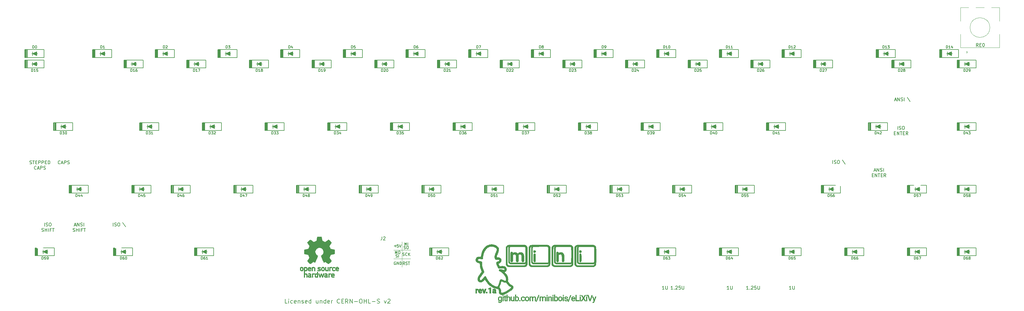
<source format=gto>
G04 #@! TF.GenerationSoftware,KiCad,Pcbnew,(5.1.4)-1*
G04 #@! TF.CreationDate,2021-08-18T21:20:29+02:00*
G04 #@! TF.ProjectId,mini-eLiXiVy,6d696e69-2d65-44c6-9958-6956792e6b69,1a*
G04 #@! TF.SameCoordinates,Original*
G04 #@! TF.FileFunction,Legend,Top*
G04 #@! TF.FilePolarity,Positive*
%FSLAX46Y46*%
G04 Gerber Fmt 4.6, Leading zero omitted, Abs format (unit mm)*
G04 Created by KiCad (PCBNEW (5.1.4)-1) date 2021-08-18 21:20:29*
%MOMM*%
%LPD*%
G04 APERTURE LIST*
%ADD10C,0.200000*%
%ADD11C,0.150000*%
%ADD12C,0.120000*%
%ADD13C,0.100000*%
%ADD14C,0.010000*%
%ADD15C,0.080000*%
%ADD16C,2.250000*%
%ADD17C,3.987800*%
%ADD18C,1.750000*%
%ADD19C,3.048000*%
%ADD20C,2.000000*%
%ADD21C,3.200000*%
%ADD22R,2.000000X2.000000*%
%ADD23R,1.200000X1.200000*%
%ADD24R,1.600000X1.600000*%
%ADD25C,1.600000*%
%ADD26O,1.000000X1.600000*%
%ADD27O,1.000000X2.100000*%
%ADD28C,0.650000*%
%ADD29R,1.700000X1.700000*%
%ADD30O,1.700000X1.700000*%
%ADD31C,4.400000*%
G04 APERTURE END LIST*
D10*
X97422023Y-108538095D02*
X96802976Y-108538095D01*
X96802976Y-107238095D01*
X97855357Y-108538095D02*
X97855357Y-107671428D01*
X97855357Y-107238095D02*
X97793452Y-107300000D01*
X97855357Y-107361904D01*
X97917261Y-107300000D01*
X97855357Y-107238095D01*
X97855357Y-107361904D01*
X99031547Y-108476190D02*
X98907738Y-108538095D01*
X98660119Y-108538095D01*
X98536309Y-108476190D01*
X98474404Y-108414285D01*
X98412500Y-108290476D01*
X98412500Y-107919047D01*
X98474404Y-107795238D01*
X98536309Y-107733333D01*
X98660119Y-107671428D01*
X98907738Y-107671428D01*
X99031547Y-107733333D01*
X100083928Y-108476190D02*
X99960119Y-108538095D01*
X99712500Y-108538095D01*
X99588690Y-108476190D01*
X99526785Y-108352380D01*
X99526785Y-107857142D01*
X99588690Y-107733333D01*
X99712500Y-107671428D01*
X99960119Y-107671428D01*
X100083928Y-107733333D01*
X100145833Y-107857142D01*
X100145833Y-107980952D01*
X99526785Y-108104761D01*
X100702976Y-107671428D02*
X100702976Y-108538095D01*
X100702976Y-107795238D02*
X100764880Y-107733333D01*
X100888690Y-107671428D01*
X101074404Y-107671428D01*
X101198214Y-107733333D01*
X101260119Y-107857142D01*
X101260119Y-108538095D01*
X101817261Y-108476190D02*
X101941071Y-108538095D01*
X102188690Y-108538095D01*
X102312500Y-108476190D01*
X102374404Y-108352380D01*
X102374404Y-108290476D01*
X102312500Y-108166666D01*
X102188690Y-108104761D01*
X102002976Y-108104761D01*
X101879166Y-108042857D01*
X101817261Y-107919047D01*
X101817261Y-107857142D01*
X101879166Y-107733333D01*
X102002976Y-107671428D01*
X102188690Y-107671428D01*
X102312500Y-107733333D01*
X103426785Y-108476190D02*
X103302976Y-108538095D01*
X103055357Y-108538095D01*
X102931547Y-108476190D01*
X102869642Y-108352380D01*
X102869642Y-107857142D01*
X102931547Y-107733333D01*
X103055357Y-107671428D01*
X103302976Y-107671428D01*
X103426785Y-107733333D01*
X103488690Y-107857142D01*
X103488690Y-107980952D01*
X102869642Y-108104761D01*
X104602976Y-108538095D02*
X104602976Y-107238095D01*
X104602976Y-108476190D02*
X104479166Y-108538095D01*
X104231547Y-108538095D01*
X104107738Y-108476190D01*
X104045833Y-108414285D01*
X103983928Y-108290476D01*
X103983928Y-107919047D01*
X104045833Y-107795238D01*
X104107738Y-107733333D01*
X104231547Y-107671428D01*
X104479166Y-107671428D01*
X104602976Y-107733333D01*
X106769642Y-107671428D02*
X106769642Y-108538095D01*
X106212500Y-107671428D02*
X106212500Y-108352380D01*
X106274404Y-108476190D01*
X106398214Y-108538095D01*
X106583928Y-108538095D01*
X106707738Y-108476190D01*
X106769642Y-108414285D01*
X107388690Y-107671428D02*
X107388690Y-108538095D01*
X107388690Y-107795238D02*
X107450595Y-107733333D01*
X107574404Y-107671428D01*
X107760119Y-107671428D01*
X107883928Y-107733333D01*
X107945833Y-107857142D01*
X107945833Y-108538095D01*
X109122023Y-108538095D02*
X109122023Y-107238095D01*
X109122023Y-108476190D02*
X108998214Y-108538095D01*
X108750595Y-108538095D01*
X108626785Y-108476190D01*
X108564880Y-108414285D01*
X108502976Y-108290476D01*
X108502976Y-107919047D01*
X108564880Y-107795238D01*
X108626785Y-107733333D01*
X108750595Y-107671428D01*
X108998214Y-107671428D01*
X109122023Y-107733333D01*
X110236309Y-108476190D02*
X110112500Y-108538095D01*
X109864880Y-108538095D01*
X109741071Y-108476190D01*
X109679166Y-108352380D01*
X109679166Y-107857142D01*
X109741071Y-107733333D01*
X109864880Y-107671428D01*
X110112500Y-107671428D01*
X110236309Y-107733333D01*
X110298214Y-107857142D01*
X110298214Y-107980952D01*
X109679166Y-108104761D01*
X110855357Y-108538095D02*
X110855357Y-107671428D01*
X110855357Y-107919047D02*
X110917261Y-107795238D01*
X110979166Y-107733333D01*
X111102976Y-107671428D01*
X111226785Y-107671428D01*
X113393452Y-108414285D02*
X113331547Y-108476190D01*
X113145833Y-108538095D01*
X113022023Y-108538095D01*
X112836309Y-108476190D01*
X112712500Y-108352380D01*
X112650595Y-108228571D01*
X112588690Y-107980952D01*
X112588690Y-107795238D01*
X112650595Y-107547619D01*
X112712500Y-107423809D01*
X112836309Y-107300000D01*
X113022023Y-107238095D01*
X113145833Y-107238095D01*
X113331547Y-107300000D01*
X113393452Y-107361904D01*
X113950595Y-107857142D02*
X114383928Y-107857142D01*
X114569642Y-108538095D02*
X113950595Y-108538095D01*
X113950595Y-107238095D01*
X114569642Y-107238095D01*
X115869642Y-108538095D02*
X115436309Y-107919047D01*
X115126785Y-108538095D02*
X115126785Y-107238095D01*
X115622023Y-107238095D01*
X115745833Y-107300000D01*
X115807738Y-107361904D01*
X115869642Y-107485714D01*
X115869642Y-107671428D01*
X115807738Y-107795238D01*
X115745833Y-107857142D01*
X115622023Y-107919047D01*
X115126785Y-107919047D01*
X116426785Y-108538095D02*
X116426785Y-107238095D01*
X117169642Y-108538095D01*
X117169642Y-107238095D01*
X117788690Y-108042857D02*
X118779166Y-108042857D01*
X119645833Y-107238095D02*
X119893452Y-107238095D01*
X120017261Y-107300000D01*
X120141071Y-107423809D01*
X120202976Y-107671428D01*
X120202976Y-108104761D01*
X120141071Y-108352380D01*
X120017261Y-108476190D01*
X119893452Y-108538095D01*
X119645833Y-108538095D01*
X119522023Y-108476190D01*
X119398214Y-108352380D01*
X119336309Y-108104761D01*
X119336309Y-107671428D01*
X119398214Y-107423809D01*
X119522023Y-107300000D01*
X119645833Y-107238095D01*
X120760119Y-108538095D02*
X120760119Y-107238095D01*
X120760119Y-107857142D02*
X121502976Y-107857142D01*
X121502976Y-108538095D02*
X121502976Y-107238095D01*
X122741071Y-108538095D02*
X122122023Y-108538095D01*
X122122023Y-107238095D01*
X123174404Y-108042857D02*
X124164880Y-108042857D01*
X124722023Y-108476190D02*
X124907738Y-108538095D01*
X125217261Y-108538095D01*
X125341071Y-108476190D01*
X125402976Y-108414285D01*
X125464880Y-108290476D01*
X125464880Y-108166666D01*
X125402976Y-108042857D01*
X125341071Y-107980952D01*
X125217261Y-107919047D01*
X124969642Y-107857142D01*
X124845833Y-107795238D01*
X124783928Y-107733333D01*
X124722023Y-107609523D01*
X124722023Y-107485714D01*
X124783928Y-107361904D01*
X124845833Y-107300000D01*
X124969642Y-107238095D01*
X125279166Y-107238095D01*
X125464880Y-107300000D01*
X126888690Y-107671428D02*
X127198214Y-108538095D01*
X127507738Y-107671428D01*
X127941071Y-107361904D02*
X128002976Y-107300000D01*
X128126785Y-107238095D01*
X128436309Y-107238095D01*
X128560119Y-107300000D01*
X128622023Y-107361904D01*
X128683928Y-107485714D01*
X128683928Y-107609523D01*
X128622023Y-107795238D01*
X127879166Y-108538095D01*
X128683928Y-108538095D01*
D11*
X32686809Y-84780916D02*
X33163000Y-84780916D01*
X32591571Y-85066630D02*
X32924904Y-84066630D01*
X33258238Y-85066630D01*
X33591571Y-85066630D02*
X33591571Y-84066630D01*
X34163000Y-85066630D01*
X34163000Y-84066630D01*
X34591571Y-85019011D02*
X34734428Y-85066630D01*
X34972523Y-85066630D01*
X35067761Y-85019011D01*
X35115380Y-84971392D01*
X35163000Y-84876154D01*
X35163000Y-84780916D01*
X35115380Y-84685678D01*
X35067761Y-84638059D01*
X34972523Y-84590440D01*
X34782047Y-84542821D01*
X34686809Y-84495202D01*
X34639190Y-84447583D01*
X34591571Y-84352345D01*
X34591571Y-84257107D01*
X34639190Y-84161869D01*
X34686809Y-84114250D01*
X34782047Y-84066630D01*
X35020142Y-84066630D01*
X35163000Y-84114250D01*
X35591571Y-85066630D02*
X35591571Y-84066630D01*
X32305857Y-86669011D02*
X32448714Y-86716630D01*
X32686809Y-86716630D01*
X32782047Y-86669011D01*
X32829666Y-86621392D01*
X32877285Y-86526154D01*
X32877285Y-86430916D01*
X32829666Y-86335678D01*
X32782047Y-86288059D01*
X32686809Y-86240440D01*
X32496333Y-86192821D01*
X32401095Y-86145202D01*
X32353476Y-86097583D01*
X32305857Y-86002345D01*
X32305857Y-85907107D01*
X32353476Y-85811869D01*
X32401095Y-85764250D01*
X32496333Y-85716630D01*
X32734428Y-85716630D01*
X32877285Y-85764250D01*
X33305857Y-86716630D02*
X33305857Y-85716630D01*
X33305857Y-86192821D02*
X33877285Y-86192821D01*
X33877285Y-86716630D02*
X33877285Y-85716630D01*
X34353476Y-86716630D02*
X34353476Y-85716630D01*
X35163000Y-86192821D02*
X34829666Y-86192821D01*
X34829666Y-86716630D02*
X34829666Y-85716630D01*
X35305857Y-85716630D01*
X35543952Y-85716630D02*
X36115380Y-85716630D01*
X35829666Y-86716630D02*
X35829666Y-85716630D01*
X250586904Y-104306630D02*
X250015476Y-104306630D01*
X250301190Y-104306630D02*
X250301190Y-103306630D01*
X250205952Y-103449488D01*
X250110714Y-103544726D01*
X250015476Y-103592345D01*
X251015476Y-103306630D02*
X251015476Y-104116154D01*
X251063095Y-104211392D01*
X251110714Y-104259011D01*
X251205952Y-104306630D01*
X251396428Y-104306630D01*
X251491666Y-104259011D01*
X251539285Y-104211392D01*
X251586904Y-104116154D01*
X251586904Y-103306630D01*
X237585428Y-104306630D02*
X237014000Y-104306630D01*
X237299714Y-104306630D02*
X237299714Y-103306630D01*
X237204476Y-103449488D01*
X237109238Y-103544726D01*
X237014000Y-103592345D01*
X238014000Y-104211392D02*
X238061619Y-104259011D01*
X238014000Y-104306630D01*
X237966380Y-104259011D01*
X238014000Y-104211392D01*
X238014000Y-104306630D01*
X238442571Y-103401869D02*
X238490190Y-103354250D01*
X238585428Y-103306630D01*
X238823523Y-103306630D01*
X238918761Y-103354250D01*
X238966380Y-103401869D01*
X239014000Y-103497107D01*
X239014000Y-103592345D01*
X238966380Y-103735202D01*
X238394952Y-104306630D01*
X239014000Y-104306630D01*
X239918761Y-103306630D02*
X239442571Y-103306630D01*
X239394952Y-103782821D01*
X239442571Y-103735202D01*
X239537809Y-103687583D01*
X239775904Y-103687583D01*
X239871142Y-103735202D01*
X239918761Y-103782821D01*
X239966380Y-103878059D01*
X239966380Y-104116154D01*
X239918761Y-104211392D01*
X239871142Y-104259011D01*
X239775904Y-104306630D01*
X239537809Y-104306630D01*
X239442571Y-104259011D01*
X239394952Y-104211392D01*
X240394952Y-103306630D02*
X240394952Y-104116154D01*
X240442571Y-104211392D01*
X240490190Y-104259011D01*
X240585428Y-104306630D01*
X240775904Y-104306630D01*
X240871142Y-104259011D01*
X240918761Y-104211392D01*
X240966380Y-104116154D01*
X240966380Y-103306630D01*
X231663904Y-104306630D02*
X231092476Y-104306630D01*
X231378190Y-104306630D02*
X231378190Y-103306630D01*
X231282952Y-103449488D01*
X231187714Y-103544726D01*
X231092476Y-103592345D01*
X232092476Y-103306630D02*
X232092476Y-104116154D01*
X232140095Y-104211392D01*
X232187714Y-104259011D01*
X232282952Y-104306630D01*
X232473428Y-104306630D01*
X232568666Y-104259011D01*
X232616285Y-104211392D01*
X232663904Y-104116154D01*
X232663904Y-103306630D01*
X214598428Y-104306630D02*
X214027000Y-104306630D01*
X214312714Y-104306630D02*
X214312714Y-103306630D01*
X214217476Y-103449488D01*
X214122238Y-103544726D01*
X214027000Y-103592345D01*
X215027000Y-104211392D02*
X215074619Y-104259011D01*
X215027000Y-104306630D01*
X214979380Y-104259011D01*
X215027000Y-104211392D01*
X215027000Y-104306630D01*
X215455571Y-103401869D02*
X215503190Y-103354250D01*
X215598428Y-103306630D01*
X215836523Y-103306630D01*
X215931761Y-103354250D01*
X215979380Y-103401869D01*
X216027000Y-103497107D01*
X216027000Y-103592345D01*
X215979380Y-103735202D01*
X215407952Y-104306630D01*
X216027000Y-104306630D01*
X216931761Y-103306630D02*
X216455571Y-103306630D01*
X216407952Y-103782821D01*
X216455571Y-103735202D01*
X216550809Y-103687583D01*
X216788904Y-103687583D01*
X216884142Y-103735202D01*
X216931761Y-103782821D01*
X216979380Y-103878059D01*
X216979380Y-104116154D01*
X216931761Y-104211392D01*
X216884142Y-104259011D01*
X216788904Y-104306630D01*
X216550809Y-104306630D01*
X216455571Y-104259011D01*
X216407952Y-104211392D01*
X217407952Y-103306630D02*
X217407952Y-104116154D01*
X217455571Y-104211392D01*
X217503190Y-104259011D01*
X217598428Y-104306630D01*
X217788904Y-104306630D01*
X217884142Y-104259011D01*
X217931761Y-104211392D01*
X217979380Y-104116154D01*
X217979380Y-103306630D01*
X211978904Y-104306630D02*
X211407476Y-104306630D01*
X211693190Y-104306630D02*
X211693190Y-103306630D01*
X211597952Y-103449488D01*
X211502714Y-103544726D01*
X211407476Y-103592345D01*
X212407476Y-103306630D02*
X212407476Y-104116154D01*
X212455095Y-104211392D01*
X212502714Y-104259011D01*
X212597952Y-104306630D01*
X212788428Y-104306630D01*
X212883666Y-104259011D01*
X212931285Y-104211392D01*
X212978904Y-104116154D01*
X212978904Y-103306630D01*
X282034523Y-46672916D02*
X282510714Y-46672916D01*
X281939285Y-46958630D02*
X282272619Y-45958630D01*
X282605952Y-46958630D01*
X282939285Y-46958630D02*
X282939285Y-45958630D01*
X283510714Y-46958630D01*
X283510714Y-45958630D01*
X283939285Y-46911011D02*
X284082142Y-46958630D01*
X284320238Y-46958630D01*
X284415476Y-46911011D01*
X284463095Y-46863392D01*
X284510714Y-46768154D01*
X284510714Y-46672916D01*
X284463095Y-46577678D01*
X284415476Y-46530059D01*
X284320238Y-46482440D01*
X284129761Y-46434821D01*
X284034523Y-46387202D01*
X283986904Y-46339583D01*
X283939285Y-46244345D01*
X283939285Y-46149107D01*
X283986904Y-46053869D01*
X284034523Y-46006250D01*
X284129761Y-45958630D01*
X284367857Y-45958630D01*
X284510714Y-46006250D01*
X284939285Y-46958630D02*
X284939285Y-45958630D01*
X285844047Y-45863392D02*
X286701190Y-47149107D01*
X282940250Y-55634380D02*
X282940250Y-54634380D01*
X283368821Y-55586761D02*
X283511678Y-55634380D01*
X283749773Y-55634380D01*
X283845011Y-55586761D01*
X283892630Y-55539142D01*
X283940250Y-55443904D01*
X283940250Y-55348666D01*
X283892630Y-55253428D01*
X283845011Y-55205809D01*
X283749773Y-55158190D01*
X283559297Y-55110571D01*
X283464059Y-55062952D01*
X283416440Y-55015333D01*
X283368821Y-54920095D01*
X283368821Y-54824857D01*
X283416440Y-54729619D01*
X283464059Y-54682000D01*
X283559297Y-54634380D01*
X283797392Y-54634380D01*
X283940250Y-54682000D01*
X284559297Y-54634380D02*
X284749773Y-54634380D01*
X284845011Y-54682000D01*
X284940250Y-54777238D01*
X284987869Y-54967714D01*
X284987869Y-55301047D01*
X284940250Y-55491523D01*
X284845011Y-55586761D01*
X284749773Y-55634380D01*
X284559297Y-55634380D01*
X284464059Y-55586761D01*
X284368821Y-55491523D01*
X284321202Y-55301047D01*
X284321202Y-54967714D01*
X284368821Y-54777238D01*
X284464059Y-54682000D01*
X284559297Y-54634380D01*
X281868821Y-56760571D02*
X282202154Y-56760571D01*
X282345011Y-57284380D02*
X281868821Y-57284380D01*
X281868821Y-56284380D01*
X282345011Y-56284380D01*
X282773583Y-57284380D02*
X282773583Y-56284380D01*
X283345011Y-57284380D01*
X283345011Y-56284380D01*
X283678345Y-56284380D02*
X284249773Y-56284380D01*
X283964059Y-57284380D02*
X283964059Y-56284380D01*
X284583107Y-56760571D02*
X284916440Y-56760571D01*
X285059297Y-57284380D02*
X284583107Y-57284380D01*
X284583107Y-56284380D01*
X285059297Y-56284380D01*
X286059297Y-57284380D02*
X285725964Y-56808190D01*
X285487869Y-57284380D02*
X285487869Y-56284380D01*
X285868821Y-56284380D01*
X285964059Y-56332000D01*
X286011678Y-56379619D01*
X286059297Y-56474857D01*
X286059297Y-56617714D01*
X286011678Y-56712952D01*
X285964059Y-56760571D01*
X285868821Y-56808190D01*
X285487869Y-56808190D01*
X263207714Y-66033630D02*
X263207714Y-65033630D01*
X263636285Y-65986011D02*
X263779142Y-66033630D01*
X264017238Y-66033630D01*
X264112476Y-65986011D01*
X264160095Y-65938392D01*
X264207714Y-65843154D01*
X264207714Y-65747916D01*
X264160095Y-65652678D01*
X264112476Y-65605059D01*
X264017238Y-65557440D01*
X263826761Y-65509821D01*
X263731523Y-65462202D01*
X263683904Y-65414583D01*
X263636285Y-65319345D01*
X263636285Y-65224107D01*
X263683904Y-65128869D01*
X263731523Y-65081250D01*
X263826761Y-65033630D01*
X264064857Y-65033630D01*
X264207714Y-65081250D01*
X264826761Y-65033630D02*
X265017238Y-65033630D01*
X265112476Y-65081250D01*
X265207714Y-65176488D01*
X265255333Y-65366964D01*
X265255333Y-65700297D01*
X265207714Y-65890773D01*
X265112476Y-65986011D01*
X265017238Y-66033630D01*
X264826761Y-66033630D01*
X264731523Y-65986011D01*
X264636285Y-65890773D01*
X264588666Y-65700297D01*
X264588666Y-65366964D01*
X264636285Y-65176488D01*
X264731523Y-65081250D01*
X264826761Y-65033630D01*
X266112476Y-64938392D02*
X266969619Y-66224107D01*
X275764809Y-68143916D02*
X276241000Y-68143916D01*
X275669571Y-68429630D02*
X276002904Y-67429630D01*
X276336238Y-68429630D01*
X276669571Y-68429630D02*
X276669571Y-67429630D01*
X277241000Y-68429630D01*
X277241000Y-67429630D01*
X277669571Y-68382011D02*
X277812428Y-68429630D01*
X278050523Y-68429630D01*
X278145761Y-68382011D01*
X278193380Y-68334392D01*
X278241000Y-68239154D01*
X278241000Y-68143916D01*
X278193380Y-68048678D01*
X278145761Y-68001059D01*
X278050523Y-67953440D01*
X277860047Y-67905821D01*
X277764809Y-67858202D01*
X277717190Y-67810583D01*
X277669571Y-67715345D01*
X277669571Y-67620107D01*
X277717190Y-67524869D01*
X277764809Y-67477250D01*
X277860047Y-67429630D01*
X278098142Y-67429630D01*
X278241000Y-67477250D01*
X278669571Y-68429630D02*
X278669571Y-67429630D01*
X275169571Y-69555821D02*
X275502904Y-69555821D01*
X275645761Y-70079630D02*
X275169571Y-70079630D01*
X275169571Y-69079630D01*
X275645761Y-69079630D01*
X276074333Y-70079630D02*
X276074333Y-69079630D01*
X276645761Y-70079630D01*
X276645761Y-69079630D01*
X276979095Y-69079630D02*
X277550523Y-69079630D01*
X277264809Y-70079630D02*
X277264809Y-69079630D01*
X277883857Y-69555821D02*
X278217190Y-69555821D01*
X278360047Y-70079630D02*
X277883857Y-70079630D01*
X277883857Y-69079630D01*
X278360047Y-69079630D01*
X279360047Y-70079630D02*
X279026714Y-69603440D01*
X278788619Y-70079630D02*
X278788619Y-69079630D01*
X279169571Y-69079630D01*
X279264809Y-69127250D01*
X279312428Y-69174869D01*
X279360047Y-69270107D01*
X279360047Y-69412964D01*
X279312428Y-69508202D01*
X279264809Y-69555821D01*
X279169571Y-69603440D01*
X278788619Y-69603440D01*
X28394161Y-66050432D02*
X28346542Y-66098051D01*
X28203685Y-66145670D01*
X28108447Y-66145670D01*
X27965590Y-66098051D01*
X27870352Y-66002813D01*
X27822733Y-65907575D01*
X27775114Y-65717099D01*
X27775114Y-65574242D01*
X27822733Y-65383766D01*
X27870352Y-65288528D01*
X27965590Y-65193290D01*
X28108447Y-65145670D01*
X28203685Y-65145670D01*
X28346542Y-65193290D01*
X28394161Y-65240909D01*
X28775114Y-65859956D02*
X29251304Y-65859956D01*
X28679876Y-66145670D02*
X29013209Y-65145670D01*
X29346542Y-66145670D01*
X29679876Y-66145670D02*
X29679876Y-65145670D01*
X30060828Y-65145670D01*
X30156066Y-65193290D01*
X30203685Y-65240909D01*
X30251304Y-65336147D01*
X30251304Y-65479004D01*
X30203685Y-65574242D01*
X30156066Y-65621861D01*
X30060828Y-65669480D01*
X29679876Y-65669480D01*
X30632257Y-66098051D02*
X30775114Y-66145670D01*
X31013209Y-66145670D01*
X31108447Y-66098051D01*
X31156066Y-66050432D01*
X31203685Y-65955194D01*
X31203685Y-65859956D01*
X31156066Y-65764718D01*
X31108447Y-65717099D01*
X31013209Y-65669480D01*
X30822733Y-65621861D01*
X30727495Y-65574242D01*
X30679876Y-65526623D01*
X30632257Y-65431385D01*
X30632257Y-65336147D01*
X30679876Y-65240909D01*
X30727495Y-65193290D01*
X30822733Y-65145670D01*
X31060828Y-65145670D01*
X31203685Y-65193290D01*
X19153571Y-66096011D02*
X19296428Y-66143630D01*
X19534523Y-66143630D01*
X19629761Y-66096011D01*
X19677380Y-66048392D01*
X19725000Y-65953154D01*
X19725000Y-65857916D01*
X19677380Y-65762678D01*
X19629761Y-65715059D01*
X19534523Y-65667440D01*
X19344047Y-65619821D01*
X19248809Y-65572202D01*
X19201190Y-65524583D01*
X19153571Y-65429345D01*
X19153571Y-65334107D01*
X19201190Y-65238869D01*
X19248809Y-65191250D01*
X19344047Y-65143630D01*
X19582142Y-65143630D01*
X19725000Y-65191250D01*
X20010714Y-65143630D02*
X20582142Y-65143630D01*
X20296428Y-66143630D02*
X20296428Y-65143630D01*
X20915476Y-65619821D02*
X21248809Y-65619821D01*
X21391666Y-66143630D02*
X20915476Y-66143630D01*
X20915476Y-65143630D01*
X21391666Y-65143630D01*
X21820238Y-66143630D02*
X21820238Y-65143630D01*
X22201190Y-65143630D01*
X22296428Y-65191250D01*
X22344047Y-65238869D01*
X22391666Y-65334107D01*
X22391666Y-65476964D01*
X22344047Y-65572202D01*
X22296428Y-65619821D01*
X22201190Y-65667440D01*
X21820238Y-65667440D01*
X22820238Y-66143630D02*
X22820238Y-65143630D01*
X23201190Y-65143630D01*
X23296428Y-65191250D01*
X23344047Y-65238869D01*
X23391666Y-65334107D01*
X23391666Y-65476964D01*
X23344047Y-65572202D01*
X23296428Y-65619821D01*
X23201190Y-65667440D01*
X22820238Y-65667440D01*
X23820238Y-65619821D02*
X24153571Y-65619821D01*
X24296428Y-66143630D02*
X23820238Y-66143630D01*
X23820238Y-65143630D01*
X24296428Y-65143630D01*
X24725000Y-66143630D02*
X24725000Y-65143630D01*
X24963095Y-65143630D01*
X25105952Y-65191250D01*
X25201190Y-65286488D01*
X25248809Y-65381726D01*
X25296428Y-65572202D01*
X25296428Y-65715059D01*
X25248809Y-65905535D01*
X25201190Y-66000773D01*
X25105952Y-66096011D01*
X24963095Y-66143630D01*
X24725000Y-66143630D01*
X21129761Y-67698392D02*
X21082142Y-67746011D01*
X20939285Y-67793630D01*
X20844047Y-67793630D01*
X20701190Y-67746011D01*
X20605952Y-67650773D01*
X20558333Y-67555535D01*
X20510714Y-67365059D01*
X20510714Y-67222202D01*
X20558333Y-67031726D01*
X20605952Y-66936488D01*
X20701190Y-66841250D01*
X20844047Y-66793630D01*
X20939285Y-66793630D01*
X21082142Y-66841250D01*
X21129761Y-66888869D01*
X21510714Y-67507916D02*
X21986904Y-67507916D01*
X21415476Y-67793630D02*
X21748809Y-66793630D01*
X22082142Y-67793630D01*
X22415476Y-67793630D02*
X22415476Y-66793630D01*
X22796428Y-66793630D01*
X22891666Y-66841250D01*
X22939285Y-66888869D01*
X22986904Y-66984107D01*
X22986904Y-67126964D01*
X22939285Y-67222202D01*
X22891666Y-67269821D01*
X22796428Y-67317440D01*
X22415476Y-67317440D01*
X23367857Y-67746011D02*
X23510714Y-67793630D01*
X23748809Y-67793630D01*
X23844047Y-67746011D01*
X23891666Y-67698392D01*
X23939285Y-67603154D01*
X23939285Y-67507916D01*
X23891666Y-67412678D01*
X23844047Y-67365059D01*
X23748809Y-67317440D01*
X23558333Y-67269821D01*
X23463095Y-67222202D01*
X23415476Y-67174583D01*
X23367857Y-67079345D01*
X23367857Y-66984107D01*
X23415476Y-66888869D01*
X23463095Y-66841250D01*
X23558333Y-66793630D01*
X23796428Y-66793630D01*
X23939285Y-66841250D01*
X44485714Y-85058630D02*
X44485714Y-84058630D01*
X44914285Y-85011011D02*
X45057142Y-85058630D01*
X45295238Y-85058630D01*
X45390476Y-85011011D01*
X45438095Y-84963392D01*
X45485714Y-84868154D01*
X45485714Y-84772916D01*
X45438095Y-84677678D01*
X45390476Y-84630059D01*
X45295238Y-84582440D01*
X45104761Y-84534821D01*
X45009523Y-84487202D01*
X44961904Y-84439583D01*
X44914285Y-84344345D01*
X44914285Y-84249107D01*
X44961904Y-84153869D01*
X45009523Y-84106250D01*
X45104761Y-84058630D01*
X45342857Y-84058630D01*
X45485714Y-84106250D01*
X46104761Y-84058630D02*
X46295238Y-84058630D01*
X46390476Y-84106250D01*
X46485714Y-84201488D01*
X46533333Y-84391964D01*
X46533333Y-84725297D01*
X46485714Y-84915773D01*
X46390476Y-85011011D01*
X46295238Y-85058630D01*
X46104761Y-85058630D01*
X46009523Y-85011011D01*
X45914285Y-84915773D01*
X45866666Y-84725297D01*
X45866666Y-84391964D01*
X45914285Y-84201488D01*
X46009523Y-84106250D01*
X46104761Y-84058630D01*
X47390476Y-83963392D02*
X48247619Y-85249107D01*
X23638000Y-85066630D02*
X23638000Y-84066630D01*
X24066571Y-85019011D02*
X24209428Y-85066630D01*
X24447523Y-85066630D01*
X24542761Y-85019011D01*
X24590380Y-84971392D01*
X24638000Y-84876154D01*
X24638000Y-84780916D01*
X24590380Y-84685678D01*
X24542761Y-84638059D01*
X24447523Y-84590440D01*
X24257047Y-84542821D01*
X24161809Y-84495202D01*
X24114190Y-84447583D01*
X24066571Y-84352345D01*
X24066571Y-84257107D01*
X24114190Y-84161869D01*
X24161809Y-84114250D01*
X24257047Y-84066630D01*
X24495142Y-84066630D01*
X24638000Y-84114250D01*
X25257047Y-84066630D02*
X25447523Y-84066630D01*
X25542761Y-84114250D01*
X25638000Y-84209488D01*
X25685619Y-84399964D01*
X25685619Y-84733297D01*
X25638000Y-84923773D01*
X25542761Y-85019011D01*
X25447523Y-85066630D01*
X25257047Y-85066630D01*
X25161809Y-85019011D01*
X25066571Y-84923773D01*
X25018952Y-84733297D01*
X25018952Y-84399964D01*
X25066571Y-84209488D01*
X25161809Y-84114250D01*
X25257047Y-84066630D01*
X22780857Y-86669011D02*
X22923714Y-86716630D01*
X23161809Y-86716630D01*
X23257047Y-86669011D01*
X23304666Y-86621392D01*
X23352285Y-86526154D01*
X23352285Y-86430916D01*
X23304666Y-86335678D01*
X23257047Y-86288059D01*
X23161809Y-86240440D01*
X22971333Y-86192821D01*
X22876095Y-86145202D01*
X22828476Y-86097583D01*
X22780857Y-86002345D01*
X22780857Y-85907107D01*
X22828476Y-85811869D01*
X22876095Y-85764250D01*
X22971333Y-85716630D01*
X23209428Y-85716630D01*
X23352285Y-85764250D01*
X23780857Y-86716630D02*
X23780857Y-85716630D01*
X23780857Y-86192821D02*
X24352285Y-86192821D01*
X24352285Y-86716630D02*
X24352285Y-85716630D01*
X24828476Y-86716630D02*
X24828476Y-85716630D01*
X25638000Y-86192821D02*
X25304666Y-86192821D01*
X25304666Y-86716630D02*
X25304666Y-85716630D01*
X25780857Y-85716630D01*
X26018952Y-85716630D02*
X26590380Y-85716630D01*
X26304666Y-86716630D02*
X26304666Y-85716630D01*
D12*
X311454050Y-18531000D02*
X313854050Y-18531000D01*
X306654050Y-18531000D02*
X309254050Y-18531000D01*
X302054050Y-18531000D02*
X304454050Y-18531000D01*
X303854050Y-31831000D02*
X304154050Y-32131000D01*
X303854050Y-32431000D02*
X303854050Y-31831000D01*
X304154050Y-32131000D02*
X303854050Y-32431000D01*
X302054050Y-30731000D02*
X313854050Y-30731000D01*
X302054050Y-26631000D02*
X302054050Y-30731000D01*
X313854050Y-26631000D02*
X313854050Y-30731000D01*
X313854050Y-18531000D02*
X313854050Y-22631000D01*
X302054050Y-22631000D02*
X302054050Y-18531000D01*
X310954050Y-24631000D02*
G75*
G03X310954050Y-24631000I-3000000J0D01*
G01*
D10*
X210450000Y-31343750D02*
X210450000Y-33743750D01*
X210275000Y-31343750D02*
X210275000Y-33743750D01*
X210100000Y-31343750D02*
X210100000Y-33743750D01*
X209700000Y-33743750D02*
X209700000Y-31343750D01*
X209925000Y-31343750D02*
X209925000Y-33743750D01*
X209800000Y-31343750D02*
X209800000Y-33743750D01*
X209725000Y-31343750D02*
X215525000Y-31343750D01*
X215525000Y-31343750D02*
X215525000Y-33743750D01*
X215525000Y-33743750D02*
X209725000Y-33743750D01*
X213375000Y-31943750D02*
X213375000Y-33143750D01*
X213375000Y-33143750D02*
X212125000Y-32543750D01*
X212125000Y-32543750D02*
X213375000Y-31943750D01*
X212125000Y-33143750D02*
X212125000Y-31943750D01*
X211861400Y-32543750D02*
X212140800Y-32543750D01*
X213385400Y-32543750D02*
X213588600Y-32543750D01*
D13*
G36*
X213375000Y-31943750D02*
G01*
X212125000Y-32543750D01*
X213375000Y-33143750D01*
X213375000Y-31943750D01*
G37*
X213375000Y-31943750D02*
X212125000Y-32543750D01*
X213375000Y-33143750D01*
X213375000Y-31943750D01*
D10*
X301731250Y-91668750D02*
X301731250Y-94068750D01*
X301556250Y-91668750D02*
X301556250Y-94068750D01*
X301381250Y-91668750D02*
X301381250Y-94068750D01*
X300981250Y-94068750D02*
X300981250Y-91668750D01*
X301206250Y-91668750D02*
X301206250Y-94068750D01*
X301081250Y-91668750D02*
X301081250Y-94068750D01*
X301006250Y-91668750D02*
X306806250Y-91668750D01*
X306806250Y-91668750D02*
X306806250Y-94068750D01*
X306806250Y-94068750D02*
X301006250Y-94068750D01*
X304656250Y-92268750D02*
X304656250Y-93468750D01*
X304656250Y-93468750D02*
X303406250Y-92868750D01*
X303406250Y-92868750D02*
X304656250Y-92268750D01*
X303406250Y-93468750D02*
X303406250Y-92268750D01*
X303142650Y-92868750D02*
X303422050Y-92868750D01*
X304666650Y-92868750D02*
X304869850Y-92868750D01*
D13*
G36*
X304656250Y-92268750D02*
G01*
X303406250Y-92868750D01*
X304656250Y-93468750D01*
X304656250Y-92268750D01*
G37*
X304656250Y-92268750D02*
X303406250Y-92868750D01*
X304656250Y-93468750D01*
X304656250Y-92268750D01*
D10*
X286650000Y-91668750D02*
X286650000Y-94068750D01*
X286475000Y-91668750D02*
X286475000Y-94068750D01*
X286300000Y-91668750D02*
X286300000Y-94068750D01*
X285900000Y-94068750D02*
X285900000Y-91668750D01*
X286125000Y-91668750D02*
X286125000Y-94068750D01*
X286000000Y-91668750D02*
X286000000Y-94068750D01*
X285925000Y-91668750D02*
X291725000Y-91668750D01*
X291725000Y-91668750D02*
X291725000Y-94068750D01*
X291725000Y-94068750D02*
X285925000Y-94068750D01*
X289575000Y-92268750D02*
X289575000Y-93468750D01*
X289575000Y-93468750D02*
X288325000Y-92868750D01*
X288325000Y-92868750D02*
X289575000Y-92268750D01*
X288325000Y-93468750D02*
X288325000Y-92268750D01*
X288061400Y-92868750D02*
X288340800Y-92868750D01*
X289585400Y-92868750D02*
X289788600Y-92868750D01*
D13*
G36*
X289575000Y-92268750D02*
G01*
X288325000Y-92868750D01*
X289575000Y-93468750D01*
X289575000Y-92268750D01*
G37*
X289575000Y-92268750D02*
X288325000Y-92868750D01*
X289575000Y-93468750D01*
X289575000Y-92268750D01*
D10*
X267600000Y-91668750D02*
X267600000Y-94068750D01*
X267425000Y-91668750D02*
X267425000Y-94068750D01*
X267250000Y-91668750D02*
X267250000Y-94068750D01*
X266850000Y-94068750D02*
X266850000Y-91668750D01*
X267075000Y-91668750D02*
X267075000Y-94068750D01*
X266950000Y-91668750D02*
X266950000Y-94068750D01*
X266875000Y-91668750D02*
X272675000Y-91668750D01*
X272675000Y-91668750D02*
X272675000Y-94068750D01*
X272675000Y-94068750D02*
X266875000Y-94068750D01*
X270525000Y-92268750D02*
X270525000Y-93468750D01*
X270525000Y-93468750D02*
X269275000Y-92868750D01*
X269275000Y-92868750D02*
X270525000Y-92268750D01*
X269275000Y-93468750D02*
X269275000Y-92268750D01*
X269011400Y-92868750D02*
X269290800Y-92868750D01*
X270535400Y-92868750D02*
X270738600Y-92868750D01*
D13*
G36*
X270525000Y-92268750D02*
G01*
X269275000Y-92868750D01*
X270525000Y-93468750D01*
X270525000Y-92268750D01*
G37*
X270525000Y-92268750D02*
X269275000Y-92868750D01*
X270525000Y-93468750D01*
X270525000Y-92268750D01*
D10*
X248550000Y-91668750D02*
X248550000Y-94068750D01*
X248375000Y-91668750D02*
X248375000Y-94068750D01*
X248200000Y-91668750D02*
X248200000Y-94068750D01*
X247800000Y-94068750D02*
X247800000Y-91668750D01*
X248025000Y-91668750D02*
X248025000Y-94068750D01*
X247900000Y-91668750D02*
X247900000Y-94068750D01*
X247825000Y-91668750D02*
X253625000Y-91668750D01*
X253625000Y-91668750D02*
X253625000Y-94068750D01*
X253625000Y-94068750D02*
X247825000Y-94068750D01*
X251475000Y-92268750D02*
X251475000Y-93468750D01*
X251475000Y-93468750D02*
X250225000Y-92868750D01*
X250225000Y-92868750D02*
X251475000Y-92268750D01*
X250225000Y-93468750D02*
X250225000Y-92268750D01*
X249961400Y-92868750D02*
X250240800Y-92868750D01*
X251485400Y-92868750D02*
X251688600Y-92868750D01*
D13*
G36*
X251475000Y-92268750D02*
G01*
X250225000Y-92868750D01*
X251475000Y-93468750D01*
X251475000Y-92268750D01*
G37*
X251475000Y-92268750D02*
X250225000Y-92868750D01*
X251475000Y-93468750D01*
X251475000Y-92268750D01*
D10*
X229500000Y-91668750D02*
X229500000Y-94068750D01*
X229325000Y-91668750D02*
X229325000Y-94068750D01*
X229150000Y-91668750D02*
X229150000Y-94068750D01*
X228750000Y-94068750D02*
X228750000Y-91668750D01*
X228975000Y-91668750D02*
X228975000Y-94068750D01*
X228850000Y-91668750D02*
X228850000Y-94068750D01*
X228775000Y-91668750D02*
X234575000Y-91668750D01*
X234575000Y-91668750D02*
X234575000Y-94068750D01*
X234575000Y-94068750D02*
X228775000Y-94068750D01*
X232425000Y-92268750D02*
X232425000Y-93468750D01*
X232425000Y-93468750D02*
X231175000Y-92868750D01*
X231175000Y-92868750D02*
X232425000Y-92268750D01*
X231175000Y-93468750D02*
X231175000Y-92268750D01*
X230911400Y-92868750D02*
X231190800Y-92868750D01*
X232435400Y-92868750D02*
X232638600Y-92868750D01*
D13*
G36*
X232425000Y-92268750D02*
G01*
X231175000Y-92868750D01*
X232425000Y-93468750D01*
X232425000Y-92268750D01*
G37*
X232425000Y-92268750D02*
X231175000Y-92868750D01*
X232425000Y-93468750D01*
X232425000Y-92268750D01*
D10*
X210450000Y-91668750D02*
X210450000Y-94068750D01*
X210275000Y-91668750D02*
X210275000Y-94068750D01*
X210100000Y-91668750D02*
X210100000Y-94068750D01*
X209700000Y-94068750D02*
X209700000Y-91668750D01*
X209925000Y-91668750D02*
X209925000Y-94068750D01*
X209800000Y-91668750D02*
X209800000Y-94068750D01*
X209725000Y-91668750D02*
X215525000Y-91668750D01*
X215525000Y-91668750D02*
X215525000Y-94068750D01*
X215525000Y-94068750D02*
X209725000Y-94068750D01*
X213375000Y-92268750D02*
X213375000Y-93468750D01*
X213375000Y-93468750D02*
X212125000Y-92868750D01*
X212125000Y-92868750D02*
X213375000Y-92268750D01*
X212125000Y-93468750D02*
X212125000Y-92268750D01*
X211861400Y-92868750D02*
X212140800Y-92868750D01*
X213385400Y-92868750D02*
X213588600Y-92868750D01*
D13*
G36*
X213375000Y-92268750D02*
G01*
X212125000Y-92868750D01*
X213375000Y-93468750D01*
X213375000Y-92268750D01*
G37*
X213375000Y-92268750D02*
X212125000Y-92868750D01*
X213375000Y-93468750D01*
X213375000Y-92268750D01*
D10*
X141393750Y-91668750D02*
X141393750Y-94068750D01*
X141218750Y-91668750D02*
X141218750Y-94068750D01*
X141043750Y-91668750D02*
X141043750Y-94068750D01*
X140643750Y-94068750D02*
X140643750Y-91668750D01*
X140868750Y-91668750D02*
X140868750Y-94068750D01*
X140743750Y-91668750D02*
X140743750Y-94068750D01*
X140668750Y-91668750D02*
X146468750Y-91668750D01*
X146468750Y-91668750D02*
X146468750Y-94068750D01*
X146468750Y-94068750D02*
X140668750Y-94068750D01*
X144318750Y-92268750D02*
X144318750Y-93468750D01*
X144318750Y-93468750D02*
X143068750Y-92868750D01*
X143068750Y-92868750D02*
X144318750Y-92268750D01*
X143068750Y-93468750D02*
X143068750Y-92268750D01*
X142805150Y-92868750D02*
X143084550Y-92868750D01*
X144329150Y-92868750D02*
X144532350Y-92868750D01*
D13*
G36*
X144318750Y-92268750D02*
G01*
X143068750Y-92868750D01*
X144318750Y-93468750D01*
X144318750Y-92268750D01*
G37*
X144318750Y-92268750D02*
X143068750Y-92868750D01*
X144318750Y-93468750D01*
X144318750Y-92268750D01*
D10*
X69956250Y-91668750D02*
X69956250Y-94068750D01*
X69781250Y-91668750D02*
X69781250Y-94068750D01*
X69606250Y-91668750D02*
X69606250Y-94068750D01*
X69206250Y-94068750D02*
X69206250Y-91668750D01*
X69431250Y-91668750D02*
X69431250Y-94068750D01*
X69306250Y-91668750D02*
X69306250Y-94068750D01*
X69231250Y-91668750D02*
X75031250Y-91668750D01*
X75031250Y-91668750D02*
X75031250Y-94068750D01*
X75031250Y-94068750D02*
X69231250Y-94068750D01*
X72881250Y-92268750D02*
X72881250Y-93468750D01*
X72881250Y-93468750D02*
X71631250Y-92868750D01*
X71631250Y-92868750D02*
X72881250Y-92268750D01*
X71631250Y-93468750D02*
X71631250Y-92268750D01*
X71367650Y-92868750D02*
X71647050Y-92868750D01*
X72891650Y-92868750D02*
X73094850Y-92868750D01*
D13*
G36*
X72881250Y-92268750D02*
G01*
X71631250Y-92868750D01*
X72881250Y-93468750D01*
X72881250Y-92268750D01*
G37*
X72881250Y-92268750D02*
X71631250Y-92868750D01*
X72881250Y-93468750D01*
X72881250Y-92268750D01*
D10*
X45350000Y-91668750D02*
X45350000Y-94068750D01*
X45175000Y-91668750D02*
X45175000Y-94068750D01*
X45000000Y-91668750D02*
X45000000Y-94068750D01*
X44600000Y-94068750D02*
X44600000Y-91668750D01*
X44825000Y-91668750D02*
X44825000Y-94068750D01*
X44700000Y-91668750D02*
X44700000Y-94068750D01*
X44625000Y-91668750D02*
X50425000Y-91668750D01*
X50425000Y-91668750D02*
X50425000Y-94068750D01*
X50425000Y-94068750D02*
X44625000Y-94068750D01*
X48275000Y-92268750D02*
X48275000Y-93468750D01*
X48275000Y-93468750D02*
X47025000Y-92868750D01*
X47025000Y-92868750D02*
X48275000Y-92268750D01*
X47025000Y-93468750D02*
X47025000Y-92268750D01*
X46761400Y-92868750D02*
X47040800Y-92868750D01*
X48285400Y-92868750D02*
X48488600Y-92868750D01*
D13*
G36*
X48275000Y-92268750D02*
G01*
X47025000Y-92868750D01*
X48275000Y-93468750D01*
X48275000Y-92268750D01*
G37*
X48275000Y-92268750D02*
X47025000Y-92868750D01*
X48275000Y-93468750D01*
X48275000Y-92268750D01*
D10*
X21537500Y-91668750D02*
X21537500Y-94068750D01*
X21362500Y-91668750D02*
X21362500Y-94068750D01*
X21187500Y-91668750D02*
X21187500Y-94068750D01*
X20787500Y-94068750D02*
X20787500Y-91668750D01*
X21012500Y-91668750D02*
X21012500Y-94068750D01*
X20887500Y-91668750D02*
X20887500Y-94068750D01*
X20812500Y-91668750D02*
X26612500Y-91668750D01*
X26612500Y-91668750D02*
X26612500Y-94068750D01*
X26612500Y-94068750D02*
X20812500Y-94068750D01*
X24462500Y-92268750D02*
X24462500Y-93468750D01*
X24462500Y-93468750D02*
X23212500Y-92868750D01*
X23212500Y-92868750D02*
X24462500Y-92268750D01*
X23212500Y-93468750D02*
X23212500Y-92268750D01*
X22948900Y-92868750D02*
X23228300Y-92868750D01*
X24472900Y-92868750D02*
X24676100Y-92868750D01*
D13*
G36*
X24462500Y-92268750D02*
G01*
X23212500Y-92868750D01*
X24462500Y-93468750D01*
X24462500Y-92268750D01*
G37*
X24462500Y-92268750D02*
X23212500Y-92868750D01*
X24462500Y-93468750D01*
X24462500Y-92268750D01*
D10*
X301731250Y-72618750D02*
X301731250Y-75018750D01*
X301556250Y-72618750D02*
X301556250Y-75018750D01*
X301381250Y-72618750D02*
X301381250Y-75018750D01*
X300981250Y-75018750D02*
X300981250Y-72618750D01*
X301206250Y-72618750D02*
X301206250Y-75018750D01*
X301081250Y-72618750D02*
X301081250Y-75018750D01*
X301006250Y-72618750D02*
X306806250Y-72618750D01*
X306806250Y-72618750D02*
X306806250Y-75018750D01*
X306806250Y-75018750D02*
X301006250Y-75018750D01*
X304656250Y-73218750D02*
X304656250Y-74418750D01*
X304656250Y-74418750D02*
X303406250Y-73818750D01*
X303406250Y-73818750D02*
X304656250Y-73218750D01*
X303406250Y-74418750D02*
X303406250Y-73218750D01*
X303142650Y-73818750D02*
X303422050Y-73818750D01*
X304666650Y-73818750D02*
X304869850Y-73818750D01*
D13*
G36*
X304656250Y-73218750D02*
G01*
X303406250Y-73818750D01*
X304656250Y-74418750D01*
X304656250Y-73218750D01*
G37*
X304656250Y-73218750D02*
X303406250Y-73818750D01*
X304656250Y-74418750D01*
X304656250Y-73218750D01*
D10*
X286650000Y-72618750D02*
X286650000Y-75018750D01*
X286475000Y-72618750D02*
X286475000Y-75018750D01*
X286300000Y-72618750D02*
X286300000Y-75018750D01*
X285900000Y-75018750D02*
X285900000Y-72618750D01*
X286125000Y-72618750D02*
X286125000Y-75018750D01*
X286000000Y-72618750D02*
X286000000Y-75018750D01*
X285925000Y-72618750D02*
X291725000Y-72618750D01*
X291725000Y-72618750D02*
X291725000Y-75018750D01*
X291725000Y-75018750D02*
X285925000Y-75018750D01*
X289575000Y-73218750D02*
X289575000Y-74418750D01*
X289575000Y-74418750D02*
X288325000Y-73818750D01*
X288325000Y-73818750D02*
X289575000Y-73218750D01*
X288325000Y-74418750D02*
X288325000Y-73218750D01*
X288061400Y-73818750D02*
X288340800Y-73818750D01*
X289585400Y-73818750D02*
X289788600Y-73818750D01*
D13*
G36*
X289575000Y-73218750D02*
G01*
X288325000Y-73818750D01*
X289575000Y-74418750D01*
X289575000Y-73218750D01*
G37*
X289575000Y-73218750D02*
X288325000Y-73818750D01*
X289575000Y-74418750D01*
X289575000Y-73218750D01*
D10*
X260456250Y-72618750D02*
X260456250Y-75018750D01*
X260281250Y-72618750D02*
X260281250Y-75018750D01*
X260106250Y-72618750D02*
X260106250Y-75018750D01*
X259706250Y-75018750D02*
X259706250Y-72618750D01*
X259931250Y-72618750D02*
X259931250Y-75018750D01*
X259806250Y-72618750D02*
X259806250Y-75018750D01*
X259731250Y-72618750D02*
X265531250Y-72618750D01*
X265531250Y-72618750D02*
X265531250Y-75018750D01*
X265531250Y-75018750D02*
X259731250Y-75018750D01*
X263381250Y-73218750D02*
X263381250Y-74418750D01*
X263381250Y-74418750D02*
X262131250Y-73818750D01*
X262131250Y-73818750D02*
X263381250Y-73218750D01*
X262131250Y-74418750D02*
X262131250Y-73218750D01*
X261867650Y-73818750D02*
X262147050Y-73818750D01*
X263391650Y-73818750D02*
X263594850Y-73818750D01*
D13*
G36*
X263381250Y-73218750D02*
G01*
X262131250Y-73818750D01*
X263381250Y-74418750D01*
X263381250Y-73218750D01*
G37*
X263381250Y-73218750D02*
X262131250Y-73818750D01*
X263381250Y-74418750D01*
X263381250Y-73218750D01*
D10*
X234262500Y-72618750D02*
X234262500Y-75018750D01*
X234087500Y-72618750D02*
X234087500Y-75018750D01*
X233912500Y-72618750D02*
X233912500Y-75018750D01*
X233512500Y-75018750D02*
X233512500Y-72618750D01*
X233737500Y-72618750D02*
X233737500Y-75018750D01*
X233612500Y-72618750D02*
X233612500Y-75018750D01*
X233537500Y-72618750D02*
X239337500Y-72618750D01*
X239337500Y-72618750D02*
X239337500Y-75018750D01*
X239337500Y-75018750D02*
X233537500Y-75018750D01*
X237187500Y-73218750D02*
X237187500Y-74418750D01*
X237187500Y-74418750D02*
X235937500Y-73818750D01*
X235937500Y-73818750D02*
X237187500Y-73218750D01*
X235937500Y-74418750D02*
X235937500Y-73218750D01*
X235673900Y-73818750D02*
X235953300Y-73818750D01*
X237197900Y-73818750D02*
X237401100Y-73818750D01*
D13*
G36*
X237187500Y-73218750D02*
G01*
X235937500Y-73818750D01*
X237187500Y-74418750D01*
X237187500Y-73218750D01*
G37*
X237187500Y-73218750D02*
X235937500Y-73818750D01*
X237187500Y-74418750D01*
X237187500Y-73218750D01*
D10*
X215212500Y-72618750D02*
X215212500Y-75018750D01*
X215037500Y-72618750D02*
X215037500Y-75018750D01*
X214862500Y-72618750D02*
X214862500Y-75018750D01*
X214462500Y-75018750D02*
X214462500Y-72618750D01*
X214687500Y-72618750D02*
X214687500Y-75018750D01*
X214562500Y-72618750D02*
X214562500Y-75018750D01*
X214487500Y-72618750D02*
X220287500Y-72618750D01*
X220287500Y-72618750D02*
X220287500Y-75018750D01*
X220287500Y-75018750D02*
X214487500Y-75018750D01*
X218137500Y-73218750D02*
X218137500Y-74418750D01*
X218137500Y-74418750D02*
X216887500Y-73818750D01*
X216887500Y-73818750D02*
X218137500Y-73218750D01*
X216887500Y-74418750D02*
X216887500Y-73218750D01*
X216623900Y-73818750D02*
X216903300Y-73818750D01*
X218147900Y-73818750D02*
X218351100Y-73818750D01*
D13*
G36*
X218137500Y-73218750D02*
G01*
X216887500Y-73818750D01*
X218137500Y-74418750D01*
X218137500Y-73218750D01*
G37*
X218137500Y-73218750D02*
X216887500Y-73818750D01*
X218137500Y-74418750D01*
X218137500Y-73218750D01*
D10*
X196162500Y-72618750D02*
X196162500Y-75018750D01*
X195987500Y-72618750D02*
X195987500Y-75018750D01*
X195812500Y-72618750D02*
X195812500Y-75018750D01*
X195412500Y-75018750D02*
X195412500Y-72618750D01*
X195637500Y-72618750D02*
X195637500Y-75018750D01*
X195512500Y-72618750D02*
X195512500Y-75018750D01*
X195437500Y-72618750D02*
X201237500Y-72618750D01*
X201237500Y-72618750D02*
X201237500Y-75018750D01*
X201237500Y-75018750D02*
X195437500Y-75018750D01*
X199087500Y-73218750D02*
X199087500Y-74418750D01*
X199087500Y-74418750D02*
X197837500Y-73818750D01*
X197837500Y-73818750D02*
X199087500Y-73218750D01*
X197837500Y-74418750D02*
X197837500Y-73218750D01*
X197573900Y-73818750D02*
X197853300Y-73818750D01*
X199097900Y-73818750D02*
X199301100Y-73818750D01*
D13*
G36*
X199087500Y-73218750D02*
G01*
X197837500Y-73818750D01*
X199087500Y-74418750D01*
X199087500Y-73218750D01*
G37*
X199087500Y-73218750D02*
X197837500Y-73818750D01*
X199087500Y-74418750D01*
X199087500Y-73218750D01*
D10*
X177112500Y-72618750D02*
X177112500Y-75018750D01*
X176937500Y-72618750D02*
X176937500Y-75018750D01*
X176762500Y-72618750D02*
X176762500Y-75018750D01*
X176362500Y-75018750D02*
X176362500Y-72618750D01*
X176587500Y-72618750D02*
X176587500Y-75018750D01*
X176462500Y-72618750D02*
X176462500Y-75018750D01*
X176387500Y-72618750D02*
X182187500Y-72618750D01*
X182187500Y-72618750D02*
X182187500Y-75018750D01*
X182187500Y-75018750D02*
X176387500Y-75018750D01*
X180037500Y-73218750D02*
X180037500Y-74418750D01*
X180037500Y-74418750D02*
X178787500Y-73818750D01*
X178787500Y-73818750D02*
X180037500Y-73218750D01*
X178787500Y-74418750D02*
X178787500Y-73218750D01*
X178523900Y-73818750D02*
X178803300Y-73818750D01*
X180047900Y-73818750D02*
X180251100Y-73818750D01*
D13*
G36*
X180037500Y-73218750D02*
G01*
X178787500Y-73818750D01*
X180037500Y-74418750D01*
X180037500Y-73218750D01*
G37*
X180037500Y-73218750D02*
X178787500Y-73818750D01*
X180037500Y-74418750D01*
X180037500Y-73218750D01*
D10*
X158062500Y-72618750D02*
X158062500Y-75018750D01*
X157887500Y-72618750D02*
X157887500Y-75018750D01*
X157712500Y-72618750D02*
X157712500Y-75018750D01*
X157312500Y-75018750D02*
X157312500Y-72618750D01*
X157537500Y-72618750D02*
X157537500Y-75018750D01*
X157412500Y-72618750D02*
X157412500Y-75018750D01*
X157337500Y-72618750D02*
X163137500Y-72618750D01*
X163137500Y-72618750D02*
X163137500Y-75018750D01*
X163137500Y-75018750D02*
X157337500Y-75018750D01*
X160987500Y-73218750D02*
X160987500Y-74418750D01*
X160987500Y-74418750D02*
X159737500Y-73818750D01*
X159737500Y-73818750D02*
X160987500Y-73218750D01*
X159737500Y-74418750D02*
X159737500Y-73218750D01*
X159473900Y-73818750D02*
X159753300Y-73818750D01*
X160997900Y-73818750D02*
X161201100Y-73818750D01*
D13*
G36*
X160987500Y-73218750D02*
G01*
X159737500Y-73818750D01*
X160987500Y-74418750D01*
X160987500Y-73218750D01*
G37*
X160987500Y-73218750D02*
X159737500Y-73818750D01*
X160987500Y-74418750D01*
X160987500Y-73218750D01*
D10*
X139012500Y-72618750D02*
X139012500Y-75018750D01*
X138837500Y-72618750D02*
X138837500Y-75018750D01*
X138662500Y-72618750D02*
X138662500Y-75018750D01*
X138262500Y-75018750D02*
X138262500Y-72618750D01*
X138487500Y-72618750D02*
X138487500Y-75018750D01*
X138362500Y-72618750D02*
X138362500Y-75018750D01*
X138287500Y-72618750D02*
X144087500Y-72618750D01*
X144087500Y-72618750D02*
X144087500Y-75018750D01*
X144087500Y-75018750D02*
X138287500Y-75018750D01*
X141937500Y-73218750D02*
X141937500Y-74418750D01*
X141937500Y-74418750D02*
X140687500Y-73818750D01*
X140687500Y-73818750D02*
X141937500Y-73218750D01*
X140687500Y-74418750D02*
X140687500Y-73218750D01*
X140423900Y-73818750D02*
X140703300Y-73818750D01*
X141947900Y-73818750D02*
X142151100Y-73818750D01*
D13*
G36*
X141937500Y-73218750D02*
G01*
X140687500Y-73818750D01*
X141937500Y-74418750D01*
X141937500Y-73218750D01*
G37*
X141937500Y-73218750D02*
X140687500Y-73818750D01*
X141937500Y-74418750D01*
X141937500Y-73218750D01*
D10*
X119962500Y-72618750D02*
X119962500Y-75018750D01*
X119787500Y-72618750D02*
X119787500Y-75018750D01*
X119612500Y-72618750D02*
X119612500Y-75018750D01*
X119212500Y-75018750D02*
X119212500Y-72618750D01*
X119437500Y-72618750D02*
X119437500Y-75018750D01*
X119312500Y-72618750D02*
X119312500Y-75018750D01*
X119237500Y-72618750D02*
X125037500Y-72618750D01*
X125037500Y-72618750D02*
X125037500Y-75018750D01*
X125037500Y-75018750D02*
X119237500Y-75018750D01*
X122887500Y-73218750D02*
X122887500Y-74418750D01*
X122887500Y-74418750D02*
X121637500Y-73818750D01*
X121637500Y-73818750D02*
X122887500Y-73218750D01*
X121637500Y-74418750D02*
X121637500Y-73218750D01*
X121373900Y-73818750D02*
X121653300Y-73818750D01*
X122897900Y-73818750D02*
X123101100Y-73818750D01*
D13*
G36*
X122887500Y-73218750D02*
G01*
X121637500Y-73818750D01*
X122887500Y-74418750D01*
X122887500Y-73218750D01*
G37*
X122887500Y-73218750D02*
X121637500Y-73818750D01*
X122887500Y-74418750D01*
X122887500Y-73218750D01*
D10*
X100912500Y-72618750D02*
X100912500Y-75018750D01*
X100737500Y-72618750D02*
X100737500Y-75018750D01*
X100562500Y-72618750D02*
X100562500Y-75018750D01*
X100162500Y-75018750D02*
X100162500Y-72618750D01*
X100387500Y-72618750D02*
X100387500Y-75018750D01*
X100262500Y-72618750D02*
X100262500Y-75018750D01*
X100187500Y-72618750D02*
X105987500Y-72618750D01*
X105987500Y-72618750D02*
X105987500Y-75018750D01*
X105987500Y-75018750D02*
X100187500Y-75018750D01*
X103837500Y-73218750D02*
X103837500Y-74418750D01*
X103837500Y-74418750D02*
X102587500Y-73818750D01*
X102587500Y-73818750D02*
X103837500Y-73218750D01*
X102587500Y-74418750D02*
X102587500Y-73218750D01*
X102323900Y-73818750D02*
X102603300Y-73818750D01*
X103847900Y-73818750D02*
X104051100Y-73818750D01*
D13*
G36*
X103837500Y-73218750D02*
G01*
X102587500Y-73818750D01*
X103837500Y-74418750D01*
X103837500Y-73218750D01*
G37*
X103837500Y-73218750D02*
X102587500Y-73818750D01*
X103837500Y-74418750D01*
X103837500Y-73218750D01*
D10*
X81862500Y-72618750D02*
X81862500Y-75018750D01*
X81687500Y-72618750D02*
X81687500Y-75018750D01*
X81512500Y-72618750D02*
X81512500Y-75018750D01*
X81112500Y-75018750D02*
X81112500Y-72618750D01*
X81337500Y-72618750D02*
X81337500Y-75018750D01*
X81212500Y-72618750D02*
X81212500Y-75018750D01*
X81137500Y-72618750D02*
X86937500Y-72618750D01*
X86937500Y-72618750D02*
X86937500Y-75018750D01*
X86937500Y-75018750D02*
X81137500Y-75018750D01*
X84787500Y-73218750D02*
X84787500Y-74418750D01*
X84787500Y-74418750D02*
X83537500Y-73818750D01*
X83537500Y-73818750D02*
X84787500Y-73218750D01*
X83537500Y-74418750D02*
X83537500Y-73218750D01*
X83273900Y-73818750D02*
X83553300Y-73818750D01*
X84797900Y-73818750D02*
X85001100Y-73818750D01*
D13*
G36*
X84787500Y-73218750D02*
G01*
X83537500Y-73818750D01*
X84787500Y-74418750D01*
X84787500Y-73218750D01*
G37*
X84787500Y-73218750D02*
X83537500Y-73818750D01*
X84787500Y-74418750D01*
X84787500Y-73218750D01*
D10*
X62812500Y-72618750D02*
X62812500Y-75018750D01*
X62637500Y-72618750D02*
X62637500Y-75018750D01*
X62462500Y-72618750D02*
X62462500Y-75018750D01*
X62062500Y-75018750D02*
X62062500Y-72618750D01*
X62287500Y-72618750D02*
X62287500Y-75018750D01*
X62162500Y-72618750D02*
X62162500Y-75018750D01*
X62087500Y-72618750D02*
X67887500Y-72618750D01*
X67887500Y-72618750D02*
X67887500Y-75018750D01*
X67887500Y-75018750D02*
X62087500Y-75018750D01*
X65737500Y-73218750D02*
X65737500Y-74418750D01*
X65737500Y-74418750D02*
X64487500Y-73818750D01*
X64487500Y-73818750D02*
X65737500Y-73218750D01*
X64487500Y-74418750D02*
X64487500Y-73218750D01*
X64223900Y-73818750D02*
X64503300Y-73818750D01*
X65747900Y-73818750D02*
X65951100Y-73818750D01*
D13*
G36*
X65737500Y-73218750D02*
G01*
X64487500Y-73818750D01*
X65737500Y-74418750D01*
X65737500Y-73218750D01*
G37*
X65737500Y-73218750D02*
X64487500Y-73818750D01*
X65737500Y-74418750D01*
X65737500Y-73218750D01*
D10*
X50906250Y-72618750D02*
X50906250Y-75018750D01*
X50731250Y-72618750D02*
X50731250Y-75018750D01*
X50556250Y-72618750D02*
X50556250Y-75018750D01*
X50156250Y-75018750D02*
X50156250Y-72618750D01*
X50381250Y-72618750D02*
X50381250Y-75018750D01*
X50256250Y-72618750D02*
X50256250Y-75018750D01*
X50181250Y-72618750D02*
X55981250Y-72618750D01*
X55981250Y-72618750D02*
X55981250Y-75018750D01*
X55981250Y-75018750D02*
X50181250Y-75018750D01*
X53831250Y-73218750D02*
X53831250Y-74418750D01*
X53831250Y-74418750D02*
X52581250Y-73818750D01*
X52581250Y-73818750D02*
X53831250Y-73218750D01*
X52581250Y-74418750D02*
X52581250Y-73218750D01*
X52317650Y-73818750D02*
X52597050Y-73818750D01*
X53841650Y-73818750D02*
X54044850Y-73818750D01*
D13*
G36*
X53831250Y-73218750D02*
G01*
X52581250Y-73818750D01*
X53831250Y-74418750D01*
X53831250Y-73218750D01*
G37*
X53831250Y-73218750D02*
X52581250Y-73818750D01*
X53831250Y-74418750D01*
X53831250Y-73218750D01*
D10*
X31856250Y-72618750D02*
X31856250Y-75018750D01*
X31681250Y-72618750D02*
X31681250Y-75018750D01*
X31506250Y-72618750D02*
X31506250Y-75018750D01*
X31106250Y-75018750D02*
X31106250Y-72618750D01*
X31331250Y-72618750D02*
X31331250Y-75018750D01*
X31206250Y-72618750D02*
X31206250Y-75018750D01*
X31131250Y-72618750D02*
X36931250Y-72618750D01*
X36931250Y-72618750D02*
X36931250Y-75018750D01*
X36931250Y-75018750D02*
X31131250Y-75018750D01*
X34781250Y-73218750D02*
X34781250Y-74418750D01*
X34781250Y-74418750D02*
X33531250Y-73818750D01*
X33531250Y-73818750D02*
X34781250Y-73218750D01*
X33531250Y-74418750D02*
X33531250Y-73218750D01*
X33267650Y-73818750D02*
X33547050Y-73818750D01*
X34791650Y-73818750D02*
X34994850Y-73818750D01*
D13*
G36*
X34781250Y-73218750D02*
G01*
X33531250Y-73818750D01*
X34781250Y-74418750D01*
X34781250Y-73218750D01*
G37*
X34781250Y-73218750D02*
X33531250Y-73818750D01*
X34781250Y-74418750D01*
X34781250Y-73218750D01*
D10*
X301731250Y-53568750D02*
X301731250Y-55968750D01*
X301556250Y-53568750D02*
X301556250Y-55968750D01*
X301381250Y-53568750D02*
X301381250Y-55968750D01*
X300981250Y-55968750D02*
X300981250Y-53568750D01*
X301206250Y-53568750D02*
X301206250Y-55968750D01*
X301081250Y-53568750D02*
X301081250Y-55968750D01*
X301006250Y-53568750D02*
X306806250Y-53568750D01*
X306806250Y-53568750D02*
X306806250Y-55968750D01*
X306806250Y-55968750D02*
X301006250Y-55968750D01*
X304656250Y-54168750D02*
X304656250Y-55368750D01*
X304656250Y-55368750D02*
X303406250Y-54768750D01*
X303406250Y-54768750D02*
X304656250Y-54168750D01*
X303406250Y-55368750D02*
X303406250Y-54168750D01*
X303142650Y-54768750D02*
X303422050Y-54768750D01*
X304666650Y-54768750D02*
X304869850Y-54768750D01*
D13*
G36*
X304656250Y-54168750D02*
G01*
X303406250Y-54768750D01*
X304656250Y-55368750D01*
X304656250Y-54168750D01*
G37*
X304656250Y-54168750D02*
X303406250Y-54768750D01*
X304656250Y-55368750D01*
X304656250Y-54168750D01*
D10*
X274743750Y-53568750D02*
X274743750Y-55968750D01*
X274568750Y-53568750D02*
X274568750Y-55968750D01*
X274393750Y-53568750D02*
X274393750Y-55968750D01*
X273993750Y-55968750D02*
X273993750Y-53568750D01*
X274218750Y-53568750D02*
X274218750Y-55968750D01*
X274093750Y-53568750D02*
X274093750Y-55968750D01*
X274018750Y-53568750D02*
X279818750Y-53568750D01*
X279818750Y-53568750D02*
X279818750Y-55968750D01*
X279818750Y-55968750D02*
X274018750Y-55968750D01*
X277668750Y-54168750D02*
X277668750Y-55368750D01*
X277668750Y-55368750D02*
X276418750Y-54768750D01*
X276418750Y-54768750D02*
X277668750Y-54168750D01*
X276418750Y-55368750D02*
X276418750Y-54168750D01*
X276155150Y-54768750D02*
X276434550Y-54768750D01*
X277679150Y-54768750D02*
X277882350Y-54768750D01*
D13*
G36*
X277668750Y-54168750D02*
G01*
X276418750Y-54768750D01*
X277668750Y-55368750D01*
X277668750Y-54168750D01*
G37*
X277668750Y-54168750D02*
X276418750Y-54768750D01*
X277668750Y-55368750D01*
X277668750Y-54168750D01*
D10*
X243787500Y-53568750D02*
X243787500Y-55968750D01*
X243612500Y-53568750D02*
X243612500Y-55968750D01*
X243437500Y-53568750D02*
X243437500Y-55968750D01*
X243037500Y-55968750D02*
X243037500Y-53568750D01*
X243262500Y-53568750D02*
X243262500Y-55968750D01*
X243137500Y-53568750D02*
X243137500Y-55968750D01*
X243062500Y-53568750D02*
X248862500Y-53568750D01*
X248862500Y-53568750D02*
X248862500Y-55968750D01*
X248862500Y-55968750D02*
X243062500Y-55968750D01*
X246712500Y-54168750D02*
X246712500Y-55368750D01*
X246712500Y-55368750D02*
X245462500Y-54768750D01*
X245462500Y-54768750D02*
X246712500Y-54168750D01*
X245462500Y-55368750D02*
X245462500Y-54168750D01*
X245198900Y-54768750D02*
X245478300Y-54768750D01*
X246722900Y-54768750D02*
X246926100Y-54768750D01*
D13*
G36*
X246712500Y-54168750D02*
G01*
X245462500Y-54768750D01*
X246712500Y-55368750D01*
X246712500Y-54168750D01*
G37*
X246712500Y-54168750D02*
X245462500Y-54768750D01*
X246712500Y-55368750D01*
X246712500Y-54168750D01*
D10*
X224737500Y-53568750D02*
X224737500Y-55968750D01*
X224562500Y-53568750D02*
X224562500Y-55968750D01*
X224387500Y-53568750D02*
X224387500Y-55968750D01*
X223987500Y-55968750D02*
X223987500Y-53568750D01*
X224212500Y-53568750D02*
X224212500Y-55968750D01*
X224087500Y-53568750D02*
X224087500Y-55968750D01*
X224012500Y-53568750D02*
X229812500Y-53568750D01*
X229812500Y-53568750D02*
X229812500Y-55968750D01*
X229812500Y-55968750D02*
X224012500Y-55968750D01*
X227662500Y-54168750D02*
X227662500Y-55368750D01*
X227662500Y-55368750D02*
X226412500Y-54768750D01*
X226412500Y-54768750D02*
X227662500Y-54168750D01*
X226412500Y-55368750D02*
X226412500Y-54168750D01*
X226148900Y-54768750D02*
X226428300Y-54768750D01*
X227672900Y-54768750D02*
X227876100Y-54768750D01*
D13*
G36*
X227662500Y-54168750D02*
G01*
X226412500Y-54768750D01*
X227662500Y-55368750D01*
X227662500Y-54168750D01*
G37*
X227662500Y-54168750D02*
X226412500Y-54768750D01*
X227662500Y-55368750D01*
X227662500Y-54168750D01*
D10*
X205687500Y-53568750D02*
X205687500Y-55968750D01*
X205512500Y-53568750D02*
X205512500Y-55968750D01*
X205337500Y-53568750D02*
X205337500Y-55968750D01*
X204937500Y-55968750D02*
X204937500Y-53568750D01*
X205162500Y-53568750D02*
X205162500Y-55968750D01*
X205037500Y-53568750D02*
X205037500Y-55968750D01*
X204962500Y-53568750D02*
X210762500Y-53568750D01*
X210762500Y-53568750D02*
X210762500Y-55968750D01*
X210762500Y-55968750D02*
X204962500Y-55968750D01*
X208612500Y-54168750D02*
X208612500Y-55368750D01*
X208612500Y-55368750D02*
X207362500Y-54768750D01*
X207362500Y-54768750D02*
X208612500Y-54168750D01*
X207362500Y-55368750D02*
X207362500Y-54168750D01*
X207098900Y-54768750D02*
X207378300Y-54768750D01*
X208622900Y-54768750D02*
X208826100Y-54768750D01*
D13*
G36*
X208612500Y-54168750D02*
G01*
X207362500Y-54768750D01*
X208612500Y-55368750D01*
X208612500Y-54168750D01*
G37*
X208612500Y-54168750D02*
X207362500Y-54768750D01*
X208612500Y-55368750D01*
X208612500Y-54168750D01*
D10*
X186637500Y-53568750D02*
X186637500Y-55968750D01*
X186462500Y-53568750D02*
X186462500Y-55968750D01*
X186287500Y-53568750D02*
X186287500Y-55968750D01*
X185887500Y-55968750D02*
X185887500Y-53568750D01*
X186112500Y-53568750D02*
X186112500Y-55968750D01*
X185987500Y-53568750D02*
X185987500Y-55968750D01*
X185912500Y-53568750D02*
X191712500Y-53568750D01*
X191712500Y-53568750D02*
X191712500Y-55968750D01*
X191712500Y-55968750D02*
X185912500Y-55968750D01*
X189562500Y-54168750D02*
X189562500Y-55368750D01*
X189562500Y-55368750D02*
X188312500Y-54768750D01*
X188312500Y-54768750D02*
X189562500Y-54168750D01*
X188312500Y-55368750D02*
X188312500Y-54168750D01*
X188048900Y-54768750D02*
X188328300Y-54768750D01*
X189572900Y-54768750D02*
X189776100Y-54768750D01*
D13*
G36*
X189562500Y-54168750D02*
G01*
X188312500Y-54768750D01*
X189562500Y-55368750D01*
X189562500Y-54168750D01*
G37*
X189562500Y-54168750D02*
X188312500Y-54768750D01*
X189562500Y-55368750D01*
X189562500Y-54168750D01*
D10*
X167587500Y-53568750D02*
X167587500Y-55968750D01*
X167412500Y-53568750D02*
X167412500Y-55968750D01*
X167237500Y-53568750D02*
X167237500Y-55968750D01*
X166837500Y-55968750D02*
X166837500Y-53568750D01*
X167062500Y-53568750D02*
X167062500Y-55968750D01*
X166937500Y-53568750D02*
X166937500Y-55968750D01*
X166862500Y-53568750D02*
X172662500Y-53568750D01*
X172662500Y-53568750D02*
X172662500Y-55968750D01*
X172662500Y-55968750D02*
X166862500Y-55968750D01*
X170512500Y-54168750D02*
X170512500Y-55368750D01*
X170512500Y-55368750D02*
X169262500Y-54768750D01*
X169262500Y-54768750D02*
X170512500Y-54168750D01*
X169262500Y-55368750D02*
X169262500Y-54168750D01*
X168998900Y-54768750D02*
X169278300Y-54768750D01*
X170522900Y-54768750D02*
X170726100Y-54768750D01*
D13*
G36*
X170512500Y-54168750D02*
G01*
X169262500Y-54768750D01*
X170512500Y-55368750D01*
X170512500Y-54168750D01*
G37*
X170512500Y-54168750D02*
X169262500Y-54768750D01*
X170512500Y-55368750D01*
X170512500Y-54168750D01*
D10*
X148537500Y-53568750D02*
X148537500Y-55968750D01*
X148362500Y-53568750D02*
X148362500Y-55968750D01*
X148187500Y-53568750D02*
X148187500Y-55968750D01*
X147787500Y-55968750D02*
X147787500Y-53568750D01*
X148012500Y-53568750D02*
X148012500Y-55968750D01*
X147887500Y-53568750D02*
X147887500Y-55968750D01*
X147812500Y-53568750D02*
X153612500Y-53568750D01*
X153612500Y-53568750D02*
X153612500Y-55968750D01*
X153612500Y-55968750D02*
X147812500Y-55968750D01*
X151462500Y-54168750D02*
X151462500Y-55368750D01*
X151462500Y-55368750D02*
X150212500Y-54768750D01*
X150212500Y-54768750D02*
X151462500Y-54168750D01*
X150212500Y-55368750D02*
X150212500Y-54168750D01*
X149948900Y-54768750D02*
X150228300Y-54768750D01*
X151472900Y-54768750D02*
X151676100Y-54768750D01*
D13*
G36*
X151462500Y-54168750D02*
G01*
X150212500Y-54768750D01*
X151462500Y-55368750D01*
X151462500Y-54168750D01*
G37*
X151462500Y-54168750D02*
X150212500Y-54768750D01*
X151462500Y-55368750D01*
X151462500Y-54168750D01*
D10*
X129487500Y-53568750D02*
X129487500Y-55968750D01*
X129312500Y-53568750D02*
X129312500Y-55968750D01*
X129137500Y-53568750D02*
X129137500Y-55968750D01*
X128737500Y-55968750D02*
X128737500Y-53568750D01*
X128962500Y-53568750D02*
X128962500Y-55968750D01*
X128837500Y-53568750D02*
X128837500Y-55968750D01*
X128762500Y-53568750D02*
X134562500Y-53568750D01*
X134562500Y-53568750D02*
X134562500Y-55968750D01*
X134562500Y-55968750D02*
X128762500Y-55968750D01*
X132412500Y-54168750D02*
X132412500Y-55368750D01*
X132412500Y-55368750D02*
X131162500Y-54768750D01*
X131162500Y-54768750D02*
X132412500Y-54168750D01*
X131162500Y-55368750D02*
X131162500Y-54168750D01*
X130898900Y-54768750D02*
X131178300Y-54768750D01*
X132422900Y-54768750D02*
X132626100Y-54768750D01*
D13*
G36*
X132412500Y-54168750D02*
G01*
X131162500Y-54768750D01*
X132412500Y-55368750D01*
X132412500Y-54168750D01*
G37*
X132412500Y-54168750D02*
X131162500Y-54768750D01*
X132412500Y-55368750D01*
X132412500Y-54168750D01*
D10*
X110437500Y-53568750D02*
X110437500Y-55968750D01*
X110262500Y-53568750D02*
X110262500Y-55968750D01*
X110087500Y-53568750D02*
X110087500Y-55968750D01*
X109687500Y-55968750D02*
X109687500Y-53568750D01*
X109912500Y-53568750D02*
X109912500Y-55968750D01*
X109787500Y-53568750D02*
X109787500Y-55968750D01*
X109712500Y-53568750D02*
X115512500Y-53568750D01*
X115512500Y-53568750D02*
X115512500Y-55968750D01*
X115512500Y-55968750D02*
X109712500Y-55968750D01*
X113362500Y-54168750D02*
X113362500Y-55368750D01*
X113362500Y-55368750D02*
X112112500Y-54768750D01*
X112112500Y-54768750D02*
X113362500Y-54168750D01*
X112112500Y-55368750D02*
X112112500Y-54168750D01*
X111848900Y-54768750D02*
X112128300Y-54768750D01*
X113372900Y-54768750D02*
X113576100Y-54768750D01*
D13*
G36*
X113362500Y-54168750D02*
G01*
X112112500Y-54768750D01*
X113362500Y-55368750D01*
X113362500Y-54168750D01*
G37*
X113362500Y-54168750D02*
X112112500Y-54768750D01*
X113362500Y-55368750D01*
X113362500Y-54168750D01*
D10*
X91387500Y-53568750D02*
X91387500Y-55968750D01*
X91212500Y-53568750D02*
X91212500Y-55968750D01*
X91037500Y-53568750D02*
X91037500Y-55968750D01*
X90637500Y-55968750D02*
X90637500Y-53568750D01*
X90862500Y-53568750D02*
X90862500Y-55968750D01*
X90737500Y-53568750D02*
X90737500Y-55968750D01*
X90662500Y-53568750D02*
X96462500Y-53568750D01*
X96462500Y-53568750D02*
X96462500Y-55968750D01*
X96462500Y-55968750D02*
X90662500Y-55968750D01*
X94312500Y-54168750D02*
X94312500Y-55368750D01*
X94312500Y-55368750D02*
X93062500Y-54768750D01*
X93062500Y-54768750D02*
X94312500Y-54168750D01*
X93062500Y-55368750D02*
X93062500Y-54168750D01*
X92798900Y-54768750D02*
X93078300Y-54768750D01*
X94322900Y-54768750D02*
X94526100Y-54768750D01*
D13*
G36*
X94312500Y-54168750D02*
G01*
X93062500Y-54768750D01*
X94312500Y-55368750D01*
X94312500Y-54168750D01*
G37*
X94312500Y-54168750D02*
X93062500Y-54768750D01*
X94312500Y-55368750D01*
X94312500Y-54168750D01*
D10*
X72337500Y-53568750D02*
X72337500Y-55968750D01*
X72162500Y-53568750D02*
X72162500Y-55968750D01*
X71987500Y-53568750D02*
X71987500Y-55968750D01*
X71587500Y-55968750D02*
X71587500Y-53568750D01*
X71812500Y-53568750D02*
X71812500Y-55968750D01*
X71687500Y-53568750D02*
X71687500Y-55968750D01*
X71612500Y-53568750D02*
X77412500Y-53568750D01*
X77412500Y-53568750D02*
X77412500Y-55968750D01*
X77412500Y-55968750D02*
X71612500Y-55968750D01*
X75262500Y-54168750D02*
X75262500Y-55368750D01*
X75262500Y-55368750D02*
X74012500Y-54768750D01*
X74012500Y-54768750D02*
X75262500Y-54168750D01*
X74012500Y-55368750D02*
X74012500Y-54168750D01*
X73748900Y-54768750D02*
X74028300Y-54768750D01*
X75272900Y-54768750D02*
X75476100Y-54768750D01*
D13*
G36*
X75262500Y-54168750D02*
G01*
X74012500Y-54768750D01*
X75262500Y-55368750D01*
X75262500Y-54168750D01*
G37*
X75262500Y-54168750D02*
X74012500Y-54768750D01*
X75262500Y-55368750D01*
X75262500Y-54168750D01*
D10*
X53287500Y-53568750D02*
X53287500Y-55968750D01*
X53112500Y-53568750D02*
X53112500Y-55968750D01*
X52937500Y-53568750D02*
X52937500Y-55968750D01*
X52537500Y-55968750D02*
X52537500Y-53568750D01*
X52762500Y-53568750D02*
X52762500Y-55968750D01*
X52637500Y-53568750D02*
X52637500Y-55968750D01*
X52562500Y-53568750D02*
X58362500Y-53568750D01*
X58362500Y-53568750D02*
X58362500Y-55968750D01*
X58362500Y-55968750D02*
X52562500Y-55968750D01*
X56212500Y-54168750D02*
X56212500Y-55368750D01*
X56212500Y-55368750D02*
X54962500Y-54768750D01*
X54962500Y-54768750D02*
X56212500Y-54168750D01*
X54962500Y-55368750D02*
X54962500Y-54168750D01*
X54698900Y-54768750D02*
X54978300Y-54768750D01*
X56222900Y-54768750D02*
X56426100Y-54768750D01*
D13*
G36*
X56212500Y-54168750D02*
G01*
X54962500Y-54768750D01*
X56212500Y-55368750D01*
X56212500Y-54168750D01*
G37*
X56212500Y-54168750D02*
X54962500Y-54768750D01*
X56212500Y-55368750D01*
X56212500Y-54168750D01*
D10*
X27093750Y-53568750D02*
X27093750Y-55968750D01*
X26918750Y-53568750D02*
X26918750Y-55968750D01*
X26743750Y-53568750D02*
X26743750Y-55968750D01*
X26343750Y-55968750D02*
X26343750Y-53568750D01*
X26568750Y-53568750D02*
X26568750Y-55968750D01*
X26443750Y-53568750D02*
X26443750Y-55968750D01*
X26368750Y-53568750D02*
X32168750Y-53568750D01*
X32168750Y-53568750D02*
X32168750Y-55968750D01*
X32168750Y-55968750D02*
X26368750Y-55968750D01*
X30018750Y-54168750D02*
X30018750Y-55368750D01*
X30018750Y-55368750D02*
X28768750Y-54768750D01*
X28768750Y-54768750D02*
X30018750Y-54168750D01*
X28768750Y-55368750D02*
X28768750Y-54168750D01*
X28505150Y-54768750D02*
X28784550Y-54768750D01*
X30029150Y-54768750D02*
X30232350Y-54768750D01*
D13*
G36*
X30018750Y-54168750D02*
G01*
X28768750Y-54768750D01*
X30018750Y-55368750D01*
X30018750Y-54168750D01*
G37*
X30018750Y-54168750D02*
X28768750Y-54768750D01*
X30018750Y-55368750D01*
X30018750Y-54168750D01*
D10*
X301731250Y-34518750D02*
X301731250Y-36918750D01*
X301556250Y-34518750D02*
X301556250Y-36918750D01*
X301381250Y-34518750D02*
X301381250Y-36918750D01*
X300981250Y-36918750D02*
X300981250Y-34518750D01*
X301206250Y-34518750D02*
X301206250Y-36918750D01*
X301081250Y-34518750D02*
X301081250Y-36918750D01*
X301006250Y-34518750D02*
X306806250Y-34518750D01*
X306806250Y-34518750D02*
X306806250Y-36918750D01*
X306806250Y-36918750D02*
X301006250Y-36918750D01*
X304656250Y-35118750D02*
X304656250Y-36318750D01*
X304656250Y-36318750D02*
X303406250Y-35718750D01*
X303406250Y-35718750D02*
X304656250Y-35118750D01*
X303406250Y-36318750D02*
X303406250Y-35118750D01*
X303142650Y-35718750D02*
X303422050Y-35718750D01*
X304666650Y-35718750D02*
X304869850Y-35718750D01*
D13*
G36*
X304656250Y-35118750D02*
G01*
X303406250Y-35718750D01*
X304656250Y-36318750D01*
X304656250Y-35118750D01*
G37*
X304656250Y-35118750D02*
X303406250Y-35718750D01*
X304656250Y-36318750D01*
X304656250Y-35118750D01*
D10*
X281887500Y-34518750D02*
X281887500Y-36918750D01*
X281712500Y-34518750D02*
X281712500Y-36918750D01*
X281537500Y-34518750D02*
X281537500Y-36918750D01*
X281137500Y-36918750D02*
X281137500Y-34518750D01*
X281362500Y-34518750D02*
X281362500Y-36918750D01*
X281237500Y-34518750D02*
X281237500Y-36918750D01*
X281162500Y-34518750D02*
X286962500Y-34518750D01*
X286962500Y-34518750D02*
X286962500Y-36918750D01*
X286962500Y-36918750D02*
X281162500Y-36918750D01*
X284812500Y-35118750D02*
X284812500Y-36318750D01*
X284812500Y-36318750D02*
X283562500Y-35718750D01*
X283562500Y-35718750D02*
X284812500Y-35118750D01*
X283562500Y-36318750D02*
X283562500Y-35118750D01*
X283298900Y-35718750D02*
X283578300Y-35718750D01*
X284822900Y-35718750D02*
X285026100Y-35718750D01*
D13*
G36*
X284812500Y-35118750D02*
G01*
X283562500Y-35718750D01*
X284812500Y-36318750D01*
X284812500Y-35118750D01*
G37*
X284812500Y-35118750D02*
X283562500Y-35718750D01*
X284812500Y-36318750D01*
X284812500Y-35118750D01*
D10*
X258075000Y-34518750D02*
X258075000Y-36918750D01*
X257900000Y-34518750D02*
X257900000Y-36918750D01*
X257725000Y-34518750D02*
X257725000Y-36918750D01*
X257325000Y-36918750D02*
X257325000Y-34518750D01*
X257550000Y-34518750D02*
X257550000Y-36918750D01*
X257425000Y-34518750D02*
X257425000Y-36918750D01*
X257350000Y-34518750D02*
X263150000Y-34518750D01*
X263150000Y-34518750D02*
X263150000Y-36918750D01*
X263150000Y-36918750D02*
X257350000Y-36918750D01*
X261000000Y-35118750D02*
X261000000Y-36318750D01*
X261000000Y-36318750D02*
X259750000Y-35718750D01*
X259750000Y-35718750D02*
X261000000Y-35118750D01*
X259750000Y-36318750D02*
X259750000Y-35118750D01*
X259486400Y-35718750D02*
X259765800Y-35718750D01*
X261010400Y-35718750D02*
X261213600Y-35718750D01*
D13*
G36*
X261000000Y-35118750D02*
G01*
X259750000Y-35718750D01*
X261000000Y-36318750D01*
X261000000Y-35118750D01*
G37*
X261000000Y-35118750D02*
X259750000Y-35718750D01*
X261000000Y-36318750D01*
X261000000Y-35118750D01*
D10*
X239025000Y-34518750D02*
X239025000Y-36918750D01*
X238850000Y-34518750D02*
X238850000Y-36918750D01*
X238675000Y-34518750D02*
X238675000Y-36918750D01*
X238275000Y-36918750D02*
X238275000Y-34518750D01*
X238500000Y-34518750D02*
X238500000Y-36918750D01*
X238375000Y-34518750D02*
X238375000Y-36918750D01*
X238300000Y-34518750D02*
X244100000Y-34518750D01*
X244100000Y-34518750D02*
X244100000Y-36918750D01*
X244100000Y-36918750D02*
X238300000Y-36918750D01*
X241950000Y-35118750D02*
X241950000Y-36318750D01*
X241950000Y-36318750D02*
X240700000Y-35718750D01*
X240700000Y-35718750D02*
X241950000Y-35118750D01*
X240700000Y-36318750D02*
X240700000Y-35118750D01*
X240436400Y-35718750D02*
X240715800Y-35718750D01*
X241960400Y-35718750D02*
X242163600Y-35718750D01*
D13*
G36*
X241950000Y-35118750D02*
G01*
X240700000Y-35718750D01*
X241950000Y-36318750D01*
X241950000Y-35118750D01*
G37*
X241950000Y-35118750D02*
X240700000Y-35718750D01*
X241950000Y-36318750D01*
X241950000Y-35118750D01*
D10*
X219975000Y-34518750D02*
X219975000Y-36918750D01*
X219800000Y-34518750D02*
X219800000Y-36918750D01*
X219625000Y-34518750D02*
X219625000Y-36918750D01*
X219225000Y-36918750D02*
X219225000Y-34518750D01*
X219450000Y-34518750D02*
X219450000Y-36918750D01*
X219325000Y-34518750D02*
X219325000Y-36918750D01*
X219250000Y-34518750D02*
X225050000Y-34518750D01*
X225050000Y-34518750D02*
X225050000Y-36918750D01*
X225050000Y-36918750D02*
X219250000Y-36918750D01*
X222900000Y-35118750D02*
X222900000Y-36318750D01*
X222900000Y-36318750D02*
X221650000Y-35718750D01*
X221650000Y-35718750D02*
X222900000Y-35118750D01*
X221650000Y-36318750D02*
X221650000Y-35118750D01*
X221386400Y-35718750D02*
X221665800Y-35718750D01*
X222910400Y-35718750D02*
X223113600Y-35718750D01*
D13*
G36*
X222900000Y-35118750D02*
G01*
X221650000Y-35718750D01*
X222900000Y-36318750D01*
X222900000Y-35118750D01*
G37*
X222900000Y-35118750D02*
X221650000Y-35718750D01*
X222900000Y-36318750D01*
X222900000Y-35118750D01*
D10*
X200925000Y-34518750D02*
X200925000Y-36918750D01*
X200750000Y-34518750D02*
X200750000Y-36918750D01*
X200575000Y-34518750D02*
X200575000Y-36918750D01*
X200175000Y-36918750D02*
X200175000Y-34518750D01*
X200400000Y-34518750D02*
X200400000Y-36918750D01*
X200275000Y-34518750D02*
X200275000Y-36918750D01*
X200200000Y-34518750D02*
X206000000Y-34518750D01*
X206000000Y-34518750D02*
X206000000Y-36918750D01*
X206000000Y-36918750D02*
X200200000Y-36918750D01*
X203850000Y-35118750D02*
X203850000Y-36318750D01*
X203850000Y-36318750D02*
X202600000Y-35718750D01*
X202600000Y-35718750D02*
X203850000Y-35118750D01*
X202600000Y-36318750D02*
X202600000Y-35118750D01*
X202336400Y-35718750D02*
X202615800Y-35718750D01*
X203860400Y-35718750D02*
X204063600Y-35718750D01*
D13*
G36*
X203850000Y-35118750D02*
G01*
X202600000Y-35718750D01*
X203850000Y-36318750D01*
X203850000Y-35118750D01*
G37*
X203850000Y-35118750D02*
X202600000Y-35718750D01*
X203850000Y-36318750D01*
X203850000Y-35118750D01*
D10*
X181875000Y-34518750D02*
X181875000Y-36918750D01*
X181700000Y-34518750D02*
X181700000Y-36918750D01*
X181525000Y-34518750D02*
X181525000Y-36918750D01*
X181125000Y-36918750D02*
X181125000Y-34518750D01*
X181350000Y-34518750D02*
X181350000Y-36918750D01*
X181225000Y-34518750D02*
X181225000Y-36918750D01*
X181150000Y-34518750D02*
X186950000Y-34518750D01*
X186950000Y-34518750D02*
X186950000Y-36918750D01*
X186950000Y-36918750D02*
X181150000Y-36918750D01*
X184800000Y-35118750D02*
X184800000Y-36318750D01*
X184800000Y-36318750D02*
X183550000Y-35718750D01*
X183550000Y-35718750D02*
X184800000Y-35118750D01*
X183550000Y-36318750D02*
X183550000Y-35118750D01*
X183286400Y-35718750D02*
X183565800Y-35718750D01*
X184810400Y-35718750D02*
X185013600Y-35718750D01*
D13*
G36*
X184800000Y-35118750D02*
G01*
X183550000Y-35718750D01*
X184800000Y-36318750D01*
X184800000Y-35118750D01*
G37*
X184800000Y-35118750D02*
X183550000Y-35718750D01*
X184800000Y-36318750D01*
X184800000Y-35118750D01*
D10*
X162825000Y-34518750D02*
X162825000Y-36918750D01*
X162650000Y-34518750D02*
X162650000Y-36918750D01*
X162475000Y-34518750D02*
X162475000Y-36918750D01*
X162075000Y-36918750D02*
X162075000Y-34518750D01*
X162300000Y-34518750D02*
X162300000Y-36918750D01*
X162175000Y-34518750D02*
X162175000Y-36918750D01*
X162100000Y-34518750D02*
X167900000Y-34518750D01*
X167900000Y-34518750D02*
X167900000Y-36918750D01*
X167900000Y-36918750D02*
X162100000Y-36918750D01*
X165750000Y-35118750D02*
X165750000Y-36318750D01*
X165750000Y-36318750D02*
X164500000Y-35718750D01*
X164500000Y-35718750D02*
X165750000Y-35118750D01*
X164500000Y-36318750D02*
X164500000Y-35118750D01*
X164236400Y-35718750D02*
X164515800Y-35718750D01*
X165760400Y-35718750D02*
X165963600Y-35718750D01*
D13*
G36*
X165750000Y-35118750D02*
G01*
X164500000Y-35718750D01*
X165750000Y-36318750D01*
X165750000Y-35118750D01*
G37*
X165750000Y-35118750D02*
X164500000Y-35718750D01*
X165750000Y-36318750D01*
X165750000Y-35118750D01*
D10*
X143775000Y-34518750D02*
X143775000Y-36918750D01*
X143600000Y-34518750D02*
X143600000Y-36918750D01*
X143425000Y-34518750D02*
X143425000Y-36918750D01*
X143025000Y-36918750D02*
X143025000Y-34518750D01*
X143250000Y-34518750D02*
X143250000Y-36918750D01*
X143125000Y-34518750D02*
X143125000Y-36918750D01*
X143050000Y-34518750D02*
X148850000Y-34518750D01*
X148850000Y-34518750D02*
X148850000Y-36918750D01*
X148850000Y-36918750D02*
X143050000Y-36918750D01*
X146700000Y-35118750D02*
X146700000Y-36318750D01*
X146700000Y-36318750D02*
X145450000Y-35718750D01*
X145450000Y-35718750D02*
X146700000Y-35118750D01*
X145450000Y-36318750D02*
X145450000Y-35118750D01*
X145186400Y-35718750D02*
X145465800Y-35718750D01*
X146710400Y-35718750D02*
X146913600Y-35718750D01*
D13*
G36*
X146700000Y-35118750D02*
G01*
X145450000Y-35718750D01*
X146700000Y-36318750D01*
X146700000Y-35118750D01*
G37*
X146700000Y-35118750D02*
X145450000Y-35718750D01*
X146700000Y-36318750D01*
X146700000Y-35118750D01*
D10*
X124725000Y-34518750D02*
X124725000Y-36918750D01*
X124550000Y-34518750D02*
X124550000Y-36918750D01*
X124375000Y-34518750D02*
X124375000Y-36918750D01*
X123975000Y-36918750D02*
X123975000Y-34518750D01*
X124200000Y-34518750D02*
X124200000Y-36918750D01*
X124075000Y-34518750D02*
X124075000Y-36918750D01*
X124000000Y-34518750D02*
X129800000Y-34518750D01*
X129800000Y-34518750D02*
X129800000Y-36918750D01*
X129800000Y-36918750D02*
X124000000Y-36918750D01*
X127650000Y-35118750D02*
X127650000Y-36318750D01*
X127650000Y-36318750D02*
X126400000Y-35718750D01*
X126400000Y-35718750D02*
X127650000Y-35118750D01*
X126400000Y-36318750D02*
X126400000Y-35118750D01*
X126136400Y-35718750D02*
X126415800Y-35718750D01*
X127660400Y-35718750D02*
X127863600Y-35718750D01*
D13*
G36*
X127650000Y-35118750D02*
G01*
X126400000Y-35718750D01*
X127650000Y-36318750D01*
X127650000Y-35118750D01*
G37*
X127650000Y-35118750D02*
X126400000Y-35718750D01*
X127650000Y-36318750D01*
X127650000Y-35118750D01*
D10*
X105675000Y-34518750D02*
X105675000Y-36918750D01*
X105500000Y-34518750D02*
X105500000Y-36918750D01*
X105325000Y-34518750D02*
X105325000Y-36918750D01*
X104925000Y-36918750D02*
X104925000Y-34518750D01*
X105150000Y-34518750D02*
X105150000Y-36918750D01*
X105025000Y-34518750D02*
X105025000Y-36918750D01*
X104950000Y-34518750D02*
X110750000Y-34518750D01*
X110750000Y-34518750D02*
X110750000Y-36918750D01*
X110750000Y-36918750D02*
X104950000Y-36918750D01*
X108600000Y-35118750D02*
X108600000Y-36318750D01*
X108600000Y-36318750D02*
X107350000Y-35718750D01*
X107350000Y-35718750D02*
X108600000Y-35118750D01*
X107350000Y-36318750D02*
X107350000Y-35118750D01*
X107086400Y-35718750D02*
X107365800Y-35718750D01*
X108610400Y-35718750D02*
X108813600Y-35718750D01*
D13*
G36*
X108600000Y-35118750D02*
G01*
X107350000Y-35718750D01*
X108600000Y-36318750D01*
X108600000Y-35118750D01*
G37*
X108600000Y-35118750D02*
X107350000Y-35718750D01*
X108600000Y-36318750D01*
X108600000Y-35118750D01*
D10*
X86625000Y-34518750D02*
X86625000Y-36918750D01*
X86450000Y-34518750D02*
X86450000Y-36918750D01*
X86275000Y-34518750D02*
X86275000Y-36918750D01*
X85875000Y-36918750D02*
X85875000Y-34518750D01*
X86100000Y-34518750D02*
X86100000Y-36918750D01*
X85975000Y-34518750D02*
X85975000Y-36918750D01*
X85900000Y-34518750D02*
X91700000Y-34518750D01*
X91700000Y-34518750D02*
X91700000Y-36918750D01*
X91700000Y-36918750D02*
X85900000Y-36918750D01*
X89550000Y-35118750D02*
X89550000Y-36318750D01*
X89550000Y-36318750D02*
X88300000Y-35718750D01*
X88300000Y-35718750D02*
X89550000Y-35118750D01*
X88300000Y-36318750D02*
X88300000Y-35118750D01*
X88036400Y-35718750D02*
X88315800Y-35718750D01*
X89560400Y-35718750D02*
X89763600Y-35718750D01*
D13*
G36*
X89550000Y-35118750D02*
G01*
X88300000Y-35718750D01*
X89550000Y-36318750D01*
X89550000Y-35118750D01*
G37*
X89550000Y-35118750D02*
X88300000Y-35718750D01*
X89550000Y-36318750D01*
X89550000Y-35118750D01*
D10*
X67575000Y-34518750D02*
X67575000Y-36918750D01*
X67400000Y-34518750D02*
X67400000Y-36918750D01*
X67225000Y-34518750D02*
X67225000Y-36918750D01*
X66825000Y-36918750D02*
X66825000Y-34518750D01*
X67050000Y-34518750D02*
X67050000Y-36918750D01*
X66925000Y-34518750D02*
X66925000Y-36918750D01*
X66850000Y-34518750D02*
X72650000Y-34518750D01*
X72650000Y-34518750D02*
X72650000Y-36918750D01*
X72650000Y-36918750D02*
X66850000Y-36918750D01*
X70500000Y-35118750D02*
X70500000Y-36318750D01*
X70500000Y-36318750D02*
X69250000Y-35718750D01*
X69250000Y-35718750D02*
X70500000Y-35118750D01*
X69250000Y-36318750D02*
X69250000Y-35118750D01*
X68986400Y-35718750D02*
X69265800Y-35718750D01*
X70510400Y-35718750D02*
X70713600Y-35718750D01*
D13*
G36*
X70500000Y-35118750D02*
G01*
X69250000Y-35718750D01*
X70500000Y-36318750D01*
X70500000Y-35118750D01*
G37*
X70500000Y-35118750D02*
X69250000Y-35718750D01*
X70500000Y-36318750D01*
X70500000Y-35118750D01*
D10*
X48525000Y-34518750D02*
X48525000Y-36918750D01*
X48350000Y-34518750D02*
X48350000Y-36918750D01*
X48175000Y-34518750D02*
X48175000Y-36918750D01*
X47775000Y-36918750D02*
X47775000Y-34518750D01*
X48000000Y-34518750D02*
X48000000Y-36918750D01*
X47875000Y-34518750D02*
X47875000Y-36918750D01*
X47800000Y-34518750D02*
X53600000Y-34518750D01*
X53600000Y-34518750D02*
X53600000Y-36918750D01*
X53600000Y-36918750D02*
X47800000Y-36918750D01*
X51450000Y-35118750D02*
X51450000Y-36318750D01*
X51450000Y-36318750D02*
X50200000Y-35718750D01*
X50200000Y-35718750D02*
X51450000Y-35118750D01*
X50200000Y-36318750D02*
X50200000Y-35118750D01*
X49936400Y-35718750D02*
X50215800Y-35718750D01*
X51460400Y-35718750D02*
X51663600Y-35718750D01*
D13*
G36*
X51450000Y-35118750D02*
G01*
X50200000Y-35718750D01*
X51450000Y-36318750D01*
X51450000Y-35118750D01*
G37*
X51450000Y-35118750D02*
X50200000Y-35718750D01*
X51450000Y-36318750D01*
X51450000Y-35118750D01*
D10*
X18362500Y-34518750D02*
X18362500Y-36918750D01*
X18187500Y-34518750D02*
X18187500Y-36918750D01*
X18012500Y-34518750D02*
X18012500Y-36918750D01*
X17612500Y-36918750D02*
X17612500Y-34518750D01*
X17837500Y-34518750D02*
X17837500Y-36918750D01*
X17712500Y-34518750D02*
X17712500Y-36918750D01*
X17637500Y-34518750D02*
X23437500Y-34518750D01*
X23437500Y-34518750D02*
X23437500Y-36918750D01*
X23437500Y-36918750D02*
X17637500Y-36918750D01*
X21287500Y-35118750D02*
X21287500Y-36318750D01*
X21287500Y-36318750D02*
X20037500Y-35718750D01*
X20037500Y-35718750D02*
X21287500Y-35118750D01*
X20037500Y-36318750D02*
X20037500Y-35118750D01*
X19773900Y-35718750D02*
X20053300Y-35718750D01*
X21297900Y-35718750D02*
X21501100Y-35718750D01*
D13*
G36*
X21287500Y-35118750D02*
G01*
X20037500Y-35718750D01*
X21287500Y-36318750D01*
X21287500Y-35118750D01*
G37*
X21287500Y-35118750D02*
X20037500Y-35718750D01*
X21287500Y-36318750D01*
X21287500Y-35118750D01*
D10*
X296397250Y-31343750D02*
X296397250Y-33743750D01*
X296222250Y-31343750D02*
X296222250Y-33743750D01*
X296047250Y-31343750D02*
X296047250Y-33743750D01*
X295647250Y-33743750D02*
X295647250Y-31343750D01*
X295872250Y-31343750D02*
X295872250Y-33743750D01*
X295747250Y-31343750D02*
X295747250Y-33743750D01*
X295672250Y-31343750D02*
X301472250Y-31343750D01*
X301472250Y-31343750D02*
X301472250Y-33743750D01*
X301472250Y-33743750D02*
X295672250Y-33743750D01*
X299322250Y-31943750D02*
X299322250Y-33143750D01*
X299322250Y-33143750D02*
X298072250Y-32543750D01*
X298072250Y-32543750D02*
X299322250Y-31943750D01*
X298072250Y-33143750D02*
X298072250Y-31943750D01*
X297808650Y-32543750D02*
X298088050Y-32543750D01*
X299332650Y-32543750D02*
X299535850Y-32543750D01*
D13*
G36*
X299322250Y-31943750D02*
G01*
X298072250Y-32543750D01*
X299322250Y-33143750D01*
X299322250Y-31943750D01*
G37*
X299322250Y-31943750D02*
X298072250Y-32543750D01*
X299322250Y-33143750D01*
X299322250Y-31943750D01*
D10*
X277125000Y-31343750D02*
X277125000Y-33743750D01*
X276950000Y-31343750D02*
X276950000Y-33743750D01*
X276775000Y-31343750D02*
X276775000Y-33743750D01*
X276375000Y-33743750D02*
X276375000Y-31343750D01*
X276600000Y-31343750D02*
X276600000Y-33743750D01*
X276475000Y-31343750D02*
X276475000Y-33743750D01*
X276400000Y-31343750D02*
X282200000Y-31343750D01*
X282200000Y-31343750D02*
X282200000Y-33743750D01*
X282200000Y-33743750D02*
X276400000Y-33743750D01*
X280050000Y-31943750D02*
X280050000Y-33143750D01*
X280050000Y-33143750D02*
X278800000Y-32543750D01*
X278800000Y-32543750D02*
X280050000Y-31943750D01*
X278800000Y-33143750D02*
X278800000Y-31943750D01*
X278536400Y-32543750D02*
X278815800Y-32543750D01*
X280060400Y-32543750D02*
X280263600Y-32543750D01*
D13*
G36*
X280050000Y-31943750D02*
G01*
X278800000Y-32543750D01*
X280050000Y-33143750D01*
X280050000Y-31943750D01*
G37*
X280050000Y-31943750D02*
X278800000Y-32543750D01*
X280050000Y-33143750D01*
X280050000Y-31943750D01*
D10*
X248550000Y-31343750D02*
X248550000Y-33743750D01*
X248375000Y-31343750D02*
X248375000Y-33743750D01*
X248200000Y-31343750D02*
X248200000Y-33743750D01*
X247800000Y-33743750D02*
X247800000Y-31343750D01*
X248025000Y-31343750D02*
X248025000Y-33743750D01*
X247900000Y-31343750D02*
X247900000Y-33743750D01*
X247825000Y-31343750D02*
X253625000Y-31343750D01*
X253625000Y-31343750D02*
X253625000Y-33743750D01*
X253625000Y-33743750D02*
X247825000Y-33743750D01*
X251475000Y-31943750D02*
X251475000Y-33143750D01*
X251475000Y-33143750D02*
X250225000Y-32543750D01*
X250225000Y-32543750D02*
X251475000Y-31943750D01*
X250225000Y-33143750D02*
X250225000Y-31943750D01*
X249961400Y-32543750D02*
X250240800Y-32543750D01*
X251485400Y-32543750D02*
X251688600Y-32543750D01*
D13*
G36*
X251475000Y-31943750D02*
G01*
X250225000Y-32543750D01*
X251475000Y-33143750D01*
X251475000Y-31943750D01*
G37*
X251475000Y-31943750D02*
X250225000Y-32543750D01*
X251475000Y-33143750D01*
X251475000Y-31943750D01*
D10*
X229500000Y-31343750D02*
X229500000Y-33743750D01*
X229325000Y-31343750D02*
X229325000Y-33743750D01*
X229150000Y-31343750D02*
X229150000Y-33743750D01*
X228750000Y-33743750D02*
X228750000Y-31343750D01*
X228975000Y-31343750D02*
X228975000Y-33743750D01*
X228850000Y-31343750D02*
X228850000Y-33743750D01*
X228775000Y-31343750D02*
X234575000Y-31343750D01*
X234575000Y-31343750D02*
X234575000Y-33743750D01*
X234575000Y-33743750D02*
X228775000Y-33743750D01*
X232425000Y-31943750D02*
X232425000Y-33143750D01*
X232425000Y-33143750D02*
X231175000Y-32543750D01*
X231175000Y-32543750D02*
X232425000Y-31943750D01*
X231175000Y-33143750D02*
X231175000Y-31943750D01*
X230911400Y-32543750D02*
X231190800Y-32543750D01*
X232435400Y-32543750D02*
X232638600Y-32543750D01*
D13*
G36*
X232425000Y-31943750D02*
G01*
X231175000Y-32543750D01*
X232425000Y-33143750D01*
X232425000Y-31943750D01*
G37*
X232425000Y-31943750D02*
X231175000Y-32543750D01*
X232425000Y-33143750D01*
X232425000Y-31943750D01*
D10*
X191400000Y-31343750D02*
X191400000Y-33743750D01*
X191225000Y-31343750D02*
X191225000Y-33743750D01*
X191050000Y-31343750D02*
X191050000Y-33743750D01*
X190650000Y-33743750D02*
X190650000Y-31343750D01*
X190875000Y-31343750D02*
X190875000Y-33743750D01*
X190750000Y-31343750D02*
X190750000Y-33743750D01*
X190675000Y-31343750D02*
X196475000Y-31343750D01*
X196475000Y-31343750D02*
X196475000Y-33743750D01*
X196475000Y-33743750D02*
X190675000Y-33743750D01*
X194325000Y-31943750D02*
X194325000Y-33143750D01*
X194325000Y-33143750D02*
X193075000Y-32543750D01*
X193075000Y-32543750D02*
X194325000Y-31943750D01*
X193075000Y-33143750D02*
X193075000Y-31943750D01*
X192811400Y-32543750D02*
X193090800Y-32543750D01*
X194335400Y-32543750D02*
X194538600Y-32543750D01*
D13*
G36*
X194325000Y-31943750D02*
G01*
X193075000Y-32543750D01*
X194325000Y-33143750D01*
X194325000Y-31943750D01*
G37*
X194325000Y-31943750D02*
X193075000Y-32543750D01*
X194325000Y-33143750D01*
X194325000Y-31943750D01*
D10*
X172350000Y-31343750D02*
X172350000Y-33743750D01*
X172175000Y-31343750D02*
X172175000Y-33743750D01*
X172000000Y-31343750D02*
X172000000Y-33743750D01*
X171600000Y-33743750D02*
X171600000Y-31343750D01*
X171825000Y-31343750D02*
X171825000Y-33743750D01*
X171700000Y-31343750D02*
X171700000Y-33743750D01*
X171625000Y-31343750D02*
X177425000Y-31343750D01*
X177425000Y-31343750D02*
X177425000Y-33743750D01*
X177425000Y-33743750D02*
X171625000Y-33743750D01*
X175275000Y-31943750D02*
X175275000Y-33143750D01*
X175275000Y-33143750D02*
X174025000Y-32543750D01*
X174025000Y-32543750D02*
X175275000Y-31943750D01*
X174025000Y-33143750D02*
X174025000Y-31943750D01*
X173761400Y-32543750D02*
X174040800Y-32543750D01*
X175285400Y-32543750D02*
X175488600Y-32543750D01*
D13*
G36*
X175275000Y-31943750D02*
G01*
X174025000Y-32543750D01*
X175275000Y-33143750D01*
X175275000Y-31943750D01*
G37*
X175275000Y-31943750D02*
X174025000Y-32543750D01*
X175275000Y-33143750D01*
X175275000Y-31943750D01*
D10*
X153300000Y-31343750D02*
X153300000Y-33743750D01*
X153125000Y-31343750D02*
X153125000Y-33743750D01*
X152950000Y-31343750D02*
X152950000Y-33743750D01*
X152550000Y-33743750D02*
X152550000Y-31343750D01*
X152775000Y-31343750D02*
X152775000Y-33743750D01*
X152650000Y-31343750D02*
X152650000Y-33743750D01*
X152575000Y-31343750D02*
X158375000Y-31343750D01*
X158375000Y-31343750D02*
X158375000Y-33743750D01*
X158375000Y-33743750D02*
X152575000Y-33743750D01*
X156225000Y-31943750D02*
X156225000Y-33143750D01*
X156225000Y-33143750D02*
X154975000Y-32543750D01*
X154975000Y-32543750D02*
X156225000Y-31943750D01*
X154975000Y-33143750D02*
X154975000Y-31943750D01*
X154711400Y-32543750D02*
X154990800Y-32543750D01*
X156235400Y-32543750D02*
X156438600Y-32543750D01*
D13*
G36*
X156225000Y-31943750D02*
G01*
X154975000Y-32543750D01*
X156225000Y-33143750D01*
X156225000Y-31943750D01*
G37*
X156225000Y-31943750D02*
X154975000Y-32543750D01*
X156225000Y-33143750D01*
X156225000Y-31943750D01*
D10*
X134250000Y-31343750D02*
X134250000Y-33743750D01*
X134075000Y-31343750D02*
X134075000Y-33743750D01*
X133900000Y-31343750D02*
X133900000Y-33743750D01*
X133500000Y-33743750D02*
X133500000Y-31343750D01*
X133725000Y-31343750D02*
X133725000Y-33743750D01*
X133600000Y-31343750D02*
X133600000Y-33743750D01*
X133525000Y-31343750D02*
X139325000Y-31343750D01*
X139325000Y-31343750D02*
X139325000Y-33743750D01*
X139325000Y-33743750D02*
X133525000Y-33743750D01*
X137175000Y-31943750D02*
X137175000Y-33143750D01*
X137175000Y-33143750D02*
X135925000Y-32543750D01*
X135925000Y-32543750D02*
X137175000Y-31943750D01*
X135925000Y-33143750D02*
X135925000Y-31943750D01*
X135661400Y-32543750D02*
X135940800Y-32543750D01*
X137185400Y-32543750D02*
X137388600Y-32543750D01*
D13*
G36*
X137175000Y-31943750D02*
G01*
X135925000Y-32543750D01*
X137175000Y-33143750D01*
X137175000Y-31943750D01*
G37*
X137175000Y-31943750D02*
X135925000Y-32543750D01*
X137175000Y-33143750D01*
X137175000Y-31943750D01*
D10*
X115200000Y-31343750D02*
X115200000Y-33743750D01*
X115025000Y-31343750D02*
X115025000Y-33743750D01*
X114850000Y-31343750D02*
X114850000Y-33743750D01*
X114450000Y-33743750D02*
X114450000Y-31343750D01*
X114675000Y-31343750D02*
X114675000Y-33743750D01*
X114550000Y-31343750D02*
X114550000Y-33743750D01*
X114475000Y-31343750D02*
X120275000Y-31343750D01*
X120275000Y-31343750D02*
X120275000Y-33743750D01*
X120275000Y-33743750D02*
X114475000Y-33743750D01*
X118125000Y-31943750D02*
X118125000Y-33143750D01*
X118125000Y-33143750D02*
X116875000Y-32543750D01*
X116875000Y-32543750D02*
X118125000Y-31943750D01*
X116875000Y-33143750D02*
X116875000Y-31943750D01*
X116611400Y-32543750D02*
X116890800Y-32543750D01*
X118135400Y-32543750D02*
X118338600Y-32543750D01*
D13*
G36*
X118125000Y-31943750D02*
G01*
X116875000Y-32543750D01*
X118125000Y-33143750D01*
X118125000Y-31943750D01*
G37*
X118125000Y-31943750D02*
X116875000Y-32543750D01*
X118125000Y-33143750D01*
X118125000Y-31943750D01*
D10*
X96150000Y-31343750D02*
X96150000Y-33743750D01*
X95975000Y-31343750D02*
X95975000Y-33743750D01*
X95800000Y-31343750D02*
X95800000Y-33743750D01*
X95400000Y-33743750D02*
X95400000Y-31343750D01*
X95625000Y-31343750D02*
X95625000Y-33743750D01*
X95500000Y-31343750D02*
X95500000Y-33743750D01*
X95425000Y-31343750D02*
X101225000Y-31343750D01*
X101225000Y-31343750D02*
X101225000Y-33743750D01*
X101225000Y-33743750D02*
X95425000Y-33743750D01*
X99075000Y-31943750D02*
X99075000Y-33143750D01*
X99075000Y-33143750D02*
X97825000Y-32543750D01*
X97825000Y-32543750D02*
X99075000Y-31943750D01*
X97825000Y-33143750D02*
X97825000Y-31943750D01*
X97561400Y-32543750D02*
X97840800Y-32543750D01*
X99085400Y-32543750D02*
X99288600Y-32543750D01*
D13*
G36*
X99075000Y-31943750D02*
G01*
X97825000Y-32543750D01*
X99075000Y-33143750D01*
X99075000Y-31943750D01*
G37*
X99075000Y-31943750D02*
X97825000Y-32543750D01*
X99075000Y-33143750D01*
X99075000Y-31943750D01*
D10*
X77100000Y-31343750D02*
X77100000Y-33743750D01*
X76925000Y-31343750D02*
X76925000Y-33743750D01*
X76750000Y-31343750D02*
X76750000Y-33743750D01*
X76350000Y-33743750D02*
X76350000Y-31343750D01*
X76575000Y-31343750D02*
X76575000Y-33743750D01*
X76450000Y-31343750D02*
X76450000Y-33743750D01*
X76375000Y-31343750D02*
X82175000Y-31343750D01*
X82175000Y-31343750D02*
X82175000Y-33743750D01*
X82175000Y-33743750D02*
X76375000Y-33743750D01*
X80025000Y-31943750D02*
X80025000Y-33143750D01*
X80025000Y-33143750D02*
X78775000Y-32543750D01*
X78775000Y-32543750D02*
X80025000Y-31943750D01*
X78775000Y-33143750D02*
X78775000Y-31943750D01*
X78511400Y-32543750D02*
X78790800Y-32543750D01*
X80035400Y-32543750D02*
X80238600Y-32543750D01*
D13*
G36*
X80025000Y-31943750D02*
G01*
X78775000Y-32543750D01*
X80025000Y-33143750D01*
X80025000Y-31943750D01*
G37*
X80025000Y-31943750D02*
X78775000Y-32543750D01*
X80025000Y-33143750D01*
X80025000Y-31943750D01*
D10*
X58050000Y-31343750D02*
X58050000Y-33743750D01*
X57875000Y-31343750D02*
X57875000Y-33743750D01*
X57700000Y-31343750D02*
X57700000Y-33743750D01*
X57300000Y-33743750D02*
X57300000Y-31343750D01*
X57525000Y-31343750D02*
X57525000Y-33743750D01*
X57400000Y-31343750D02*
X57400000Y-33743750D01*
X57325000Y-31343750D02*
X63125000Y-31343750D01*
X63125000Y-31343750D02*
X63125000Y-33743750D01*
X63125000Y-33743750D02*
X57325000Y-33743750D01*
X60975000Y-31943750D02*
X60975000Y-33143750D01*
X60975000Y-33143750D02*
X59725000Y-32543750D01*
X59725000Y-32543750D02*
X60975000Y-31943750D01*
X59725000Y-33143750D02*
X59725000Y-31943750D01*
X59461400Y-32543750D02*
X59740800Y-32543750D01*
X60985400Y-32543750D02*
X61188600Y-32543750D01*
D13*
G36*
X60975000Y-31943750D02*
G01*
X59725000Y-32543750D01*
X60975000Y-33143750D01*
X60975000Y-31943750D01*
G37*
X60975000Y-31943750D02*
X59725000Y-32543750D01*
X60975000Y-33143750D01*
X60975000Y-31943750D01*
D10*
X39000000Y-31343750D02*
X39000000Y-33743750D01*
X38825000Y-31343750D02*
X38825000Y-33743750D01*
X38650000Y-31343750D02*
X38650000Y-33743750D01*
X38250000Y-33743750D02*
X38250000Y-31343750D01*
X38475000Y-31343750D02*
X38475000Y-33743750D01*
X38350000Y-31343750D02*
X38350000Y-33743750D01*
X38275000Y-31343750D02*
X44075000Y-31343750D01*
X44075000Y-31343750D02*
X44075000Y-33743750D01*
X44075000Y-33743750D02*
X38275000Y-33743750D01*
X41925000Y-31943750D02*
X41925000Y-33143750D01*
X41925000Y-33143750D02*
X40675000Y-32543750D01*
X40675000Y-32543750D02*
X41925000Y-31943750D01*
X40675000Y-33143750D02*
X40675000Y-31943750D01*
X40411400Y-32543750D02*
X40690800Y-32543750D01*
X41935400Y-32543750D02*
X42138600Y-32543750D01*
D13*
G36*
X41925000Y-31943750D02*
G01*
X40675000Y-32543750D01*
X41925000Y-33143750D01*
X41925000Y-31943750D01*
G37*
X41925000Y-31943750D02*
X40675000Y-32543750D01*
X41925000Y-33143750D01*
X41925000Y-31943750D01*
D10*
X18362500Y-31343750D02*
X18362500Y-33743750D01*
X18187500Y-31343750D02*
X18187500Y-33743750D01*
X18012500Y-31343750D02*
X18012500Y-33743750D01*
X17612500Y-33743750D02*
X17612500Y-31343750D01*
X17837500Y-31343750D02*
X17837500Y-33743750D01*
X17712500Y-31343750D02*
X17712500Y-33743750D01*
X17637500Y-31343750D02*
X23437500Y-31343750D01*
X23437500Y-31343750D02*
X23437500Y-33743750D01*
X23437500Y-33743750D02*
X17637500Y-33743750D01*
X21287500Y-31943750D02*
X21287500Y-33143750D01*
X21287500Y-33143750D02*
X20037500Y-32543750D01*
X20037500Y-32543750D02*
X21287500Y-31943750D01*
X20037500Y-33143750D02*
X20037500Y-31943750D01*
X19773900Y-32543750D02*
X20053300Y-32543750D01*
X21297900Y-32543750D02*
X21501100Y-32543750D01*
D13*
G36*
X21287500Y-31943750D02*
G01*
X20037500Y-32543750D01*
X21287500Y-33143750D01*
X21287500Y-31943750D01*
G37*
X21287500Y-31943750D02*
X20037500Y-32543750D01*
X21287500Y-33143750D01*
X21287500Y-31943750D01*
D14*
G36*
X107804948Y-88308392D02*
G01*
X107813401Y-88341387D01*
X107828164Y-88410043D01*
X107848047Y-88508355D01*
X107871857Y-88630320D01*
X107898403Y-88769935D01*
X107925617Y-88916418D01*
X107961918Y-89108395D01*
X107993724Y-89264859D01*
X108020687Y-89384286D01*
X108042458Y-89465149D01*
X108058687Y-89505925D01*
X108061186Y-89509085D01*
X108090068Y-89526593D01*
X108151859Y-89556842D01*
X108240129Y-89596931D01*
X108348451Y-89643957D01*
X108470396Y-89695020D01*
X108500295Y-89707276D01*
X108906775Y-89873202D01*
X109408135Y-89529799D01*
X109538686Y-89440964D01*
X109659422Y-89359918D01*
X109765520Y-89289813D01*
X109852157Y-89233797D01*
X109914511Y-89195020D01*
X109947757Y-89176632D01*
X109950282Y-89175730D01*
X109969921Y-89179575D01*
X110002852Y-89200029D01*
X110051835Y-89239554D01*
X110119633Y-89300610D01*
X110209007Y-89385659D01*
X110322719Y-89497163D01*
X110423203Y-89597197D01*
X110533773Y-89708527D01*
X110633890Y-89810793D01*
X110719791Y-89900032D01*
X110787715Y-89972287D01*
X110833899Y-90023595D01*
X110854582Y-90049998D01*
X110855337Y-90052101D01*
X110843798Y-90074830D01*
X110811208Y-90127723D01*
X110760610Y-90206137D01*
X110695044Y-90305426D01*
X110617553Y-90420947D01*
X110531177Y-90548054D01*
X110516670Y-90569252D01*
X110428918Y-90698868D01*
X110349667Y-90818840D01*
X110281981Y-90924294D01*
X110228922Y-91010360D01*
X110193555Y-91072163D01*
X110178941Y-91104832D01*
X110178726Y-91106825D01*
X110187499Y-91145666D01*
X110211019Y-91213624D01*
X110246184Y-91303757D01*
X110289892Y-91409121D01*
X110339043Y-91522773D01*
X110390535Y-91637771D01*
X110441268Y-91747170D01*
X110488141Y-91844028D01*
X110528051Y-91921402D01*
X110557900Y-91972348D01*
X110573046Y-91989690D01*
X110603722Y-91997480D01*
X110670126Y-92011515D01*
X110766305Y-92030631D01*
X110886307Y-92053668D01*
X111024178Y-92079462D01*
X111162254Y-92104732D01*
X111310559Y-92132166D01*
X111445738Y-92158263D01*
X111562000Y-92181820D01*
X111653561Y-92201629D01*
X111714631Y-92216487D01*
X111739045Y-92224845D01*
X111747219Y-92241746D01*
X111753674Y-92280804D01*
X111758562Y-92345599D01*
X111762032Y-92439713D01*
X111764236Y-92566727D01*
X111765324Y-92730222D01*
X111765504Y-92853933D01*
X111765039Y-93042599D01*
X111763544Y-93192515D01*
X111760870Y-93307253D01*
X111756867Y-93390388D01*
X111751384Y-93445493D01*
X111744271Y-93476142D01*
X111739045Y-93484375D01*
X111711812Y-93493900D01*
X111648674Y-93509544D01*
X111555414Y-93530077D01*
X111437820Y-93554270D01*
X111301675Y-93580894D01*
X111162254Y-93606982D01*
X110966990Y-93643844D01*
X110810124Y-93675827D01*
X110692530Y-93702732D01*
X110615084Y-93724356D01*
X110578663Y-93740499D01*
X110577850Y-93741240D01*
X110562356Y-93767941D01*
X110534399Y-93827067D01*
X110496873Y-93911592D01*
X110452669Y-94014492D01*
X110404681Y-94128741D01*
X110355801Y-94247313D01*
X110308922Y-94363184D01*
X110266936Y-94469327D01*
X110232735Y-94558718D01*
X110209214Y-94624331D01*
X110199263Y-94659141D01*
X110199117Y-94661088D01*
X110210651Y-94682827D01*
X110243138Y-94734631D01*
X110293443Y-94811748D01*
X110358434Y-94909430D01*
X110434978Y-95022924D01*
X110518248Y-95145009D01*
X110603775Y-95270236D01*
X110681529Y-95385019D01*
X110748231Y-95484441D01*
X110800599Y-95563584D01*
X110835353Y-95617531D01*
X110849105Y-95641057D01*
X110837957Y-95663873D01*
X110800617Y-95711205D01*
X110741632Y-95778461D01*
X110665548Y-95861053D01*
X110576913Y-95954387D01*
X110480273Y-96053875D01*
X110380175Y-96154924D01*
X110281166Y-96252944D01*
X110187793Y-96343345D01*
X110104604Y-96421534D01*
X110036144Y-96482922D01*
X109986961Y-96522917D01*
X109961805Y-96536934D01*
X109934896Y-96525342D01*
X109878238Y-96492667D01*
X109796796Y-96442060D01*
X109695533Y-96376669D01*
X109579410Y-96299646D01*
X109455540Y-96215613D01*
X108986919Y-95894292D01*
X108754999Y-96017103D01*
X108655685Y-96068705D01*
X108586567Y-96101599D01*
X108541119Y-96118135D01*
X108512812Y-96120662D01*
X108495119Y-96111532D01*
X108494465Y-96110882D01*
X108480945Y-96086059D01*
X108453444Y-96026611D01*
X108413869Y-95937126D01*
X108364124Y-95822192D01*
X108306116Y-95686399D01*
X108241751Y-95534334D01*
X108172934Y-95370586D01*
X108101570Y-95199744D01*
X108029567Y-95026396D01*
X107958829Y-94855132D01*
X107891262Y-94690538D01*
X107828772Y-94537205D01*
X107773265Y-94399720D01*
X107726647Y-94282672D01*
X107690823Y-94190650D01*
X107667699Y-94128241D01*
X107659180Y-94100036D01*
X107659170Y-94099724D01*
X107675555Y-94074212D01*
X107719357Y-94032797D01*
X107782547Y-93982719D01*
X107813945Y-93960140D01*
X108014143Y-93798623D01*
X108175695Y-93620742D01*
X108298338Y-93426884D01*
X108381805Y-93217435D01*
X108412663Y-93086178D01*
X108432971Y-92858567D01*
X108413473Y-92637578D01*
X108356605Y-92427086D01*
X108264806Y-92230966D01*
X108140512Y-92053092D01*
X107986162Y-91897340D01*
X107804193Y-91767585D01*
X107597043Y-91667702D01*
X107499516Y-91634505D01*
X107361498Y-91606526D01*
X107201225Y-91595291D01*
X107035243Y-91600617D01*
X106880099Y-91622319D01*
X106801920Y-91642238D01*
X106590339Y-91728639D01*
X106402991Y-91845966D01*
X106241757Y-91989940D01*
X106108519Y-92156280D01*
X106005157Y-92340708D01*
X105933553Y-92538942D01*
X105895588Y-92746704D01*
X105893145Y-92959714D01*
X105928103Y-93173692D01*
X106002344Y-93384357D01*
X106019876Y-93421294D01*
X106111543Y-93571624D01*
X106234772Y-93721463D01*
X106379984Y-93860339D01*
X106515917Y-93963540D01*
X106583902Y-94012961D01*
X106635506Y-94057725D01*
X106662344Y-94090280D01*
X106664337Y-94097181D01*
X106656368Y-94124411D01*
X106633730Y-94186003D01*
X106598328Y-94277365D01*
X106552067Y-94393905D01*
X106496852Y-94531031D01*
X106434588Y-94684151D01*
X106367179Y-94848672D01*
X106296530Y-95020002D01*
X106224547Y-95193551D01*
X106153133Y-95364724D01*
X106084194Y-95528931D01*
X106019635Y-95681579D01*
X105961360Y-95818076D01*
X105911275Y-95933830D01*
X105871283Y-96024249D01*
X105843291Y-96084740D01*
X105829202Y-96110713D01*
X105829042Y-96110882D01*
X105811670Y-96120487D01*
X105783980Y-96118536D01*
X105739441Y-96102679D01*
X105671523Y-96070567D01*
X105573695Y-96019848D01*
X105568663Y-96017185D01*
X105336899Y-95894457D01*
X104869227Y-96215695D01*
X104743433Y-96301139D01*
X104627543Y-96378031D01*
X104526535Y-96443214D01*
X104445385Y-96493530D01*
X104389074Y-96525820D01*
X104362807Y-96536934D01*
X104337635Y-96522250D01*
X104286658Y-96480399D01*
X104213458Y-96414685D01*
X104121620Y-96328409D01*
X104014727Y-96224873D01*
X103896364Y-96107380D01*
X103893340Y-96104344D01*
X103757807Y-95966786D01*
X103647041Y-95851320D01*
X103562393Y-95759435D01*
X103505211Y-95692620D01*
X103476846Y-95652363D01*
X103474092Y-95641865D01*
X103488797Y-95616905D01*
X103524259Y-95562111D01*
X103577149Y-95482461D01*
X103644139Y-95382934D01*
X103721901Y-95268508D01*
X103796906Y-95158996D01*
X103881313Y-95035765D01*
X103957823Y-94923250D01*
X104023127Y-94826382D01*
X104073917Y-94750093D01*
X104106883Y-94699317D01*
X104118544Y-94679596D01*
X104114194Y-94652159D01*
X104095843Y-94592681D01*
X104066212Y-94508014D01*
X104028022Y-94405007D01*
X103983994Y-94290511D01*
X103936849Y-94171376D01*
X103889310Y-94054451D01*
X103844096Y-93946588D01*
X103803930Y-93854637D01*
X103771533Y-93785448D01*
X103749626Y-93745870D01*
X103745657Y-93740943D01*
X103711103Y-93724731D01*
X103634820Y-93703087D01*
X103517056Y-93676067D01*
X103358060Y-93643729D01*
X103161254Y-93606708D01*
X103012959Y-93579007D01*
X102877790Y-93552572D01*
X102761532Y-93528631D01*
X102669971Y-93508409D01*
X102608894Y-93493136D01*
X102584462Y-93484399D01*
X102576246Y-93457022D01*
X102569413Y-93393963D01*
X102563965Y-93301789D01*
X102559901Y-93187071D01*
X102557221Y-93056378D01*
X102555926Y-92916279D01*
X102556014Y-92773343D01*
X102557486Y-92634140D01*
X102560343Y-92505239D01*
X102564583Y-92393209D01*
X102570208Y-92304619D01*
X102577216Y-92246039D01*
X102584462Y-92224582D01*
X102611643Y-92215449D01*
X102674803Y-92200240D01*
X102768215Y-92180146D01*
X102886152Y-92156354D01*
X103022889Y-92130054D01*
X103171837Y-92102592D01*
X103321725Y-92075169D01*
X103458665Y-92049434D01*
X103576901Y-92026525D01*
X103670676Y-92007578D01*
X103734234Y-91993728D01*
X103761759Y-91986143D01*
X103778604Y-91962712D01*
X103808166Y-91906977D01*
X103847405Y-91825928D01*
X103893280Y-91726551D01*
X103942749Y-91615834D01*
X103992772Y-91500766D01*
X104040306Y-91388333D01*
X104082312Y-91285525D01*
X104115748Y-91199329D01*
X104137573Y-91136732D01*
X104144781Y-91106041D01*
X104133354Y-91077693D01*
X104100726Y-91019538D01*
X104049964Y-90936458D01*
X103984133Y-90833335D01*
X103906300Y-90715050D01*
X103819530Y-90586485D01*
X103806837Y-90567934D01*
X103719309Y-90439469D01*
X103640179Y-90321874D01*
X103572488Y-90219787D01*
X103519279Y-90137847D01*
X103483595Y-90080693D01*
X103468477Y-90052964D01*
X103468170Y-90051566D01*
X103482596Y-90031451D01*
X103523367Y-89985530D01*
X103586720Y-89917756D01*
X103668896Y-89832086D01*
X103766132Y-89732473D01*
X103874667Y-89622873D01*
X103900304Y-89597197D01*
X104032225Y-89466050D01*
X104137884Y-89362933D01*
X104220224Y-89285232D01*
X104282190Y-89230331D01*
X104326724Y-89195617D01*
X104356772Y-89178475D01*
X104374481Y-89176058D01*
X104402299Y-89190541D01*
X104460051Y-89226005D01*
X104542898Y-89279288D01*
X104646001Y-89347230D01*
X104764522Y-89426668D01*
X104893619Y-89514442D01*
X104916780Y-89530316D01*
X105417034Y-89873579D01*
X105818370Y-89709846D01*
X105941901Y-89658914D01*
X106053506Y-89611887D01*
X106146673Y-89571593D01*
X106214889Y-89540856D01*
X106251643Y-89522501D01*
X106254656Y-89520557D01*
X106268255Y-89499309D01*
X106284796Y-89451665D01*
X106304981Y-89374652D01*
X106329513Y-89265296D01*
X106359098Y-89120627D01*
X106394436Y-88937670D01*
X106401762Y-88898851D01*
X106431035Y-88744873D01*
X106458359Y-88604197D01*
X106482630Y-88482277D01*
X106502742Y-88384567D01*
X106517589Y-88316520D01*
X106526065Y-88283592D01*
X106526877Y-88281734D01*
X106551834Y-88275374D01*
X106616497Y-88270049D01*
X106718245Y-88265845D01*
X106854462Y-88262848D01*
X107022529Y-88261144D01*
X107163527Y-88260767D01*
X107787218Y-88260767D01*
X107804948Y-88308392D01*
X107804948Y-88308392D01*
G37*
X107804948Y-88308392D02*
X107813401Y-88341387D01*
X107828164Y-88410043D01*
X107848047Y-88508355D01*
X107871857Y-88630320D01*
X107898403Y-88769935D01*
X107925617Y-88916418D01*
X107961918Y-89108395D01*
X107993724Y-89264859D01*
X108020687Y-89384286D01*
X108042458Y-89465149D01*
X108058687Y-89505925D01*
X108061186Y-89509085D01*
X108090068Y-89526593D01*
X108151859Y-89556842D01*
X108240129Y-89596931D01*
X108348451Y-89643957D01*
X108470396Y-89695020D01*
X108500295Y-89707276D01*
X108906775Y-89873202D01*
X109408135Y-89529799D01*
X109538686Y-89440964D01*
X109659422Y-89359918D01*
X109765520Y-89289813D01*
X109852157Y-89233797D01*
X109914511Y-89195020D01*
X109947757Y-89176632D01*
X109950282Y-89175730D01*
X109969921Y-89179575D01*
X110002852Y-89200029D01*
X110051835Y-89239554D01*
X110119633Y-89300610D01*
X110209007Y-89385659D01*
X110322719Y-89497163D01*
X110423203Y-89597197D01*
X110533773Y-89708527D01*
X110633890Y-89810793D01*
X110719791Y-89900032D01*
X110787715Y-89972287D01*
X110833899Y-90023595D01*
X110854582Y-90049998D01*
X110855337Y-90052101D01*
X110843798Y-90074830D01*
X110811208Y-90127723D01*
X110760610Y-90206137D01*
X110695044Y-90305426D01*
X110617553Y-90420947D01*
X110531177Y-90548054D01*
X110516670Y-90569252D01*
X110428918Y-90698868D01*
X110349667Y-90818840D01*
X110281981Y-90924294D01*
X110228922Y-91010360D01*
X110193555Y-91072163D01*
X110178941Y-91104832D01*
X110178726Y-91106825D01*
X110187499Y-91145666D01*
X110211019Y-91213624D01*
X110246184Y-91303757D01*
X110289892Y-91409121D01*
X110339043Y-91522773D01*
X110390535Y-91637771D01*
X110441268Y-91747170D01*
X110488141Y-91844028D01*
X110528051Y-91921402D01*
X110557900Y-91972348D01*
X110573046Y-91989690D01*
X110603722Y-91997480D01*
X110670126Y-92011515D01*
X110766305Y-92030631D01*
X110886307Y-92053668D01*
X111024178Y-92079462D01*
X111162254Y-92104732D01*
X111310559Y-92132166D01*
X111445738Y-92158263D01*
X111562000Y-92181820D01*
X111653561Y-92201629D01*
X111714631Y-92216487D01*
X111739045Y-92224845D01*
X111747219Y-92241746D01*
X111753674Y-92280804D01*
X111758562Y-92345599D01*
X111762032Y-92439713D01*
X111764236Y-92566727D01*
X111765324Y-92730222D01*
X111765504Y-92853933D01*
X111765039Y-93042599D01*
X111763544Y-93192515D01*
X111760870Y-93307253D01*
X111756867Y-93390388D01*
X111751384Y-93445493D01*
X111744271Y-93476142D01*
X111739045Y-93484375D01*
X111711812Y-93493900D01*
X111648674Y-93509544D01*
X111555414Y-93530077D01*
X111437820Y-93554270D01*
X111301675Y-93580894D01*
X111162254Y-93606982D01*
X110966990Y-93643844D01*
X110810124Y-93675827D01*
X110692530Y-93702732D01*
X110615084Y-93724356D01*
X110578663Y-93740499D01*
X110577850Y-93741240D01*
X110562356Y-93767941D01*
X110534399Y-93827067D01*
X110496873Y-93911592D01*
X110452669Y-94014492D01*
X110404681Y-94128741D01*
X110355801Y-94247313D01*
X110308922Y-94363184D01*
X110266936Y-94469327D01*
X110232735Y-94558718D01*
X110209214Y-94624331D01*
X110199263Y-94659141D01*
X110199117Y-94661088D01*
X110210651Y-94682827D01*
X110243138Y-94734631D01*
X110293443Y-94811748D01*
X110358434Y-94909430D01*
X110434978Y-95022924D01*
X110518248Y-95145009D01*
X110603775Y-95270236D01*
X110681529Y-95385019D01*
X110748231Y-95484441D01*
X110800599Y-95563584D01*
X110835353Y-95617531D01*
X110849105Y-95641057D01*
X110837957Y-95663873D01*
X110800617Y-95711205D01*
X110741632Y-95778461D01*
X110665548Y-95861053D01*
X110576913Y-95954387D01*
X110480273Y-96053875D01*
X110380175Y-96154924D01*
X110281166Y-96252944D01*
X110187793Y-96343345D01*
X110104604Y-96421534D01*
X110036144Y-96482922D01*
X109986961Y-96522917D01*
X109961805Y-96536934D01*
X109934896Y-96525342D01*
X109878238Y-96492667D01*
X109796796Y-96442060D01*
X109695533Y-96376669D01*
X109579410Y-96299646D01*
X109455540Y-96215613D01*
X108986919Y-95894292D01*
X108754999Y-96017103D01*
X108655685Y-96068705D01*
X108586567Y-96101599D01*
X108541119Y-96118135D01*
X108512812Y-96120662D01*
X108495119Y-96111532D01*
X108494465Y-96110882D01*
X108480945Y-96086059D01*
X108453444Y-96026611D01*
X108413869Y-95937126D01*
X108364124Y-95822192D01*
X108306116Y-95686399D01*
X108241751Y-95534334D01*
X108172934Y-95370586D01*
X108101570Y-95199744D01*
X108029567Y-95026396D01*
X107958829Y-94855132D01*
X107891262Y-94690538D01*
X107828772Y-94537205D01*
X107773265Y-94399720D01*
X107726647Y-94282672D01*
X107690823Y-94190650D01*
X107667699Y-94128241D01*
X107659180Y-94100036D01*
X107659170Y-94099724D01*
X107675555Y-94074212D01*
X107719357Y-94032797D01*
X107782547Y-93982719D01*
X107813945Y-93960140D01*
X108014143Y-93798623D01*
X108175695Y-93620742D01*
X108298338Y-93426884D01*
X108381805Y-93217435D01*
X108412663Y-93086178D01*
X108432971Y-92858567D01*
X108413473Y-92637578D01*
X108356605Y-92427086D01*
X108264806Y-92230966D01*
X108140512Y-92053092D01*
X107986162Y-91897340D01*
X107804193Y-91767585D01*
X107597043Y-91667702D01*
X107499516Y-91634505D01*
X107361498Y-91606526D01*
X107201225Y-91595291D01*
X107035243Y-91600617D01*
X106880099Y-91622319D01*
X106801920Y-91642238D01*
X106590339Y-91728639D01*
X106402991Y-91845966D01*
X106241757Y-91989940D01*
X106108519Y-92156280D01*
X106005157Y-92340708D01*
X105933553Y-92538942D01*
X105895588Y-92746704D01*
X105893145Y-92959714D01*
X105928103Y-93173692D01*
X106002344Y-93384357D01*
X106019876Y-93421294D01*
X106111543Y-93571624D01*
X106234772Y-93721463D01*
X106379984Y-93860339D01*
X106515917Y-93963540D01*
X106583902Y-94012961D01*
X106635506Y-94057725D01*
X106662344Y-94090280D01*
X106664337Y-94097181D01*
X106656368Y-94124411D01*
X106633730Y-94186003D01*
X106598328Y-94277365D01*
X106552067Y-94393905D01*
X106496852Y-94531031D01*
X106434588Y-94684151D01*
X106367179Y-94848672D01*
X106296530Y-95020002D01*
X106224547Y-95193551D01*
X106153133Y-95364724D01*
X106084194Y-95528931D01*
X106019635Y-95681579D01*
X105961360Y-95818076D01*
X105911275Y-95933830D01*
X105871283Y-96024249D01*
X105843291Y-96084740D01*
X105829202Y-96110713D01*
X105829042Y-96110882D01*
X105811670Y-96120487D01*
X105783980Y-96118536D01*
X105739441Y-96102679D01*
X105671523Y-96070567D01*
X105573695Y-96019848D01*
X105568663Y-96017185D01*
X105336899Y-95894457D01*
X104869227Y-96215695D01*
X104743433Y-96301139D01*
X104627543Y-96378031D01*
X104526535Y-96443214D01*
X104445385Y-96493530D01*
X104389074Y-96525820D01*
X104362807Y-96536934D01*
X104337635Y-96522250D01*
X104286658Y-96480399D01*
X104213458Y-96414685D01*
X104121620Y-96328409D01*
X104014727Y-96224873D01*
X103896364Y-96107380D01*
X103893340Y-96104344D01*
X103757807Y-95966786D01*
X103647041Y-95851320D01*
X103562393Y-95759435D01*
X103505211Y-95692620D01*
X103476846Y-95652363D01*
X103474092Y-95641865D01*
X103488797Y-95616905D01*
X103524259Y-95562111D01*
X103577149Y-95482461D01*
X103644139Y-95382934D01*
X103721901Y-95268508D01*
X103796906Y-95158996D01*
X103881313Y-95035765D01*
X103957823Y-94923250D01*
X104023127Y-94826382D01*
X104073917Y-94750093D01*
X104106883Y-94699317D01*
X104118544Y-94679596D01*
X104114194Y-94652159D01*
X104095843Y-94592681D01*
X104066212Y-94508014D01*
X104028022Y-94405007D01*
X103983994Y-94290511D01*
X103936849Y-94171376D01*
X103889310Y-94054451D01*
X103844096Y-93946588D01*
X103803930Y-93854637D01*
X103771533Y-93785448D01*
X103749626Y-93745870D01*
X103745657Y-93740943D01*
X103711103Y-93724731D01*
X103634820Y-93703087D01*
X103517056Y-93676067D01*
X103358060Y-93643729D01*
X103161254Y-93606708D01*
X103012959Y-93579007D01*
X102877790Y-93552572D01*
X102761532Y-93528631D01*
X102669971Y-93508409D01*
X102608894Y-93493136D01*
X102584462Y-93484399D01*
X102576246Y-93457022D01*
X102569413Y-93393963D01*
X102563965Y-93301789D01*
X102559901Y-93187071D01*
X102557221Y-93056378D01*
X102555926Y-92916279D01*
X102556014Y-92773343D01*
X102557486Y-92634140D01*
X102560343Y-92505239D01*
X102564583Y-92393209D01*
X102570208Y-92304619D01*
X102577216Y-92246039D01*
X102584462Y-92224582D01*
X102611643Y-92215449D01*
X102674803Y-92200240D01*
X102768215Y-92180146D01*
X102886152Y-92156354D01*
X103022889Y-92130054D01*
X103171837Y-92102592D01*
X103321725Y-92075169D01*
X103458665Y-92049434D01*
X103576901Y-92026525D01*
X103670676Y-92007578D01*
X103734234Y-91993728D01*
X103761759Y-91986143D01*
X103778604Y-91962712D01*
X103808166Y-91906977D01*
X103847405Y-91825928D01*
X103893280Y-91726551D01*
X103942749Y-91615834D01*
X103992772Y-91500766D01*
X104040306Y-91388333D01*
X104082312Y-91285525D01*
X104115748Y-91199329D01*
X104137573Y-91136732D01*
X104144781Y-91106041D01*
X104133354Y-91077693D01*
X104100726Y-91019538D01*
X104049964Y-90936458D01*
X103984133Y-90833335D01*
X103906300Y-90715050D01*
X103819530Y-90586485D01*
X103806837Y-90567934D01*
X103719309Y-90439469D01*
X103640179Y-90321874D01*
X103572488Y-90219787D01*
X103519279Y-90137847D01*
X103483595Y-90080693D01*
X103468477Y-90052964D01*
X103468170Y-90051566D01*
X103482596Y-90031451D01*
X103523367Y-89985530D01*
X103586720Y-89917756D01*
X103668896Y-89832086D01*
X103766132Y-89732473D01*
X103874667Y-89622873D01*
X103900304Y-89597197D01*
X104032225Y-89466050D01*
X104137884Y-89362933D01*
X104220224Y-89285232D01*
X104282190Y-89230331D01*
X104326724Y-89195617D01*
X104356772Y-89178475D01*
X104374481Y-89176058D01*
X104402299Y-89190541D01*
X104460051Y-89226005D01*
X104542898Y-89279288D01*
X104646001Y-89347230D01*
X104764522Y-89426668D01*
X104893619Y-89514442D01*
X104916780Y-89530316D01*
X105417034Y-89873579D01*
X105818370Y-89709846D01*
X105941901Y-89658914D01*
X106053506Y-89611887D01*
X106146673Y-89571593D01*
X106214889Y-89540856D01*
X106251643Y-89522501D01*
X106254656Y-89520557D01*
X106268255Y-89499309D01*
X106284796Y-89451665D01*
X106304981Y-89374652D01*
X106329513Y-89265296D01*
X106359098Y-89120627D01*
X106394436Y-88937670D01*
X106401762Y-88898851D01*
X106431035Y-88744873D01*
X106458359Y-88604197D01*
X106482630Y-88482277D01*
X106502742Y-88384567D01*
X106517589Y-88316520D01*
X106526065Y-88283592D01*
X106526877Y-88281734D01*
X106551834Y-88275374D01*
X106616497Y-88270049D01*
X106718245Y-88265845D01*
X106854462Y-88262848D01*
X107022529Y-88261144D01*
X107163527Y-88260767D01*
X107787218Y-88260767D01*
X107804948Y-88308392D01*
G36*
X112675751Y-97481894D02*
G01*
X112802571Y-97529317D01*
X112914133Y-97605375D01*
X113000556Y-97706341D01*
X113002312Y-97709157D01*
X113033221Y-97763778D01*
X113052994Y-97815050D01*
X113064786Y-97876185D01*
X113071750Y-97960394D01*
X113074188Y-98010222D01*
X113082886Y-98209100D01*
X112699362Y-98209100D01*
X112556931Y-98209240D01*
X112452180Y-98210909D01*
X112380455Y-98215984D01*
X112337104Y-98226337D01*
X112317474Y-98243845D01*
X112316912Y-98270383D01*
X112330766Y-98307825D01*
X112350441Y-98349709D01*
X112405585Y-98424113D01*
X112487533Y-98468459D01*
X112599066Y-98484199D01*
X112608165Y-98484267D01*
X112702201Y-98473440D01*
X112782651Y-98436247D01*
X112791261Y-98430544D01*
X112870426Y-98376821D01*
X112966887Y-98455864D01*
X113063348Y-98534906D01*
X112976932Y-98611593D01*
X112909954Y-98661567D01*
X112838038Y-98701368D01*
X112807096Y-98713273D01*
X112720815Y-98729456D01*
X112615121Y-98735721D01*
X112507604Y-98732205D01*
X112415849Y-98719044D01*
X112384393Y-98710012D01*
X112264546Y-98646645D01*
X112171438Y-98552475D01*
X112104056Y-98426087D01*
X112061384Y-98266068D01*
X112059982Y-98257770D01*
X112046408Y-98080542D01*
X112060358Y-97954420D01*
X112315837Y-97954420D01*
X112336369Y-97964569D01*
X112395594Y-97971749D01*
X112489954Y-97975642D01*
X112559254Y-97976267D01*
X112802670Y-97976267D01*
X112802670Y-97921234D01*
X112784720Y-97863810D01*
X112735001Y-97798596D01*
X112730704Y-97794234D01*
X112648162Y-97737096D01*
X112556792Y-97721248D01*
X112457793Y-97746848D01*
X112440118Y-97755423D01*
X112389370Y-97798414D01*
X112344922Y-97863080D01*
X112318623Y-97930451D01*
X112315837Y-97954420D01*
X112060358Y-97954420D01*
X112064518Y-97916816D01*
X112112173Y-97771219D01*
X112187233Y-97648379D01*
X112287559Y-97552926D01*
X112411012Y-97489486D01*
X112415844Y-97487864D01*
X112543549Y-97466834D01*
X112675751Y-97481894D01*
X112675751Y-97481894D01*
G37*
X112675751Y-97481894D02*
X112802571Y-97529317D01*
X112914133Y-97605375D01*
X113000556Y-97706341D01*
X113002312Y-97709157D01*
X113033221Y-97763778D01*
X113052994Y-97815050D01*
X113064786Y-97876185D01*
X113071750Y-97960394D01*
X113074188Y-98010222D01*
X113082886Y-98209100D01*
X112699362Y-98209100D01*
X112556931Y-98209240D01*
X112452180Y-98210909D01*
X112380455Y-98215984D01*
X112337104Y-98226337D01*
X112317474Y-98243845D01*
X112316912Y-98270383D01*
X112330766Y-98307825D01*
X112350441Y-98349709D01*
X112405585Y-98424113D01*
X112487533Y-98468459D01*
X112599066Y-98484199D01*
X112608165Y-98484267D01*
X112702201Y-98473440D01*
X112782651Y-98436247D01*
X112791261Y-98430544D01*
X112870426Y-98376821D01*
X112966887Y-98455864D01*
X113063348Y-98534906D01*
X112976932Y-98611593D01*
X112909954Y-98661567D01*
X112838038Y-98701368D01*
X112807096Y-98713273D01*
X112720815Y-98729456D01*
X112615121Y-98735721D01*
X112507604Y-98732205D01*
X112415849Y-98719044D01*
X112384393Y-98710012D01*
X112264546Y-98646645D01*
X112171438Y-98552475D01*
X112104056Y-98426087D01*
X112061384Y-98266068D01*
X112059982Y-98257770D01*
X112046408Y-98080542D01*
X112060358Y-97954420D01*
X112315837Y-97954420D01*
X112336369Y-97964569D01*
X112395594Y-97971749D01*
X112489954Y-97975642D01*
X112559254Y-97976267D01*
X112802670Y-97976267D01*
X112802670Y-97921234D01*
X112784720Y-97863810D01*
X112735001Y-97798596D01*
X112730704Y-97794234D01*
X112648162Y-97737096D01*
X112556792Y-97721248D01*
X112457793Y-97746848D01*
X112440118Y-97755423D01*
X112389370Y-97798414D01*
X112344922Y-97863080D01*
X112318623Y-97930451D01*
X112315837Y-97954420D01*
X112060358Y-97954420D01*
X112064518Y-97916816D01*
X112112173Y-97771219D01*
X112187233Y-97648379D01*
X112287559Y-97552926D01*
X112411012Y-97489486D01*
X112415844Y-97487864D01*
X112543549Y-97466834D01*
X112675751Y-97481894D01*
G36*
X111668933Y-97486997D02*
G01*
X111771057Y-97513267D01*
X111866417Y-97564434D01*
X111945420Y-97624287D01*
X112008920Y-97676797D01*
X111925249Y-97763032D01*
X111877038Y-97810047D01*
X111839952Y-97841369D01*
X111825648Y-97849267D01*
X111799843Y-97838320D01*
X111753562Y-97810750D01*
X111731740Y-97796350D01*
X111659132Y-97758853D01*
X111576807Y-97744286D01*
X111543154Y-97743434D01*
X111434853Y-97758853D01*
X111352933Y-97805761D01*
X111296641Y-97885133D01*
X111265227Y-97997941D01*
X111257504Y-98114014D01*
X111268649Y-98234868D01*
X111299962Y-98336339D01*
X111348260Y-98409983D01*
X111378146Y-98433950D01*
X111482271Y-98473596D01*
X111591729Y-98475425D01*
X111695460Y-98440273D01*
X111745246Y-98406170D01*
X111808641Y-98352827D01*
X111903489Y-98430547D01*
X111954746Y-98475401D01*
X111989186Y-98511002D01*
X111998337Y-98526136D01*
X111981570Y-98554036D01*
X111938264Y-98594307D01*
X111878908Y-98638802D01*
X111813992Y-98679374D01*
X111776087Y-98698741D01*
X111680440Y-98726508D01*
X111563776Y-98737629D01*
X111443999Y-98732109D01*
X111339015Y-98709951D01*
X111309950Y-98698662D01*
X111196910Y-98626469D01*
X111099689Y-98524263D01*
X111037532Y-98421004D01*
X111008134Y-98324094D01*
X110992672Y-98201899D01*
X110991041Y-98069070D01*
X111003133Y-97940260D01*
X111028840Y-97830120D01*
X111042093Y-97796350D01*
X111117942Y-97665186D01*
X111210810Y-97571057D01*
X111325080Y-97511193D01*
X111465132Y-97482825D01*
X111543254Y-97479583D01*
X111668933Y-97486997D01*
X111668933Y-97486997D01*
G37*
X111668933Y-97486997D02*
X111771057Y-97513267D01*
X111866417Y-97564434D01*
X111945420Y-97624287D01*
X112008920Y-97676797D01*
X111925249Y-97763032D01*
X111877038Y-97810047D01*
X111839952Y-97841369D01*
X111825648Y-97849267D01*
X111799843Y-97838320D01*
X111753562Y-97810750D01*
X111731740Y-97796350D01*
X111659132Y-97758853D01*
X111576807Y-97744286D01*
X111543154Y-97743434D01*
X111434853Y-97758853D01*
X111352933Y-97805761D01*
X111296641Y-97885133D01*
X111265227Y-97997941D01*
X111257504Y-98114014D01*
X111268649Y-98234868D01*
X111299962Y-98336339D01*
X111348260Y-98409983D01*
X111378146Y-98433950D01*
X111482271Y-98473596D01*
X111591729Y-98475425D01*
X111695460Y-98440273D01*
X111745246Y-98406170D01*
X111808641Y-98352827D01*
X111903489Y-98430547D01*
X111954746Y-98475401D01*
X111989186Y-98511002D01*
X111998337Y-98526136D01*
X111981570Y-98554036D01*
X111938264Y-98594307D01*
X111878908Y-98638802D01*
X111813992Y-98679374D01*
X111776087Y-98698741D01*
X111680440Y-98726508D01*
X111563776Y-98737629D01*
X111443999Y-98732109D01*
X111339015Y-98709951D01*
X111309950Y-98698662D01*
X111196910Y-98626469D01*
X111099689Y-98524263D01*
X111037532Y-98421004D01*
X111008134Y-98324094D01*
X110992672Y-98201899D01*
X110991041Y-98069070D01*
X111003133Y-97940260D01*
X111028840Y-97830120D01*
X111042093Y-97796350D01*
X111117942Y-97665186D01*
X111210810Y-97571057D01*
X111325080Y-97511193D01*
X111465132Y-97482825D01*
X111543254Y-97479583D01*
X111668933Y-97486997D01*
G36*
X110838555Y-97480525D02*
G01*
X110925808Y-97506822D01*
X110982059Y-97534860D01*
X111017868Y-97558774D01*
X111024670Y-97568198D01*
X111011649Y-97592075D01*
X110977643Y-97637088D01*
X110933929Y-97688963D01*
X110883063Y-97744288D01*
X110849118Y-97771920D01*
X110822678Y-97777307D01*
X110797737Y-97767758D01*
X110715423Y-97744106D01*
X110624402Y-97748654D01*
X110543513Y-97779571D01*
X110523142Y-97794478D01*
X110463754Y-97845522D01*
X110457274Y-98291894D01*
X110450794Y-98738267D01*
X110178004Y-98738267D01*
X110178004Y-97489434D01*
X110315587Y-97489434D01*
X110390045Y-97490753D01*
X110431557Y-97496630D01*
X110449477Y-97509943D01*
X110453170Y-97531767D01*
X110456725Y-97564423D01*
X110472816Y-97570173D01*
X110509584Y-97548902D01*
X110534841Y-97530635D01*
X110620690Y-97489996D01*
X110727015Y-97472983D01*
X110838555Y-97480525D01*
X110838555Y-97480525D01*
G37*
X110838555Y-97480525D02*
X110925808Y-97506822D01*
X110982059Y-97534860D01*
X111017868Y-97558774D01*
X111024670Y-97568198D01*
X111011649Y-97592075D01*
X110977643Y-97637088D01*
X110933929Y-97688963D01*
X110883063Y-97744288D01*
X110849118Y-97771920D01*
X110822678Y-97777307D01*
X110797737Y-97767758D01*
X110715423Y-97744106D01*
X110624402Y-97748654D01*
X110543513Y-97779571D01*
X110523142Y-97794478D01*
X110463754Y-97845522D01*
X110457274Y-98291894D01*
X110450794Y-98738267D01*
X110178004Y-98738267D01*
X110178004Y-97489434D01*
X110315587Y-97489434D01*
X110390045Y-97490753D01*
X110431557Y-97496630D01*
X110449477Y-97509943D01*
X110453170Y-97531767D01*
X110456725Y-97564423D01*
X110472816Y-97570173D01*
X110509584Y-97548902D01*
X110534841Y-97530635D01*
X110620690Y-97489996D01*
X110727015Y-97472983D01*
X110838555Y-97480525D01*
G36*
X109187379Y-97896892D02*
G01*
X109191056Y-98055848D01*
X109196485Y-98178178D01*
X109205083Y-98269584D01*
X109218269Y-98335773D01*
X109237461Y-98382448D01*
X109264077Y-98415315D01*
X109299535Y-98440078D01*
X109325744Y-98453466D01*
X109419402Y-98477689D01*
X109506882Y-98463074D01*
X109581193Y-98413110D01*
X109635344Y-98331285D01*
X109649342Y-98292004D01*
X109656218Y-98247111D01*
X109662125Y-98168621D01*
X109666650Y-98065270D01*
X109669380Y-97945791D01*
X109670004Y-97854698D01*
X109670004Y-97489434D01*
X109924004Y-97489434D01*
X109924004Y-98738267D01*
X109670004Y-98738267D01*
X109670004Y-98603888D01*
X109622379Y-98648501D01*
X109565766Y-98690017D01*
X109515167Y-98715690D01*
X109437314Y-98732499D01*
X109340615Y-98736430D01*
X109245123Y-98727920D01*
X109172587Y-98708183D01*
X109100913Y-98662036D01*
X109029154Y-98593639D01*
X108972183Y-98518511D01*
X108951635Y-98477597D01*
X108944190Y-98436149D01*
X108937987Y-98357809D01*
X108933262Y-98248004D01*
X108930245Y-98112163D01*
X108929170Y-97955714D01*
X108929170Y-97489434D01*
X109179933Y-97489434D01*
X109187379Y-97896892D01*
X109187379Y-97896892D01*
G37*
X109187379Y-97896892D02*
X109191056Y-98055848D01*
X109196485Y-98178178D01*
X109205083Y-98269584D01*
X109218269Y-98335773D01*
X109237461Y-98382448D01*
X109264077Y-98415315D01*
X109299535Y-98440078D01*
X109325744Y-98453466D01*
X109419402Y-98477689D01*
X109506882Y-98463074D01*
X109581193Y-98413110D01*
X109635344Y-98331285D01*
X109649342Y-98292004D01*
X109656218Y-98247111D01*
X109662125Y-98168621D01*
X109666650Y-98065270D01*
X109669380Y-97945791D01*
X109670004Y-97854698D01*
X109670004Y-97489434D01*
X109924004Y-97489434D01*
X109924004Y-98738267D01*
X109670004Y-98738267D01*
X109670004Y-98603888D01*
X109622379Y-98648501D01*
X109565766Y-98690017D01*
X109515167Y-98715690D01*
X109437314Y-98732499D01*
X109340615Y-98736430D01*
X109245123Y-98727920D01*
X109172587Y-98708183D01*
X109100913Y-98662036D01*
X109029154Y-98593639D01*
X108972183Y-98518511D01*
X108951635Y-98477597D01*
X108944190Y-98436149D01*
X108937987Y-98357809D01*
X108933262Y-98248004D01*
X108930245Y-98112163D01*
X108929170Y-97955714D01*
X108929170Y-97489434D01*
X109179933Y-97489434D01*
X109187379Y-97896892D01*
G36*
X108361696Y-97488148D02*
G01*
X108483295Y-97540646D01*
X108586078Y-97624667D01*
X108642566Y-97693902D01*
X108682109Y-97765050D01*
X108707436Y-97847659D01*
X108721276Y-97951276D01*
X108726359Y-98085450D01*
X108726563Y-98116143D01*
X108726099Y-98221821D01*
X108722580Y-98296961D01*
X108713950Y-98353345D01*
X108698151Y-98402757D01*
X108673125Y-98456979D01*
X108663856Y-98475271D01*
X108590406Y-98587655D01*
X108499822Y-98665738D01*
X108386209Y-98713050D01*
X108243673Y-98733120D01*
X108232331Y-98733600D01*
X108129829Y-98733611D01*
X108053683Y-98723332D01*
X107988714Y-98700657D01*
X107986072Y-98699434D01*
X107883026Y-98630408D01*
X107796163Y-98532619D01*
X107736063Y-98419265D01*
X107721033Y-98368802D01*
X107710811Y-98296475D01*
X107704703Y-98197120D01*
X107703485Y-98088584D01*
X107968079Y-98088584D01*
X107968087Y-98124967D01*
X107972890Y-98238331D01*
X107986738Y-98319104D01*
X108013203Y-98376670D01*
X108055858Y-98420417D01*
X108089146Y-98442987D01*
X108171704Y-98478234D01*
X108253050Y-98477323D01*
X108326377Y-98450881D01*
X108390575Y-98404962D01*
X108433333Y-98335371D01*
X108456884Y-98236649D01*
X108463504Y-98115263D01*
X108454326Y-97973654D01*
X108425729Y-97868059D01*
X108376116Y-97796090D01*
X108303890Y-97755363D01*
X108214632Y-97743434D01*
X108121453Y-97754993D01*
X108052385Y-97791919D01*
X108005251Y-97857580D01*
X107977875Y-97955345D01*
X107968079Y-98088584D01*
X107703485Y-98088584D01*
X107703454Y-98085909D01*
X107704683Y-98035836D01*
X107709499Y-97932470D01*
X107716589Y-97859759D01*
X107728528Y-97806027D01*
X107747891Y-97759597D01*
X107776572Y-97709895D01*
X107864950Y-97603675D01*
X107975331Y-97527583D01*
X108100035Y-97482425D01*
X108231383Y-97469011D01*
X108361696Y-97488148D01*
X108361696Y-97488148D01*
G37*
X108361696Y-97488148D02*
X108483295Y-97540646D01*
X108586078Y-97624667D01*
X108642566Y-97693902D01*
X108682109Y-97765050D01*
X108707436Y-97847659D01*
X108721276Y-97951276D01*
X108726359Y-98085450D01*
X108726563Y-98116143D01*
X108726099Y-98221821D01*
X108722580Y-98296961D01*
X108713950Y-98353345D01*
X108698151Y-98402757D01*
X108673125Y-98456979D01*
X108663856Y-98475271D01*
X108590406Y-98587655D01*
X108499822Y-98665738D01*
X108386209Y-98713050D01*
X108243673Y-98733120D01*
X108232331Y-98733600D01*
X108129829Y-98733611D01*
X108053683Y-98723332D01*
X107988714Y-98700657D01*
X107986072Y-98699434D01*
X107883026Y-98630408D01*
X107796163Y-98532619D01*
X107736063Y-98419265D01*
X107721033Y-98368802D01*
X107710811Y-98296475D01*
X107704703Y-98197120D01*
X107703485Y-98088584D01*
X107968079Y-98088584D01*
X107968087Y-98124967D01*
X107972890Y-98238331D01*
X107986738Y-98319104D01*
X108013203Y-98376670D01*
X108055858Y-98420417D01*
X108089146Y-98442987D01*
X108171704Y-98478234D01*
X108253050Y-98477323D01*
X108326377Y-98450881D01*
X108390575Y-98404962D01*
X108433333Y-98335371D01*
X108456884Y-98236649D01*
X108463504Y-98115263D01*
X108454326Y-97973654D01*
X108425729Y-97868059D01*
X108376116Y-97796090D01*
X108303890Y-97755363D01*
X108214632Y-97743434D01*
X108121453Y-97754993D01*
X108052385Y-97791919D01*
X108005251Y-97857580D01*
X107977875Y-97955345D01*
X107968079Y-98088584D01*
X107703485Y-98088584D01*
X107703454Y-98085909D01*
X107704683Y-98035836D01*
X107709499Y-97932470D01*
X107716589Y-97859759D01*
X107728528Y-97806027D01*
X107747891Y-97759597D01*
X107776572Y-97709895D01*
X107864950Y-97603675D01*
X107975331Y-97527583D01*
X108100035Y-97482425D01*
X108231383Y-97469011D01*
X108361696Y-97488148D01*
G36*
X107167405Y-97480125D02*
G01*
X107238486Y-97485771D01*
X107295248Y-97498525D01*
X107351683Y-97521120D01*
X107395922Y-97542945D01*
X107460630Y-97580081D01*
X107507634Y-97614686D01*
X107526222Y-97638195D01*
X107516181Y-97671310D01*
X107485042Y-97720839D01*
X107462005Y-97749790D01*
X107392804Y-97830230D01*
X107277279Y-97776455D01*
X107168367Y-97737319D01*
X107065985Y-97721482D01*
X106976849Y-97727780D01*
X106907672Y-97755049D01*
X106865170Y-97802124D01*
X106854837Y-97849722D01*
X106862139Y-97893437D01*
X106888049Y-97925167D01*
X106938570Y-97947646D01*
X107019708Y-97963608D01*
X107130436Y-97975211D01*
X107268573Y-97992915D01*
X107372281Y-98022192D01*
X107448674Y-98066489D01*
X107504869Y-98129252D01*
X107526879Y-98167187D01*
X107567506Y-98287834D01*
X107568526Y-98405711D01*
X107532526Y-98514630D01*
X107462094Y-98608403D01*
X107359817Y-98680843D01*
X107301667Y-98705695D01*
X107196999Y-98729030D01*
X107070727Y-98737209D01*
X106940646Y-98730564D01*
X106824550Y-98709429D01*
X106783387Y-98695980D01*
X106703615Y-98659862D01*
X106627745Y-98617090D01*
X106565206Y-98573963D01*
X106525427Y-98536782D01*
X106516170Y-98517434D01*
X106530309Y-98490050D01*
X106566713Y-98445577D01*
X106600520Y-98410492D01*
X106684871Y-98328127D01*
X106733101Y-98373436D01*
X106832909Y-98438839D01*
X106961055Y-98475910D01*
X107071697Y-98484267D01*
X107180390Y-98476003D01*
X107252605Y-98450217D01*
X107291045Y-98405416D01*
X107299337Y-98358658D01*
X107289193Y-98305784D01*
X107268985Y-98273760D01*
X107235900Y-98260430D01*
X107171390Y-98244919D01*
X107086121Y-98229551D01*
X107027025Y-98221051D01*
X106893071Y-98199381D01*
X106793563Y-98171728D01*
X106720662Y-98134125D01*
X106666529Y-98082608D01*
X106625838Y-98018116D01*
X106588362Y-97903470D01*
X106589830Y-97787914D01*
X106627802Y-97679450D01*
X106699837Y-97586079D01*
X106774416Y-97530961D01*
X106823771Y-97505791D01*
X106872861Y-97490219D01*
X106934067Y-97482046D01*
X107019771Y-97479075D01*
X107068014Y-97478850D01*
X107167405Y-97480125D01*
X107167405Y-97480125D01*
G37*
X107167405Y-97480125D02*
X107238486Y-97485771D01*
X107295248Y-97498525D01*
X107351683Y-97521120D01*
X107395922Y-97542945D01*
X107460630Y-97580081D01*
X107507634Y-97614686D01*
X107526222Y-97638195D01*
X107516181Y-97671310D01*
X107485042Y-97720839D01*
X107462005Y-97749790D01*
X107392804Y-97830230D01*
X107277279Y-97776455D01*
X107168367Y-97737319D01*
X107065985Y-97721482D01*
X106976849Y-97727780D01*
X106907672Y-97755049D01*
X106865170Y-97802124D01*
X106854837Y-97849722D01*
X106862139Y-97893437D01*
X106888049Y-97925167D01*
X106938570Y-97947646D01*
X107019708Y-97963608D01*
X107130436Y-97975211D01*
X107268573Y-97992915D01*
X107372281Y-98022192D01*
X107448674Y-98066489D01*
X107504869Y-98129252D01*
X107526879Y-98167187D01*
X107567506Y-98287834D01*
X107568526Y-98405711D01*
X107532526Y-98514630D01*
X107462094Y-98608403D01*
X107359817Y-98680843D01*
X107301667Y-98705695D01*
X107196999Y-98729030D01*
X107070727Y-98737209D01*
X106940646Y-98730564D01*
X106824550Y-98709429D01*
X106783387Y-98695980D01*
X106703615Y-98659862D01*
X106627745Y-98617090D01*
X106565206Y-98573963D01*
X106525427Y-98536782D01*
X106516170Y-98517434D01*
X106530309Y-98490050D01*
X106566713Y-98445577D01*
X106600520Y-98410492D01*
X106684871Y-98328127D01*
X106733101Y-98373436D01*
X106832909Y-98438839D01*
X106961055Y-98475910D01*
X107071697Y-98484267D01*
X107180390Y-98476003D01*
X107252605Y-98450217D01*
X107291045Y-98405416D01*
X107299337Y-98358658D01*
X107289193Y-98305784D01*
X107268985Y-98273760D01*
X107235900Y-98260430D01*
X107171390Y-98244919D01*
X107086121Y-98229551D01*
X107027025Y-98221051D01*
X106893071Y-98199381D01*
X106793563Y-98171728D01*
X106720662Y-98134125D01*
X106666529Y-98082608D01*
X106625838Y-98018116D01*
X106588362Y-97903470D01*
X106589830Y-97787914D01*
X106627802Y-97679450D01*
X106699837Y-97586079D01*
X106774416Y-97530961D01*
X106823771Y-97505791D01*
X106872861Y-97490219D01*
X106934067Y-97482046D01*
X107019771Y-97479075D01*
X107068014Y-97478850D01*
X107167405Y-97480125D01*
G36*
X105480778Y-97476021D02*
G01*
X105593119Y-97508447D01*
X105694300Y-97567472D01*
X105775130Y-97651314D01*
X105791519Y-97676688D01*
X105849420Y-97775184D01*
X105849420Y-98727684D01*
X105717129Y-98733985D01*
X105584837Y-98740287D01*
X105584837Y-98338488D01*
X105583815Y-98208883D01*
X105580974Y-98090976D01*
X105576649Y-97992445D01*
X105571176Y-97920972D01*
X105564967Y-97884427D01*
X105516337Y-97808130D01*
X105445763Y-97760058D01*
X105363288Y-97740702D01*
X105278950Y-97750555D01*
X105202792Y-97790108D01*
X105144853Y-97859853D01*
X105142814Y-97863750D01*
X105133639Y-97904315D01*
X105126579Y-97984225D01*
X105121786Y-98100538D01*
X105119411Y-98250313D01*
X105119170Y-98324125D01*
X105119170Y-98738267D01*
X104844004Y-98738267D01*
X104844004Y-97489434D01*
X104981587Y-97489434D01*
X105055502Y-97490258D01*
X105096667Y-97495359D01*
X105114661Y-97508679D01*
X105119066Y-97534160D01*
X105119170Y-97546040D01*
X105119170Y-97602646D01*
X105168697Y-97556118D01*
X105259376Y-97498077D01*
X105366467Y-97471971D01*
X105480778Y-97476021D01*
X105480778Y-97476021D01*
G37*
X105480778Y-97476021D02*
X105593119Y-97508447D01*
X105694300Y-97567472D01*
X105775130Y-97651314D01*
X105791519Y-97676688D01*
X105849420Y-97775184D01*
X105849420Y-98727684D01*
X105717129Y-98733985D01*
X105584837Y-98740287D01*
X105584837Y-98338488D01*
X105583815Y-98208883D01*
X105580974Y-98090976D01*
X105576649Y-97992445D01*
X105571176Y-97920972D01*
X105564967Y-97884427D01*
X105516337Y-97808130D01*
X105445763Y-97760058D01*
X105363288Y-97740702D01*
X105278950Y-97750555D01*
X105202792Y-97790108D01*
X105144853Y-97859853D01*
X105142814Y-97863750D01*
X105133639Y-97904315D01*
X105126579Y-97984225D01*
X105121786Y-98100538D01*
X105119411Y-98250313D01*
X105119170Y-98324125D01*
X105119170Y-98738267D01*
X104844004Y-98738267D01*
X104844004Y-97489434D01*
X104981587Y-97489434D01*
X105055502Y-97490258D01*
X105096667Y-97495359D01*
X105114661Y-97508679D01*
X105119066Y-97534160D01*
X105119170Y-97546040D01*
X105119170Y-97602646D01*
X105168697Y-97556118D01*
X105259376Y-97498077D01*
X105366467Y-97471971D01*
X105480778Y-97476021D01*
G36*
X104334794Y-97507750D02*
G01*
X104456887Y-97578242D01*
X104502847Y-97618924D01*
X104580597Y-97719658D01*
X104629451Y-97840245D01*
X104651616Y-97987061D01*
X104653504Y-98054121D01*
X104653504Y-98209100D01*
X104272504Y-98209100D01*
X104131467Y-98209195D01*
X104027952Y-98210732D01*
X103957148Y-98215585D01*
X103914246Y-98225630D01*
X103894434Y-98242745D01*
X103892904Y-98268803D01*
X103904846Y-98305682D01*
X103921586Y-98345958D01*
X103971920Y-98415643D01*
X104048938Y-98462668D01*
X104142396Y-98485073D01*
X104242050Y-98480897D01*
X104337658Y-98448178D01*
X104366172Y-98431057D01*
X104444580Y-98377847D01*
X104539190Y-98455373D01*
X104633799Y-98532898D01*
X104585443Y-98585467D01*
X104490008Y-98660144D01*
X104366893Y-98711420D01*
X104225844Y-98735674D01*
X104177254Y-98737131D01*
X104087754Y-98732424D01*
X104002506Y-98720887D01*
X103947061Y-98707171D01*
X103841272Y-98648278D01*
X103748981Y-98555145D01*
X103677770Y-98435446D01*
X103677063Y-98433853D01*
X103653488Y-98372629D01*
X103639081Y-98310408D01*
X103631908Y-98234029D01*
X103630038Y-98130335D01*
X103630085Y-98113850D01*
X103640222Y-97954420D01*
X103891504Y-97954420D01*
X103912048Y-97964535D01*
X103971355Y-97971703D01*
X104065937Y-97975613D01*
X104137566Y-97976267D01*
X104383629Y-97976267D01*
X104370452Y-97907475D01*
X104335095Y-97823073D01*
X104271497Y-97762505D01*
X104188764Y-97729675D01*
X104096004Y-97728487D01*
X104015785Y-97755423D01*
X103965037Y-97798414D01*
X103920589Y-97863080D01*
X103894289Y-97930451D01*
X103891504Y-97954420D01*
X103640222Y-97954420D01*
X103641485Y-97934558D01*
X103675094Y-97788748D01*
X103732661Y-97672838D01*
X103815937Y-97583251D01*
X103920776Y-97519113D01*
X104058640Y-97476796D01*
X104199346Y-97473472D01*
X104334794Y-97507750D01*
X104334794Y-97507750D01*
G37*
X104334794Y-97507750D02*
X104456887Y-97578242D01*
X104502847Y-97618924D01*
X104580597Y-97719658D01*
X104629451Y-97840245D01*
X104651616Y-97987061D01*
X104653504Y-98054121D01*
X104653504Y-98209100D01*
X104272504Y-98209100D01*
X104131467Y-98209195D01*
X104027952Y-98210732D01*
X103957148Y-98215585D01*
X103914246Y-98225630D01*
X103894434Y-98242745D01*
X103892904Y-98268803D01*
X103904846Y-98305682D01*
X103921586Y-98345958D01*
X103971920Y-98415643D01*
X104048938Y-98462668D01*
X104142396Y-98485073D01*
X104242050Y-98480897D01*
X104337658Y-98448178D01*
X104366172Y-98431057D01*
X104444580Y-98377847D01*
X104539190Y-98455373D01*
X104633799Y-98532898D01*
X104585443Y-98585467D01*
X104490008Y-98660144D01*
X104366893Y-98711420D01*
X104225844Y-98735674D01*
X104177254Y-98737131D01*
X104087754Y-98732424D01*
X104002506Y-98720887D01*
X103947061Y-98707171D01*
X103841272Y-98648278D01*
X103748981Y-98555145D01*
X103677770Y-98435446D01*
X103677063Y-98433853D01*
X103653488Y-98372629D01*
X103639081Y-98310408D01*
X103631908Y-98234029D01*
X103630038Y-98130335D01*
X103630085Y-98113850D01*
X103640222Y-97954420D01*
X103891504Y-97954420D01*
X103912048Y-97964535D01*
X103971355Y-97971703D01*
X104065937Y-97975613D01*
X104137566Y-97976267D01*
X104383629Y-97976267D01*
X104370452Y-97907475D01*
X104335095Y-97823073D01*
X104271497Y-97762505D01*
X104188764Y-97729675D01*
X104096004Y-97728487D01*
X104015785Y-97755423D01*
X103965037Y-97798414D01*
X103920589Y-97863080D01*
X103894289Y-97930451D01*
X103891504Y-97954420D01*
X103640222Y-97954420D01*
X103641485Y-97934558D01*
X103675094Y-97788748D01*
X103732661Y-97672838D01*
X103815937Y-97583251D01*
X103920776Y-97519113D01*
X104058640Y-97476796D01*
X104199346Y-97473472D01*
X104334794Y-97507750D01*
G36*
X101905566Y-97487981D02*
G01*
X102027194Y-97540444D01*
X102130245Y-97624667D01*
X102187237Y-97694322D01*
X102227047Y-97765408D01*
X102252429Y-97847549D01*
X102266139Y-97950367D01*
X102270931Y-98083487D01*
X102271062Y-98116499D01*
X102270265Y-98222448D01*
X102266476Y-98297859D01*
X102257621Y-98354517D01*
X102241625Y-98404208D01*
X102216413Y-98458718D01*
X102207840Y-98475628D01*
X102134374Y-98587961D01*
X102043737Y-98665936D01*
X101930081Y-98713047D01*
X101787559Y-98732785D01*
X101776498Y-98733226D01*
X101654989Y-98731232D01*
X101566767Y-98715006D01*
X101542004Y-98705600D01*
X101428776Y-98632741D01*
X101334369Y-98526802D01*
X101301940Y-98473684D01*
X101283124Y-98434337D01*
X101270254Y-98392475D01*
X101262237Y-98339194D01*
X101257980Y-98265593D01*
X101256390Y-98162771D01*
X101256254Y-98101607D01*
X101256290Y-98088584D01*
X101512245Y-98088584D01*
X101512254Y-98124967D01*
X101517057Y-98238331D01*
X101530905Y-98319104D01*
X101557370Y-98376670D01*
X101600025Y-98420417D01*
X101633313Y-98442987D01*
X101715870Y-98478234D01*
X101797217Y-98477323D01*
X101870544Y-98450881D01*
X101934741Y-98404962D01*
X101977500Y-98335371D01*
X102001051Y-98236649D01*
X102007670Y-98115263D01*
X101998493Y-97973654D01*
X101969896Y-97868059D01*
X101920283Y-97796090D01*
X101848057Y-97755363D01*
X101758799Y-97743434D01*
X101665619Y-97754993D01*
X101596551Y-97791919D01*
X101549418Y-97857580D01*
X101522042Y-97955345D01*
X101512245Y-98088584D01*
X101256290Y-98088584D01*
X101256578Y-97985756D01*
X101258544Y-97903139D01*
X101263643Y-97844658D01*
X101273365Y-97801213D01*
X101289200Y-97763706D01*
X101312641Y-97723037D01*
X101320313Y-97710583D01*
X101408810Y-97604112D01*
X101519234Y-97527805D01*
X101643935Y-97482473D01*
X101775262Y-97468928D01*
X101905566Y-97487981D01*
X101905566Y-97487981D01*
G37*
X101905566Y-97487981D02*
X102027194Y-97540444D01*
X102130245Y-97624667D01*
X102187237Y-97694322D01*
X102227047Y-97765408D01*
X102252429Y-97847549D01*
X102266139Y-97950367D01*
X102270931Y-98083487D01*
X102271062Y-98116499D01*
X102270265Y-98222448D01*
X102266476Y-98297859D01*
X102257621Y-98354517D01*
X102241625Y-98404208D01*
X102216413Y-98458718D01*
X102207840Y-98475628D01*
X102134374Y-98587961D01*
X102043737Y-98665936D01*
X101930081Y-98713047D01*
X101787559Y-98732785D01*
X101776498Y-98733226D01*
X101654989Y-98731232D01*
X101566767Y-98715006D01*
X101542004Y-98705600D01*
X101428776Y-98632741D01*
X101334369Y-98526802D01*
X101301940Y-98473684D01*
X101283124Y-98434337D01*
X101270254Y-98392475D01*
X101262237Y-98339194D01*
X101257980Y-98265593D01*
X101256390Y-98162771D01*
X101256254Y-98101607D01*
X101256290Y-98088584D01*
X101512245Y-98088584D01*
X101512254Y-98124967D01*
X101517057Y-98238331D01*
X101530905Y-98319104D01*
X101557370Y-98376670D01*
X101600025Y-98420417D01*
X101633313Y-98442987D01*
X101715870Y-98478234D01*
X101797217Y-98477323D01*
X101870544Y-98450881D01*
X101934741Y-98404962D01*
X101977500Y-98335371D01*
X102001051Y-98236649D01*
X102007670Y-98115263D01*
X101998493Y-97973654D01*
X101969896Y-97868059D01*
X101920283Y-97796090D01*
X101848057Y-97755363D01*
X101758799Y-97743434D01*
X101665619Y-97754993D01*
X101596551Y-97791919D01*
X101549418Y-97857580D01*
X101522042Y-97955345D01*
X101512245Y-98088584D01*
X101256290Y-98088584D01*
X101256578Y-97985756D01*
X101258544Y-97903139D01*
X101263643Y-97844658D01*
X101273365Y-97801213D01*
X101289200Y-97763706D01*
X101312641Y-97723037D01*
X101320313Y-97710583D01*
X101408810Y-97604112D01*
X101519234Y-97527805D01*
X101643935Y-97482473D01*
X101775262Y-97468928D01*
X101905566Y-97487981D01*
G36*
X111354123Y-99433764D02*
G01*
X111445476Y-99457478D01*
X111524874Y-99503829D01*
X111604406Y-99576229D01*
X111678996Y-99679250D01*
X111725001Y-99807042D01*
X111743741Y-99963624D01*
X111744337Y-100001454D01*
X111744337Y-100156434D01*
X111363337Y-100156434D01*
X111227933Y-100156617D01*
X111129110Y-100157603D01*
X111061114Y-100160048D01*
X111018193Y-100164606D01*
X110994594Y-100171933D01*
X110984564Y-100182683D01*
X110982350Y-100197512D01*
X110982337Y-100199818D01*
X111000497Y-100276028D01*
X111047592Y-100348960D01*
X111112545Y-100401507D01*
X111113157Y-100401826D01*
X111198217Y-100426129D01*
X111299151Y-100426511D01*
X111398053Y-100404561D01*
X111465802Y-100370498D01*
X111532639Y-100322907D01*
X111628636Y-100401569D01*
X111724633Y-100480232D01*
X111676276Y-100532800D01*
X111580842Y-100607477D01*
X111457726Y-100658754D01*
X111316678Y-100683007D01*
X111268087Y-100684464D01*
X111177991Y-100679672D01*
X111091582Y-100667920D01*
X111035254Y-100654062D01*
X110948425Y-100605783D01*
X110864274Y-100528447D01*
X110793923Y-100434477D01*
X110748496Y-100336299D01*
X110747364Y-100332493D01*
X110730317Y-100242285D01*
X110721287Y-100127237D01*
X110720318Y-100003331D01*
X110727457Y-99886550D01*
X110729070Y-99876668D01*
X110979498Y-99876668D01*
X110990685Y-99901875D01*
X111030367Y-99915975D01*
X111103010Y-99922153D01*
X111213076Y-99923594D01*
X111225754Y-99923600D01*
X111332155Y-99922810D01*
X111402967Y-99919834D01*
X111444913Y-99913767D01*
X111464717Y-99903703D01*
X111469170Y-99890799D01*
X111454688Y-99833215D01*
X111418684Y-99767752D01*
X111372322Y-99713436D01*
X111358748Y-99702635D01*
X111279497Y-99670893D01*
X111190935Y-99672011D01*
X111106177Y-99702944D01*
X111038338Y-99760647D01*
X111024759Y-99780198D01*
X110992344Y-99837171D01*
X110979498Y-99876668D01*
X110729070Y-99876668D01*
X110742748Y-99792877D01*
X110745803Y-99781615D01*
X110793133Y-99675026D01*
X110866110Y-99574593D01*
X110953011Y-99495082D01*
X110992920Y-99470381D01*
X111057889Y-99444020D01*
X111134066Y-99430408D01*
X111236337Y-99426809D01*
X111354123Y-99433764D01*
X111354123Y-99433764D01*
G37*
X111354123Y-99433764D02*
X111445476Y-99457478D01*
X111524874Y-99503829D01*
X111604406Y-99576229D01*
X111678996Y-99679250D01*
X111725001Y-99807042D01*
X111743741Y-99963624D01*
X111744337Y-100001454D01*
X111744337Y-100156434D01*
X111363337Y-100156434D01*
X111227933Y-100156617D01*
X111129110Y-100157603D01*
X111061114Y-100160048D01*
X111018193Y-100164606D01*
X110994594Y-100171933D01*
X110984564Y-100182683D01*
X110982350Y-100197512D01*
X110982337Y-100199818D01*
X111000497Y-100276028D01*
X111047592Y-100348960D01*
X111112545Y-100401507D01*
X111113157Y-100401826D01*
X111198217Y-100426129D01*
X111299151Y-100426511D01*
X111398053Y-100404561D01*
X111465802Y-100370498D01*
X111532639Y-100322907D01*
X111628636Y-100401569D01*
X111724633Y-100480232D01*
X111676276Y-100532800D01*
X111580842Y-100607477D01*
X111457726Y-100658754D01*
X111316678Y-100683007D01*
X111268087Y-100684464D01*
X111177991Y-100679672D01*
X111091582Y-100667920D01*
X111035254Y-100654062D01*
X110948425Y-100605783D01*
X110864274Y-100528447D01*
X110793923Y-100434477D01*
X110748496Y-100336299D01*
X110747364Y-100332493D01*
X110730317Y-100242285D01*
X110721287Y-100127237D01*
X110720318Y-100003331D01*
X110727457Y-99886550D01*
X110729070Y-99876668D01*
X110979498Y-99876668D01*
X110990685Y-99901875D01*
X111030367Y-99915975D01*
X111103010Y-99922153D01*
X111213076Y-99923594D01*
X111225754Y-99923600D01*
X111332155Y-99922810D01*
X111402967Y-99919834D01*
X111444913Y-99913767D01*
X111464717Y-99903703D01*
X111469170Y-99890799D01*
X111454688Y-99833215D01*
X111418684Y-99767752D01*
X111372322Y-99713436D01*
X111358748Y-99702635D01*
X111279497Y-99670893D01*
X111190935Y-99672011D01*
X111106177Y-99702944D01*
X111038338Y-99760647D01*
X111024759Y-99780198D01*
X110992344Y-99837171D01*
X110979498Y-99876668D01*
X110729070Y-99876668D01*
X110742748Y-99792877D01*
X110745803Y-99781615D01*
X110793133Y-99675026D01*
X110866110Y-99574593D01*
X110953011Y-99495082D01*
X110992920Y-99470381D01*
X111057889Y-99444020D01*
X111134066Y-99430408D01*
X111236337Y-99426809D01*
X111354123Y-99433764D01*
G36*
X110625515Y-99454500D02*
G01*
X110636776Y-99459720D01*
X110684671Y-99484881D01*
X110708367Y-99507973D01*
X110706896Y-99537065D01*
X110679290Y-99580229D01*
X110624581Y-99645534D01*
X110612865Y-99659017D01*
X110567866Y-99707552D01*
X110537767Y-99727904D01*
X110511724Y-99725495D01*
X110496471Y-99717225D01*
X110431211Y-99695721D01*
X110348537Y-99692839D01*
X110269148Y-99708779D01*
X110254103Y-99714866D01*
X110216257Y-99737048D01*
X110187261Y-99768314D01*
X110165991Y-99814038D01*
X110151323Y-99879595D01*
X110142135Y-99970359D01*
X110137302Y-100091703D01*
X110135702Y-100249003D01*
X110135670Y-100281341D01*
X110135670Y-100685600D01*
X109881670Y-100685600D01*
X109881670Y-99436767D01*
X110008670Y-99436767D01*
X110079004Y-99437789D01*
X110116971Y-99443793D01*
X110132535Y-99459189D01*
X110135658Y-99488384D01*
X110135670Y-99492964D01*
X110138226Y-99531284D01*
X110152138Y-99532761D01*
X110173486Y-99514938D01*
X110270096Y-99454224D01*
X110385996Y-99422916D01*
X110508648Y-99422510D01*
X110625515Y-99454500D01*
X110625515Y-99454500D01*
G37*
X110625515Y-99454500D02*
X110636776Y-99459720D01*
X110684671Y-99484881D01*
X110708367Y-99507973D01*
X110706896Y-99537065D01*
X110679290Y-99580229D01*
X110624581Y-99645534D01*
X110612865Y-99659017D01*
X110567866Y-99707552D01*
X110537767Y-99727904D01*
X110511724Y-99725495D01*
X110496471Y-99717225D01*
X110431211Y-99695721D01*
X110348537Y-99692839D01*
X110269148Y-99708779D01*
X110254103Y-99714866D01*
X110216257Y-99737048D01*
X110187261Y-99768314D01*
X110165991Y-99814038D01*
X110151323Y-99879595D01*
X110142135Y-99970359D01*
X110137302Y-100091703D01*
X110135702Y-100249003D01*
X110135670Y-100281341D01*
X110135670Y-100685600D01*
X109881670Y-100685600D01*
X109881670Y-99436767D01*
X110008670Y-99436767D01*
X110079004Y-99437789D01*
X110116971Y-99443793D01*
X110132535Y-99459189D01*
X110135658Y-99488384D01*
X110135670Y-99492964D01*
X110138226Y-99531284D01*
X110152138Y-99532761D01*
X110173486Y-99514938D01*
X110270096Y-99454224D01*
X110385996Y-99422916D01*
X110508648Y-99422510D01*
X110625515Y-99454500D01*
G36*
X109275189Y-99432809D02*
G01*
X109387601Y-99465096D01*
X109475370Y-99511459D01*
X109504230Y-99536811D01*
X109538706Y-99575114D01*
X109565380Y-99610964D01*
X109585349Y-99650351D01*
X109599703Y-99699267D01*
X109609538Y-99763701D01*
X109615945Y-99849643D01*
X109620019Y-99963085D01*
X109622853Y-100110016D01*
X109624084Y-100193475D01*
X109631081Y-100685600D01*
X109491792Y-100685600D01*
X109416747Y-100684297D01*
X109374712Y-100678521D01*
X109356396Y-100665467D01*
X109352504Y-100643578D01*
X109350671Y-100617347D01*
X109338052Y-100613229D01*
X109303962Y-100631212D01*
X109283712Y-100643499D01*
X109207451Y-100671952D01*
X109106799Y-100685311D01*
X108996947Y-100683498D01*
X108893084Y-100666434D01*
X108833044Y-100645814D01*
X108733231Y-100580473D01*
X108662933Y-100493634D01*
X108622357Y-100393041D01*
X108612997Y-100299309D01*
X108865994Y-100299309D01*
X108879834Y-100360758D01*
X108924361Y-100402155D01*
X109002617Y-100425185D01*
X109105041Y-100431600D01*
X109201438Y-100427307D01*
X109270964Y-100415303D01*
X109298307Y-100403403D01*
X109329354Y-100356005D01*
X109346991Y-100269737D01*
X109347379Y-100265820D01*
X109357890Y-100156434D01*
X109173888Y-100156434D01*
X109048215Y-100161249D01*
X108959270Y-100177135D01*
X108902399Y-100206253D01*
X108872947Y-100250762D01*
X108865994Y-100299309D01*
X108612997Y-100299309D01*
X108611711Y-100286436D01*
X108631199Y-100181563D01*
X108681030Y-100086165D01*
X108761409Y-100007984D01*
X108815192Y-99976778D01*
X108887426Y-99953844D01*
X108994831Y-99937663D01*
X109123303Y-99928469D01*
X109352504Y-99917605D01*
X109352504Y-99837448D01*
X109339857Y-99760028D01*
X109299894Y-99707605D01*
X109229575Y-99678447D01*
X109125862Y-99670821D01*
X109066104Y-99674066D01*
X108981766Y-99688287D01*
X108920598Y-99712905D01*
X108909217Y-99721419D01*
X108890604Y-99737769D01*
X108873794Y-99745133D01*
X108851856Y-99740239D01*
X108817859Y-99719812D01*
X108764872Y-99680580D01*
X108685964Y-99619268D01*
X108675242Y-99610908D01*
X108679407Y-99591754D01*
X108710560Y-99558765D01*
X108759055Y-99519321D01*
X108815245Y-99480799D01*
X108869484Y-99450580D01*
X108900713Y-99438432D01*
X109020682Y-99417673D01*
X109149195Y-99416400D01*
X109275189Y-99432809D01*
X109275189Y-99432809D01*
G37*
X109275189Y-99432809D02*
X109387601Y-99465096D01*
X109475370Y-99511459D01*
X109504230Y-99536811D01*
X109538706Y-99575114D01*
X109565380Y-99610964D01*
X109585349Y-99650351D01*
X109599703Y-99699267D01*
X109609538Y-99763701D01*
X109615945Y-99849643D01*
X109620019Y-99963085D01*
X109622853Y-100110016D01*
X109624084Y-100193475D01*
X109631081Y-100685600D01*
X109491792Y-100685600D01*
X109416747Y-100684297D01*
X109374712Y-100678521D01*
X109356396Y-100665467D01*
X109352504Y-100643578D01*
X109350671Y-100617347D01*
X109338052Y-100613229D01*
X109303962Y-100631212D01*
X109283712Y-100643499D01*
X109207451Y-100671952D01*
X109106799Y-100685311D01*
X108996947Y-100683498D01*
X108893084Y-100666434D01*
X108833044Y-100645814D01*
X108733231Y-100580473D01*
X108662933Y-100493634D01*
X108622357Y-100393041D01*
X108612997Y-100299309D01*
X108865994Y-100299309D01*
X108879834Y-100360758D01*
X108924361Y-100402155D01*
X109002617Y-100425185D01*
X109105041Y-100431600D01*
X109201438Y-100427307D01*
X109270964Y-100415303D01*
X109298307Y-100403403D01*
X109329354Y-100356005D01*
X109346991Y-100269737D01*
X109347379Y-100265820D01*
X109357890Y-100156434D01*
X109173888Y-100156434D01*
X109048215Y-100161249D01*
X108959270Y-100177135D01*
X108902399Y-100206253D01*
X108872947Y-100250762D01*
X108865994Y-100299309D01*
X108612997Y-100299309D01*
X108611711Y-100286436D01*
X108631199Y-100181563D01*
X108681030Y-100086165D01*
X108761409Y-100007984D01*
X108815192Y-99976778D01*
X108887426Y-99953844D01*
X108994831Y-99937663D01*
X109123303Y-99928469D01*
X109352504Y-99917605D01*
X109352504Y-99837448D01*
X109339857Y-99760028D01*
X109299894Y-99707605D01*
X109229575Y-99678447D01*
X109125862Y-99670821D01*
X109066104Y-99674066D01*
X108981766Y-99688287D01*
X108920598Y-99712905D01*
X108909217Y-99721419D01*
X108890604Y-99737769D01*
X108873794Y-99745133D01*
X108851856Y-99740239D01*
X108817859Y-99719812D01*
X108764872Y-99680580D01*
X108685964Y-99619268D01*
X108675242Y-99610908D01*
X108679407Y-99591754D01*
X108710560Y-99558765D01*
X108759055Y-99519321D01*
X108815245Y-99480799D01*
X108869484Y-99450580D01*
X108900713Y-99438432D01*
X109020682Y-99417673D01*
X109149195Y-99416400D01*
X109275189Y-99432809D01*
G36*
X107152196Y-99526725D02*
G01*
X107169231Y-99590443D01*
X107192715Y-99677463D01*
X107220417Y-99779611D01*
X107250106Y-99888712D01*
X107279551Y-99996591D01*
X107306522Y-100095074D01*
X107328787Y-100175985D01*
X107344117Y-100231150D01*
X107350025Y-100251684D01*
X107358151Y-100238980D01*
X107376963Y-100191428D01*
X107404493Y-100114578D01*
X107438770Y-100013977D01*
X107477828Y-99895177D01*
X107490827Y-99854809D01*
X107624776Y-99436767D01*
X107827246Y-99436767D01*
X107962282Y-99854809D01*
X108097318Y-100272850D01*
X108128164Y-100167017D01*
X108144774Y-100108307D01*
X108169354Y-100019239D01*
X108199017Y-99910373D01*
X108230876Y-99792267D01*
X108242466Y-99749002D01*
X108325920Y-99436821D01*
X108467081Y-99436794D01*
X108608241Y-99436767D01*
X108557301Y-99600809D01*
X108535427Y-99670620D01*
X108503404Y-99771985D01*
X108464012Y-99896148D01*
X108420029Y-100034352D01*
X108374236Y-100177840D01*
X108360777Y-100219934D01*
X108215192Y-100675017D01*
X108098292Y-100681294D01*
X107981392Y-100687572D01*
X107938330Y-100543711D01*
X107915186Y-100466001D01*
X107884219Y-100361490D01*
X107849519Y-100243998D01*
X107815964Y-100130036D01*
X107785982Y-100031793D01*
X107759306Y-99951354D01*
X107738445Y-99895782D01*
X107725906Y-99872145D01*
X107724374Y-99872046D01*
X107714816Y-99895114D01*
X107695439Y-99952407D01*
X107668284Y-100037511D01*
X107635394Y-100144012D01*
X107598811Y-100265498D01*
X107594666Y-100279444D01*
X107477245Y-100675017D01*
X107360286Y-100681253D01*
X107243326Y-100687489D01*
X107048937Y-100078003D01*
X107000297Y-99924975D01*
X106956117Y-99784980D01*
X106917975Y-99663096D01*
X106887450Y-99564401D01*
X106866117Y-99493975D01*
X106855555Y-99456896D01*
X106854692Y-99452642D01*
X106874073Y-99444535D01*
X106924614Y-99438814D01*
X106991604Y-99436767D01*
X107128372Y-99436767D01*
X107152196Y-99526725D01*
X107152196Y-99526725D01*
G37*
X107152196Y-99526725D02*
X107169231Y-99590443D01*
X107192715Y-99677463D01*
X107220417Y-99779611D01*
X107250106Y-99888712D01*
X107279551Y-99996591D01*
X107306522Y-100095074D01*
X107328787Y-100175985D01*
X107344117Y-100231150D01*
X107350025Y-100251684D01*
X107358151Y-100238980D01*
X107376963Y-100191428D01*
X107404493Y-100114578D01*
X107438770Y-100013977D01*
X107477828Y-99895177D01*
X107490827Y-99854809D01*
X107624776Y-99436767D01*
X107827246Y-99436767D01*
X107962282Y-99854809D01*
X108097318Y-100272850D01*
X108128164Y-100167017D01*
X108144774Y-100108307D01*
X108169354Y-100019239D01*
X108199017Y-99910373D01*
X108230876Y-99792267D01*
X108242466Y-99749002D01*
X108325920Y-99436821D01*
X108467081Y-99436794D01*
X108608241Y-99436767D01*
X108557301Y-99600809D01*
X108535427Y-99670620D01*
X108503404Y-99771985D01*
X108464012Y-99896148D01*
X108420029Y-100034352D01*
X108374236Y-100177840D01*
X108360777Y-100219934D01*
X108215192Y-100675017D01*
X108098292Y-100681294D01*
X107981392Y-100687572D01*
X107938330Y-100543711D01*
X107915186Y-100466001D01*
X107884219Y-100361490D01*
X107849519Y-100243998D01*
X107815964Y-100130036D01*
X107785982Y-100031793D01*
X107759306Y-99951354D01*
X107738445Y-99895782D01*
X107725906Y-99872145D01*
X107724374Y-99872046D01*
X107714816Y-99895114D01*
X107695439Y-99952407D01*
X107668284Y-100037511D01*
X107635394Y-100144012D01*
X107598811Y-100265498D01*
X107594666Y-100279444D01*
X107477245Y-100675017D01*
X107360286Y-100681253D01*
X107243326Y-100687489D01*
X107048937Y-100078003D01*
X107000297Y-99924975D01*
X106956117Y-99784980D01*
X106917975Y-99663096D01*
X106887450Y-99564401D01*
X106866117Y-99493975D01*
X106855555Y-99456896D01*
X106854692Y-99452642D01*
X106874073Y-99444535D01*
X106924614Y-99438814D01*
X106991604Y-99436767D01*
X107128372Y-99436767D01*
X107152196Y-99526725D01*
G36*
X106727837Y-100685600D02*
G01*
X106473837Y-100685600D01*
X106473837Y-100556446D01*
X106396798Y-100615206D01*
X106342964Y-100649923D01*
X106285648Y-100669371D01*
X106207902Y-100678617D01*
X106179839Y-100680082D01*
X106078477Y-100678473D01*
X105998646Y-100665317D01*
X105976027Y-100657230D01*
X105899363Y-100605386D01*
X105827167Y-100527892D01*
X105772705Y-100440508D01*
X105755443Y-100395137D01*
X105746758Y-100342658D01*
X105739665Y-100259435D01*
X105734911Y-100157049D01*
X105733269Y-100052447D01*
X105990475Y-100052447D01*
X105999549Y-100175900D01*
X106026696Y-100291546D01*
X106034250Y-100312437D01*
X106074153Y-100366376D01*
X106139182Y-100409248D01*
X106212132Y-100430205D01*
X106221970Y-100430772D01*
X106265922Y-100424620D01*
X106317656Y-100410056D01*
X106371759Y-100380146D01*
X106406919Y-100344541D01*
X106438135Y-100267899D01*
X106456150Y-100167423D01*
X106461361Y-100054990D01*
X106454167Y-99942479D01*
X106434965Y-99841767D01*
X106404153Y-99764731D01*
X106386705Y-99741060D01*
X106347280Y-99709266D01*
X106296915Y-99694230D01*
X106228612Y-99690767D01*
X106158630Y-99694046D01*
X106113725Y-99708227D01*
X106076870Y-99739822D01*
X106065161Y-99753286D01*
X106023933Y-99829336D01*
X105998820Y-99932991D01*
X105990475Y-100052447D01*
X105733269Y-100052447D01*
X105733240Y-100050600D01*
X105735019Y-99940695D01*
X105739859Y-99838743D01*
X105747015Y-99756325D01*
X105755443Y-99706063D01*
X105805666Y-99597969D01*
X105885113Y-99512832D01*
X105985804Y-99453414D01*
X106099754Y-99422480D01*
X106218982Y-99422793D01*
X106335506Y-99457118D01*
X106388650Y-99486827D01*
X106473837Y-99543201D01*
X106473837Y-98928767D01*
X106727837Y-98928767D01*
X106727837Y-100685600D01*
X106727837Y-100685600D01*
G37*
X106727837Y-100685600D02*
X106473837Y-100685600D01*
X106473837Y-100556446D01*
X106396798Y-100615206D01*
X106342964Y-100649923D01*
X106285648Y-100669371D01*
X106207902Y-100678617D01*
X106179839Y-100680082D01*
X106078477Y-100678473D01*
X105998646Y-100665317D01*
X105976027Y-100657230D01*
X105899363Y-100605386D01*
X105827167Y-100527892D01*
X105772705Y-100440508D01*
X105755443Y-100395137D01*
X105746758Y-100342658D01*
X105739665Y-100259435D01*
X105734911Y-100157049D01*
X105733269Y-100052447D01*
X105990475Y-100052447D01*
X105999549Y-100175900D01*
X106026696Y-100291546D01*
X106034250Y-100312437D01*
X106074153Y-100366376D01*
X106139182Y-100409248D01*
X106212132Y-100430205D01*
X106221970Y-100430772D01*
X106265922Y-100424620D01*
X106317656Y-100410056D01*
X106371759Y-100380146D01*
X106406919Y-100344541D01*
X106438135Y-100267899D01*
X106456150Y-100167423D01*
X106461361Y-100054990D01*
X106454167Y-99942479D01*
X106434965Y-99841767D01*
X106404153Y-99764731D01*
X106386705Y-99741060D01*
X106347280Y-99709266D01*
X106296915Y-99694230D01*
X106228612Y-99690767D01*
X106158630Y-99694046D01*
X106113725Y-99708227D01*
X106076870Y-99739822D01*
X106065161Y-99753286D01*
X106023933Y-99829336D01*
X105998820Y-99932991D01*
X105990475Y-100052447D01*
X105733269Y-100052447D01*
X105733240Y-100050600D01*
X105735019Y-99940695D01*
X105739859Y-99838743D01*
X105747015Y-99756325D01*
X105755443Y-99706063D01*
X105805666Y-99597969D01*
X105885113Y-99512832D01*
X105985804Y-99453414D01*
X106099754Y-99422480D01*
X106218982Y-99422793D01*
X106335506Y-99457118D01*
X106388650Y-99486827D01*
X106473837Y-99543201D01*
X106473837Y-98928767D01*
X106727837Y-98928767D01*
X106727837Y-100685600D01*
G36*
X105536394Y-99423787D02*
G01*
X105603217Y-99442952D01*
X105666689Y-99468470D01*
X105714166Y-99495252D01*
X105733002Y-99518210D01*
X105733004Y-99518351D01*
X105719744Y-99543445D01*
X105685168Y-99588920D01*
X105642123Y-99638885D01*
X105590790Y-99693045D01*
X105556556Y-99719742D01*
X105529803Y-99724354D01*
X105505931Y-99715017D01*
X105440746Y-99695881D01*
X105360282Y-99692072D01*
X105287393Y-99703823D01*
X105266164Y-99712561D01*
X105232518Y-99735189D01*
X105206817Y-99766102D01*
X105188035Y-99810791D01*
X105175144Y-99874749D01*
X105167115Y-99963467D01*
X105162921Y-100082439D01*
X105161535Y-100237157D01*
X105161504Y-100271799D01*
X105161504Y-100685600D01*
X104886337Y-100685600D01*
X104886337Y-99436767D01*
X105023920Y-99436767D01*
X105097836Y-99437591D01*
X105139000Y-99442692D01*
X105156994Y-99456012D01*
X105161399Y-99481493D01*
X105161504Y-99493373D01*
X105161504Y-99549979D01*
X105211031Y-99503451D01*
X105292163Y-99452324D01*
X105398227Y-99422200D01*
X105478864Y-99416065D01*
X105536394Y-99423787D01*
X105536394Y-99423787D01*
G37*
X105536394Y-99423787D02*
X105603217Y-99442952D01*
X105666689Y-99468470D01*
X105714166Y-99495252D01*
X105733002Y-99518210D01*
X105733004Y-99518351D01*
X105719744Y-99543445D01*
X105685168Y-99588920D01*
X105642123Y-99638885D01*
X105590790Y-99693045D01*
X105556556Y-99719742D01*
X105529803Y-99724354D01*
X105505931Y-99715017D01*
X105440746Y-99695881D01*
X105360282Y-99692072D01*
X105287393Y-99703823D01*
X105266164Y-99712561D01*
X105232518Y-99735189D01*
X105206817Y-99766102D01*
X105188035Y-99810791D01*
X105175144Y-99874749D01*
X105167115Y-99963467D01*
X105162921Y-100082439D01*
X105161535Y-100237157D01*
X105161504Y-100271799D01*
X105161504Y-100685600D01*
X104886337Y-100685600D01*
X104886337Y-99436767D01*
X105023920Y-99436767D01*
X105097836Y-99437591D01*
X105139000Y-99442692D01*
X105156994Y-99456012D01*
X105161399Y-99481493D01*
X105161504Y-99493373D01*
X105161504Y-99549979D01*
X105211031Y-99503451D01*
X105292163Y-99452324D01*
X105398227Y-99422200D01*
X105478864Y-99416065D01*
X105536394Y-99423787D01*
G36*
X104288130Y-99432244D02*
G01*
X104393378Y-99459362D01*
X104441376Y-99480667D01*
X104494174Y-99510961D01*
X104535512Y-99539553D01*
X104566864Y-99571875D01*
X104589704Y-99613360D01*
X104605508Y-99669440D01*
X104615749Y-99745547D01*
X104621904Y-99847114D01*
X104625445Y-99979573D01*
X104627849Y-100148357D01*
X104628097Y-100168515D01*
X104634440Y-100685600D01*
X104506389Y-100685600D01*
X104435669Y-100684548D01*
X104397365Y-100678581D01*
X104381562Y-100663487D01*
X104378348Y-100635052D01*
X104378337Y-100631172D01*
X104375795Y-100594037D01*
X104362173Y-100594206D01*
X104343302Y-100611778D01*
X104289814Y-100650942D01*
X104218695Y-100674364D01*
X104120294Y-100684599D01*
X104064751Y-100685583D01*
X103950353Y-100677904D01*
X103859193Y-100652760D01*
X103833089Y-100640936D01*
X103741691Y-100581529D01*
X103682355Y-100505838D01*
X103650077Y-100405653D01*
X103641384Y-100326241D01*
X103640701Y-100296140D01*
X103886212Y-100296140D01*
X103899810Y-100358000D01*
X103942895Y-100399944D01*
X104018903Y-100423851D01*
X104131270Y-100431597D01*
X104133985Y-100431600D01*
X104221040Y-100429181D01*
X104276565Y-100420475D01*
X104311161Y-100403304D01*
X104322031Y-100393012D01*
X104345933Y-100349106D01*
X104365492Y-100283359D01*
X104370808Y-100253346D01*
X104384662Y-100152269D01*
X104170546Y-100159643D01*
X104053677Y-100166482D01*
X103972923Y-100179516D01*
X103922188Y-100201670D01*
X103895379Y-100235870D01*
X103886404Y-100285041D01*
X103886212Y-100296140D01*
X103640701Y-100296140D01*
X103639519Y-100244163D01*
X103647027Y-100187884D01*
X103667115Y-100141322D01*
X103683297Y-100116046D01*
X103747026Y-100041206D01*
X103824832Y-99986892D01*
X103923291Y-99950756D01*
X104048979Y-99930452D01*
X104208470Y-99923633D01*
X104222476Y-99923600D01*
X104378337Y-99923600D01*
X104378337Y-99848555D01*
X104360427Y-99767549D01*
X104326382Y-99721555D01*
X104290531Y-99692145D01*
X104248579Y-99676351D01*
X104186356Y-99670247D01*
X104138737Y-99669600D01*
X104051587Y-99673459D01*
X103992236Y-99687173D01*
X103947422Y-99713354D01*
X103891797Y-99757108D01*
X103795644Y-99688056D01*
X103742026Y-99643370D01*
X103710375Y-99604445D01*
X103705685Y-99586838D01*
X103730235Y-99549578D01*
X103783806Y-99507310D01*
X103854941Y-99467416D01*
X103932181Y-99437277D01*
X103942325Y-99434392D01*
X104046632Y-99418278D01*
X104167224Y-99418055D01*
X104288130Y-99432244D01*
X104288130Y-99432244D01*
G37*
X104288130Y-99432244D02*
X104393378Y-99459362D01*
X104441376Y-99480667D01*
X104494174Y-99510961D01*
X104535512Y-99539553D01*
X104566864Y-99571875D01*
X104589704Y-99613360D01*
X104605508Y-99669440D01*
X104615749Y-99745547D01*
X104621904Y-99847114D01*
X104625445Y-99979573D01*
X104627849Y-100148357D01*
X104628097Y-100168515D01*
X104634440Y-100685600D01*
X104506389Y-100685600D01*
X104435669Y-100684548D01*
X104397365Y-100678581D01*
X104381562Y-100663487D01*
X104378348Y-100635052D01*
X104378337Y-100631172D01*
X104375795Y-100594037D01*
X104362173Y-100594206D01*
X104343302Y-100611778D01*
X104289814Y-100650942D01*
X104218695Y-100674364D01*
X104120294Y-100684599D01*
X104064751Y-100685583D01*
X103950353Y-100677904D01*
X103859193Y-100652760D01*
X103833089Y-100640936D01*
X103741691Y-100581529D01*
X103682355Y-100505838D01*
X103650077Y-100405653D01*
X103641384Y-100326241D01*
X103640701Y-100296140D01*
X103886212Y-100296140D01*
X103899810Y-100358000D01*
X103942895Y-100399944D01*
X104018903Y-100423851D01*
X104131270Y-100431597D01*
X104133985Y-100431600D01*
X104221040Y-100429181D01*
X104276565Y-100420475D01*
X104311161Y-100403304D01*
X104322031Y-100393012D01*
X104345933Y-100349106D01*
X104365492Y-100283359D01*
X104370808Y-100253346D01*
X104384662Y-100152269D01*
X104170546Y-100159643D01*
X104053677Y-100166482D01*
X103972923Y-100179516D01*
X103922188Y-100201670D01*
X103895379Y-100235870D01*
X103886404Y-100285041D01*
X103886212Y-100296140D01*
X103640701Y-100296140D01*
X103639519Y-100244163D01*
X103647027Y-100187884D01*
X103667115Y-100141322D01*
X103683297Y-100116046D01*
X103747026Y-100041206D01*
X103824832Y-99986892D01*
X103923291Y-99950756D01*
X104048979Y-99930452D01*
X104208470Y-99923633D01*
X104222476Y-99923600D01*
X104378337Y-99923600D01*
X104378337Y-99848555D01*
X104360427Y-99767549D01*
X104326382Y-99721555D01*
X104290531Y-99692145D01*
X104248579Y-99676351D01*
X104186356Y-99670247D01*
X104138737Y-99669600D01*
X104051587Y-99673459D01*
X103992236Y-99687173D01*
X103947422Y-99713354D01*
X103891797Y-99757108D01*
X103795644Y-99688056D01*
X103742026Y-99643370D01*
X103710375Y-99604445D01*
X103705685Y-99586838D01*
X103730235Y-99549578D01*
X103783806Y-99507310D01*
X103854941Y-99467416D01*
X103932181Y-99437277D01*
X103942325Y-99434392D01*
X104046632Y-99418278D01*
X104167224Y-99418055D01*
X104288130Y-99432244D01*
G36*
X103094725Y-97474132D02*
G01*
X103208029Y-97504824D01*
X103309347Y-97562567D01*
X103390452Y-97645037D01*
X103443120Y-97749912D01*
X103446072Y-97759966D01*
X103456106Y-97821030D01*
X103462953Y-97912822D01*
X103466620Y-98023857D01*
X103467112Y-98142651D01*
X103464435Y-98257719D01*
X103458594Y-98357575D01*
X103449596Y-98430736D01*
X103445731Y-98447804D01*
X103405432Y-98535624D01*
X103340057Y-98620321D01*
X103262634Y-98686752D01*
X103220472Y-98709670D01*
X103104775Y-98737234D01*
X102980222Y-98732455D01*
X102861150Y-98697612D01*
X102764379Y-98637184D01*
X102752389Y-98628730D01*
X102743306Y-98630354D01*
X102736726Y-98646825D01*
X102732250Y-98682909D01*
X102729475Y-98743374D01*
X102728000Y-98832989D01*
X102727422Y-98956520D01*
X102727337Y-99076934D01*
X102727484Y-99229606D01*
X102728200Y-99344705D01*
X102729895Y-99426992D01*
X102732981Y-99481226D01*
X102737868Y-99512167D01*
X102744968Y-99524576D01*
X102754691Y-99523213D01*
X102765153Y-99514938D01*
X102862119Y-99453982D01*
X102976832Y-99423565D01*
X103098320Y-99423123D01*
X103215615Y-99452088D01*
X103317745Y-99509897D01*
X103356035Y-99545388D01*
X103390566Y-99586417D01*
X103417251Y-99629098D01*
X103437083Y-99679394D01*
X103451054Y-99743263D01*
X103460154Y-99826666D01*
X103465377Y-99935562D01*
X103467713Y-100075913D01*
X103468170Y-100219254D01*
X103468170Y-100685600D01*
X103214170Y-100685600D01*
X103213665Y-100320475D01*
X103212211Y-100154601D01*
X103207748Y-100025334D01*
X103199350Y-99926998D01*
X103186094Y-99853919D01*
X103167055Y-99800421D01*
X103141308Y-99760829D01*
X103118848Y-99738392D01*
X103045354Y-99700244D01*
X102957032Y-99690153D01*
X102870978Y-99708369D01*
X102826170Y-99734063D01*
X102793717Y-99766020D01*
X102768999Y-99808009D01*
X102751047Y-99865683D01*
X102738893Y-99944691D01*
X102731568Y-100050684D01*
X102728103Y-100189313D01*
X102727455Y-100309892D01*
X102727337Y-100685600D01*
X102473337Y-100685600D01*
X102473337Y-98068667D01*
X102736214Y-98068667D01*
X102737693Y-98187413D01*
X102754586Y-98300011D01*
X102773869Y-98363414D01*
X102819881Y-98428888D01*
X102891172Y-98469376D01*
X102976729Y-98481691D01*
X103065542Y-98462649D01*
X103085240Y-98453515D01*
X103139931Y-98402914D01*
X103179877Y-98320028D01*
X103203286Y-98212873D01*
X103208362Y-98089467D01*
X103194591Y-97964580D01*
X103167223Y-97861103D01*
X103126862Y-97793606D01*
X103067698Y-97756349D01*
X102983922Y-97743592D01*
X102970754Y-97743434D01*
X102896354Y-97748116D01*
X102847501Y-97765551D01*
X102815702Y-97792413D01*
X102776075Y-97859480D01*
X102749293Y-97955460D01*
X102736214Y-98068667D01*
X102473337Y-98068667D01*
X102473337Y-97489434D01*
X102600337Y-97489434D01*
X102670671Y-97490455D01*
X102708638Y-97496460D01*
X102724202Y-97511855D01*
X102727325Y-97541051D01*
X102727337Y-97545631D01*
X102729892Y-97583951D01*
X102743805Y-97585428D01*
X102765153Y-97567605D01*
X102865062Y-97503199D01*
X102977661Y-97472816D01*
X103094725Y-97474132D01*
X103094725Y-97474132D01*
G37*
X103094725Y-97474132D02*
X103208029Y-97504824D01*
X103309347Y-97562567D01*
X103390452Y-97645037D01*
X103443120Y-97749912D01*
X103446072Y-97759966D01*
X103456106Y-97821030D01*
X103462953Y-97912822D01*
X103466620Y-98023857D01*
X103467112Y-98142651D01*
X103464435Y-98257719D01*
X103458594Y-98357575D01*
X103449596Y-98430736D01*
X103445731Y-98447804D01*
X103405432Y-98535624D01*
X103340057Y-98620321D01*
X103262634Y-98686752D01*
X103220472Y-98709670D01*
X103104775Y-98737234D01*
X102980222Y-98732455D01*
X102861150Y-98697612D01*
X102764379Y-98637184D01*
X102752389Y-98628730D01*
X102743306Y-98630354D01*
X102736726Y-98646825D01*
X102732250Y-98682909D01*
X102729475Y-98743374D01*
X102728000Y-98832989D01*
X102727422Y-98956520D01*
X102727337Y-99076934D01*
X102727484Y-99229606D01*
X102728200Y-99344705D01*
X102729895Y-99426992D01*
X102732981Y-99481226D01*
X102737868Y-99512167D01*
X102744968Y-99524576D01*
X102754691Y-99523213D01*
X102765153Y-99514938D01*
X102862119Y-99453982D01*
X102976832Y-99423565D01*
X103098320Y-99423123D01*
X103215615Y-99452088D01*
X103317745Y-99509897D01*
X103356035Y-99545388D01*
X103390566Y-99586417D01*
X103417251Y-99629098D01*
X103437083Y-99679394D01*
X103451054Y-99743263D01*
X103460154Y-99826666D01*
X103465377Y-99935562D01*
X103467713Y-100075913D01*
X103468170Y-100219254D01*
X103468170Y-100685600D01*
X103214170Y-100685600D01*
X103213665Y-100320475D01*
X103212211Y-100154601D01*
X103207748Y-100025334D01*
X103199350Y-99926998D01*
X103186094Y-99853919D01*
X103167055Y-99800421D01*
X103141308Y-99760829D01*
X103118848Y-99738392D01*
X103045354Y-99700244D01*
X102957032Y-99690153D01*
X102870978Y-99708369D01*
X102826170Y-99734063D01*
X102793717Y-99766020D01*
X102768999Y-99808009D01*
X102751047Y-99865683D01*
X102738893Y-99944691D01*
X102731568Y-100050684D01*
X102728103Y-100189313D01*
X102727455Y-100309892D01*
X102727337Y-100685600D01*
X102473337Y-100685600D01*
X102473337Y-98068667D01*
X102736214Y-98068667D01*
X102737693Y-98187413D01*
X102754586Y-98300011D01*
X102773869Y-98363414D01*
X102819881Y-98428888D01*
X102891172Y-98469376D01*
X102976729Y-98481691D01*
X103065542Y-98462649D01*
X103085240Y-98453515D01*
X103139931Y-98402914D01*
X103179877Y-98320028D01*
X103203286Y-98212873D01*
X103208362Y-98089467D01*
X103194591Y-97964580D01*
X103167223Y-97861103D01*
X103126862Y-97793606D01*
X103067698Y-97756349D01*
X102983922Y-97743592D01*
X102970754Y-97743434D01*
X102896354Y-97748116D01*
X102847501Y-97765551D01*
X102815702Y-97792413D01*
X102776075Y-97859480D01*
X102749293Y-97955460D01*
X102736214Y-98068667D01*
X102473337Y-98068667D01*
X102473337Y-97489434D01*
X102600337Y-97489434D01*
X102670671Y-97490455D01*
X102708638Y-97496460D01*
X102724202Y-97511855D01*
X102727325Y-97541051D01*
X102727337Y-97545631D01*
X102729892Y-97583951D01*
X102743805Y-97585428D01*
X102765153Y-97567605D01*
X102865062Y-97503199D01*
X102977661Y-97472816D01*
X103094725Y-97474132D01*
G36*
X186574585Y-92423212D02*
G01*
X186671835Y-92470103D01*
X186751126Y-92542028D01*
X186805355Y-92635446D01*
X186827418Y-92746821D01*
X186827584Y-92757752D01*
X186811233Y-92846286D01*
X186768420Y-92940219D01*
X186708503Y-93022387D01*
X186660412Y-93064371D01*
X186596409Y-93096353D01*
X186520855Y-93109542D01*
X186469912Y-93110495D01*
X186398300Y-93107583D01*
X186341280Y-93101891D01*
X186319584Y-93097271D01*
X186270644Y-93067092D01*
X186213391Y-93015047D01*
X186161984Y-92955145D01*
X186137777Y-92917426D01*
X186111235Y-92827019D01*
X186112320Y-92723325D01*
X186137810Y-92619712D01*
X186184481Y-92529550D01*
X186246126Y-92468120D01*
X186354627Y-92418681D01*
X186466481Y-92404892D01*
X186574585Y-92423212D01*
X186574585Y-92423212D01*
G37*
X186574585Y-92423212D02*
X186671835Y-92470103D01*
X186751126Y-92542028D01*
X186805355Y-92635446D01*
X186827418Y-92746821D01*
X186827584Y-92757752D01*
X186811233Y-92846286D01*
X186768420Y-92940219D01*
X186708503Y-93022387D01*
X186660412Y-93064371D01*
X186596409Y-93096353D01*
X186520855Y-93109542D01*
X186469912Y-93110495D01*
X186398300Y-93107583D01*
X186341280Y-93101891D01*
X186319584Y-93097271D01*
X186270644Y-93067092D01*
X186213391Y-93015047D01*
X186161984Y-92955145D01*
X186137777Y-92917426D01*
X186111235Y-92827019D01*
X186112320Y-92723325D01*
X186137810Y-92619712D01*
X186184481Y-92529550D01*
X186246126Y-92468120D01*
X186354627Y-92418681D01*
X186466481Y-92404892D01*
X186574585Y-92423212D01*
G36*
X186537869Y-93400973D02*
G01*
X186634218Y-93444661D01*
X186648085Y-93454943D01*
X186673402Y-93475529D01*
X186694738Y-93496551D01*
X186712435Y-93521612D01*
X186726830Y-93554319D01*
X186738267Y-93598276D01*
X186747083Y-93657088D01*
X186753621Y-93734359D01*
X186758220Y-93833694D01*
X186761221Y-93958697D01*
X186762964Y-94112975D01*
X186763789Y-94300131D01*
X186764037Y-94523770D01*
X186764051Y-94683112D01*
X186763942Y-94922107D01*
X186763549Y-95122474D01*
X186762751Y-95287919D01*
X186761423Y-95422146D01*
X186759442Y-95528862D01*
X186756686Y-95611772D01*
X186753032Y-95674580D01*
X186748356Y-95720992D01*
X186742536Y-95754714D01*
X186735448Y-95779450D01*
X186727009Y-95798829D01*
X186663045Y-95883554D01*
X186577386Y-95939885D01*
X186479972Y-95964064D01*
X186380741Y-95952331D01*
X186351334Y-95940892D01*
X186291546Y-95903790D01*
X186235755Y-95855146D01*
X186234917Y-95854243D01*
X186182000Y-95796923D01*
X186182000Y-93559446D01*
X186243700Y-93495046D01*
X186334117Y-93427008D01*
X186435004Y-93395370D01*
X186537869Y-93400973D01*
X186537869Y-93400973D01*
G37*
X186537869Y-93400973D02*
X186634218Y-93444661D01*
X186648085Y-93454943D01*
X186673402Y-93475529D01*
X186694738Y-93496551D01*
X186712435Y-93521612D01*
X186726830Y-93554319D01*
X186738267Y-93598276D01*
X186747083Y-93657088D01*
X186753621Y-93734359D01*
X186758220Y-93833694D01*
X186761221Y-93958697D01*
X186762964Y-94112975D01*
X186763789Y-94300131D01*
X186764037Y-94523770D01*
X186764051Y-94683112D01*
X186763942Y-94922107D01*
X186763549Y-95122474D01*
X186762751Y-95287919D01*
X186761423Y-95422146D01*
X186759442Y-95528862D01*
X186756686Y-95611772D01*
X186753032Y-95674580D01*
X186748356Y-95720992D01*
X186742536Y-95754714D01*
X186735448Y-95779450D01*
X186727009Y-95798829D01*
X186663045Y-95883554D01*
X186577386Y-95939885D01*
X186479972Y-95964064D01*
X186380741Y-95952331D01*
X186351334Y-95940892D01*
X186291546Y-95903790D01*
X186235755Y-95855146D01*
X186234917Y-95854243D01*
X186182000Y-95796923D01*
X186182000Y-93559446D01*
X186243700Y-93495046D01*
X186334117Y-93427008D01*
X186435004Y-93395370D01*
X186537869Y-93400973D01*
G36*
X179618486Y-92868113D02*
G01*
X179724587Y-92925779D01*
X179738666Y-92937110D01*
X179808418Y-93017359D01*
X179852469Y-93112836D01*
X179863750Y-93186540D01*
X179863750Y-93241106D01*
X179961063Y-93166802D01*
X180116139Y-93074313D01*
X180288995Y-93017610D01*
X180474590Y-92996825D01*
X180667882Y-93012087D01*
X180863830Y-93063528D01*
X181034710Y-93138960D01*
X181169724Y-93231512D01*
X181286097Y-93357224D01*
X181386970Y-93519588D01*
X181399614Y-93544592D01*
X181433382Y-93613680D01*
X181461386Y-93674926D01*
X181484208Y-93733093D01*
X181502435Y-93792945D01*
X181516650Y-93859247D01*
X181527438Y-93936761D01*
X181535382Y-94030252D01*
X181541069Y-94144483D01*
X181545081Y-94284219D01*
X181548003Y-94454222D01*
X181550421Y-94659257D01*
X181551703Y-94784333D01*
X181553702Y-95041181D01*
X181554080Y-95256308D01*
X181552829Y-95430294D01*
X181549939Y-95563721D01*
X181545401Y-95657169D01*
X181539207Y-95711221D01*
X181537418Y-95718581D01*
X181487633Y-95818456D01*
X181410395Y-95893825D01*
X181314380Y-95942254D01*
X181208260Y-95961306D01*
X181100710Y-95948546D01*
X181000403Y-95901538D01*
X180970135Y-95877889D01*
X180937329Y-95848326D01*
X180910431Y-95819879D01*
X180888853Y-95788210D01*
X180872009Y-95748977D01*
X180859314Y-95697839D01*
X180850180Y-95630458D01*
X180844022Y-95542491D01*
X180840253Y-95429600D01*
X180838287Y-95287442D01*
X180837537Y-95111679D01*
X180837417Y-94897969D01*
X180837417Y-94895459D01*
X180837092Y-94671705D01*
X180835807Y-94485848D01*
X180833097Y-94333456D01*
X180828496Y-94210095D01*
X180821538Y-94111333D01*
X180811758Y-94032736D01*
X180798690Y-93969873D01*
X180781870Y-93918309D01*
X180760830Y-93873612D01*
X180735107Y-93831349D01*
X180723943Y-93814913D01*
X180634681Y-93721090D01*
X180522749Y-93658130D01*
X180395471Y-93627021D01*
X180260171Y-93628753D01*
X180124175Y-93664317D01*
X180017253Y-93719433D01*
X179981385Y-93742939D01*
X179951589Y-93765394D01*
X179927302Y-93790750D01*
X179907962Y-93822957D01*
X179893004Y-93865966D01*
X179881867Y-93923727D01*
X179873988Y-94000190D01*
X179868803Y-94099307D01*
X179865750Y-94225027D01*
X179864265Y-94381302D01*
X179863786Y-94572082D01*
X179863750Y-94796724D01*
X179863663Y-95014237D01*
X179863279Y-95193581D01*
X179862421Y-95338920D01*
X179860906Y-95454419D01*
X179858554Y-95544240D01*
X179855186Y-95612550D01*
X179850621Y-95663510D01*
X179844679Y-95701287D01*
X179837179Y-95730043D01*
X179827942Y-95753943D01*
X179821731Y-95767192D01*
X179755051Y-95858391D01*
X179662013Y-95923516D01*
X179552409Y-95958521D01*
X179436031Y-95959362D01*
X179384710Y-95947716D01*
X179317528Y-95911078D01*
X179248989Y-95848629D01*
X179191522Y-95774287D01*
X179157560Y-95701968D01*
X179154944Y-95690471D01*
X179152760Y-95657056D01*
X179150899Y-95585234D01*
X179149380Y-95478931D01*
X179148222Y-95342072D01*
X179147443Y-95178584D01*
X179147063Y-94992391D01*
X179147100Y-94787418D01*
X179147575Y-94567593D01*
X179148456Y-94346663D01*
X179149776Y-94082688D01*
X179151043Y-93857749D01*
X179152379Y-93668547D01*
X179153910Y-93511784D01*
X179155757Y-93384163D01*
X179158045Y-93282387D01*
X179160896Y-93203156D01*
X179164435Y-93143174D01*
X179168784Y-93099142D01*
X179174067Y-93067763D01*
X179180408Y-93045739D01*
X179187929Y-93029772D01*
X179196755Y-93016565D01*
X179198308Y-93014471D01*
X179288903Y-92923307D01*
X179393736Y-92867866D01*
X179505900Y-92849139D01*
X179618486Y-92868113D01*
X179618486Y-92868113D01*
G37*
X179618486Y-92868113D02*
X179724587Y-92925779D01*
X179738666Y-92937110D01*
X179808418Y-93017359D01*
X179852469Y-93112836D01*
X179863750Y-93186540D01*
X179863750Y-93241106D01*
X179961063Y-93166802D01*
X180116139Y-93074313D01*
X180288995Y-93017610D01*
X180474590Y-92996825D01*
X180667882Y-93012087D01*
X180863830Y-93063528D01*
X181034710Y-93138960D01*
X181169724Y-93231512D01*
X181286097Y-93357224D01*
X181386970Y-93519588D01*
X181399614Y-93544592D01*
X181433382Y-93613680D01*
X181461386Y-93674926D01*
X181484208Y-93733093D01*
X181502435Y-93792945D01*
X181516650Y-93859247D01*
X181527438Y-93936761D01*
X181535382Y-94030252D01*
X181541069Y-94144483D01*
X181545081Y-94284219D01*
X181548003Y-94454222D01*
X181550421Y-94659257D01*
X181551703Y-94784333D01*
X181553702Y-95041181D01*
X181554080Y-95256308D01*
X181552829Y-95430294D01*
X181549939Y-95563721D01*
X181545401Y-95657169D01*
X181539207Y-95711221D01*
X181537418Y-95718581D01*
X181487633Y-95818456D01*
X181410395Y-95893825D01*
X181314380Y-95942254D01*
X181208260Y-95961306D01*
X181100710Y-95948546D01*
X181000403Y-95901538D01*
X180970135Y-95877889D01*
X180937329Y-95848326D01*
X180910431Y-95819879D01*
X180888853Y-95788210D01*
X180872009Y-95748977D01*
X180859314Y-95697839D01*
X180850180Y-95630458D01*
X180844022Y-95542491D01*
X180840253Y-95429600D01*
X180838287Y-95287442D01*
X180837537Y-95111679D01*
X180837417Y-94897969D01*
X180837417Y-94895459D01*
X180837092Y-94671705D01*
X180835807Y-94485848D01*
X180833097Y-94333456D01*
X180828496Y-94210095D01*
X180821538Y-94111333D01*
X180811758Y-94032736D01*
X180798690Y-93969873D01*
X180781870Y-93918309D01*
X180760830Y-93873612D01*
X180735107Y-93831349D01*
X180723943Y-93814913D01*
X180634681Y-93721090D01*
X180522749Y-93658130D01*
X180395471Y-93627021D01*
X180260171Y-93628753D01*
X180124175Y-93664317D01*
X180017253Y-93719433D01*
X179981385Y-93742939D01*
X179951589Y-93765394D01*
X179927302Y-93790750D01*
X179907962Y-93822957D01*
X179893004Y-93865966D01*
X179881867Y-93923727D01*
X179873988Y-94000190D01*
X179868803Y-94099307D01*
X179865750Y-94225027D01*
X179864265Y-94381302D01*
X179863786Y-94572082D01*
X179863750Y-94796724D01*
X179863663Y-95014237D01*
X179863279Y-95193581D01*
X179862421Y-95338920D01*
X179860906Y-95454419D01*
X179858554Y-95544240D01*
X179855186Y-95612550D01*
X179850621Y-95663510D01*
X179844679Y-95701287D01*
X179837179Y-95730043D01*
X179827942Y-95753943D01*
X179821731Y-95767192D01*
X179755051Y-95858391D01*
X179662013Y-95923516D01*
X179552409Y-95958521D01*
X179436031Y-95959362D01*
X179384710Y-95947716D01*
X179317528Y-95911078D01*
X179248989Y-95848629D01*
X179191522Y-95774287D01*
X179157560Y-95701968D01*
X179154944Y-95690471D01*
X179152760Y-95657056D01*
X179150899Y-95585234D01*
X179149380Y-95478931D01*
X179148222Y-95342072D01*
X179147443Y-95178584D01*
X179147063Y-94992391D01*
X179147100Y-94787418D01*
X179147575Y-94567593D01*
X179148456Y-94346663D01*
X179149776Y-94082688D01*
X179151043Y-93857749D01*
X179152379Y-93668547D01*
X179153910Y-93511784D01*
X179155757Y-93384163D01*
X179158045Y-93282387D01*
X179160896Y-93203156D01*
X179164435Y-93143174D01*
X179168784Y-93099142D01*
X179174067Y-93067763D01*
X179180408Y-93045739D01*
X179187929Y-93029772D01*
X179196755Y-93016565D01*
X179198308Y-93014471D01*
X179288903Y-92923307D01*
X179393736Y-92867866D01*
X179505900Y-92849139D01*
X179618486Y-92868113D01*
G36*
X172675592Y-92425970D02*
G01*
X172775557Y-92478118D01*
X172848870Y-92559706D01*
X172891142Y-92666377D01*
X172899917Y-92751633D01*
X172883582Y-92882025D01*
X172835776Y-92985046D01*
X172758295Y-93058838D01*
X172652935Y-93101547D01*
X172551045Y-93112087D01*
X172446113Y-93103855D01*
X172367994Y-93077505D01*
X172354682Y-93069948D01*
X172269401Y-92994554D01*
X172212846Y-92895167D01*
X172189022Y-92782159D01*
X172200588Y-92670743D01*
X172250142Y-92556749D01*
X172327920Y-92473861D01*
X172431827Y-92423643D01*
X172553364Y-92407619D01*
X172675592Y-92425970D01*
X172675592Y-92425970D01*
G37*
X172675592Y-92425970D02*
X172775557Y-92478118D01*
X172848870Y-92559706D01*
X172891142Y-92666377D01*
X172899917Y-92751633D01*
X172883582Y-92882025D01*
X172835776Y-92985046D01*
X172758295Y-93058838D01*
X172652935Y-93101547D01*
X172551045Y-93112087D01*
X172446113Y-93103855D01*
X172367994Y-93077505D01*
X172354682Y-93069948D01*
X172269401Y-92994554D01*
X172212846Y-92895167D01*
X172189022Y-92782159D01*
X172200588Y-92670743D01*
X172250142Y-92556749D01*
X172327920Y-92473861D01*
X172431827Y-92423643D01*
X172553364Y-92407619D01*
X172675592Y-92425970D01*
G36*
X172671999Y-93416570D02*
G01*
X172753039Y-93468211D01*
X172805749Y-93537592D01*
X172813703Y-93574315D01*
X172820610Y-93648344D01*
X172826475Y-93754666D01*
X172831304Y-93888265D01*
X172835101Y-94044128D01*
X172837873Y-94217240D01*
X172839624Y-94402587D01*
X172840361Y-94595156D01*
X172840088Y-94789932D01*
X172838811Y-94981901D01*
X172836536Y-95166049D01*
X172833268Y-95337361D01*
X172829012Y-95490824D01*
X172823775Y-95621424D01*
X172817560Y-95724145D01*
X172810375Y-95793975D01*
X172803263Y-95824214D01*
X172746889Y-95890880D01*
X172663639Y-95938174D01*
X172566450Y-95961113D01*
X172468259Y-95954711D01*
X172466000Y-95954156D01*
X172380229Y-95912264D01*
X172310173Y-95838416D01*
X172276340Y-95773607D01*
X172268494Y-95749072D01*
X172261995Y-95717817D01*
X172256749Y-95676124D01*
X172252665Y-95620278D01*
X172249651Y-95546561D01*
X172247616Y-95451256D01*
X172246468Y-95330647D01*
X172246116Y-95181017D01*
X172246466Y-94998649D01*
X172247429Y-94779827D01*
X172248233Y-94634496D01*
X172254334Y-93585076D01*
X172312308Y-93509090D01*
X172388169Y-93439977D01*
X172479869Y-93401893D01*
X172577711Y-93394277D01*
X172671999Y-93416570D01*
X172671999Y-93416570D01*
G37*
X172671999Y-93416570D02*
X172753039Y-93468211D01*
X172805749Y-93537592D01*
X172813703Y-93574315D01*
X172820610Y-93648344D01*
X172826475Y-93754666D01*
X172831304Y-93888265D01*
X172835101Y-94044128D01*
X172837873Y-94217240D01*
X172839624Y-94402587D01*
X172840361Y-94595156D01*
X172840088Y-94789932D01*
X172838811Y-94981901D01*
X172836536Y-95166049D01*
X172833268Y-95337361D01*
X172829012Y-95490824D01*
X172823775Y-95621424D01*
X172817560Y-95724145D01*
X172810375Y-95793975D01*
X172803263Y-95824214D01*
X172746889Y-95890880D01*
X172663639Y-95938174D01*
X172566450Y-95961113D01*
X172468259Y-95954711D01*
X172466000Y-95954156D01*
X172380229Y-95912264D01*
X172310173Y-95838416D01*
X172276340Y-95773607D01*
X172268494Y-95749072D01*
X172261995Y-95717817D01*
X172256749Y-95676124D01*
X172252665Y-95620278D01*
X172249651Y-95546561D01*
X172247616Y-95451256D01*
X172246468Y-95330647D01*
X172246116Y-95181017D01*
X172246466Y-94998649D01*
X172247429Y-94779827D01*
X172248233Y-94634496D01*
X172254334Y-93585076D01*
X172312308Y-93509090D01*
X172388169Y-93439977D01*
X172479869Y-93401893D01*
X172577711Y-93394277D01*
X172671999Y-93416570D01*
G36*
X165710188Y-92870533D02*
G01*
X165813237Y-92923427D01*
X165890256Y-93007276D01*
X165937043Y-93118558D01*
X165943953Y-93152882D01*
X165957604Y-93238249D01*
X166066294Y-93155984D01*
X166206192Y-93070873D01*
X166359686Y-93019428D01*
X166534755Y-92999222D01*
X166583387Y-92998773D01*
X166790015Y-93018950D01*
X166981777Y-93073934D01*
X167153822Y-93161295D01*
X167301295Y-93278605D01*
X167413311Y-93414211D01*
X167466265Y-93494006D01*
X167534458Y-93392745D01*
X167660715Y-93239258D01*
X167806896Y-93122582D01*
X167970978Y-93043327D01*
X168150939Y-93002102D01*
X168344757Y-92999517D01*
X168550411Y-93036182D01*
X168633583Y-93061317D01*
X168816655Y-93143846D01*
X168973107Y-93259148D01*
X169102354Y-93406619D01*
X169203809Y-93585649D01*
X169247733Y-93697886D01*
X169271865Y-93774857D01*
X169291712Y-93853001D01*
X169307664Y-93937292D01*
X169320112Y-94032709D01*
X169329447Y-94144227D01*
X169336058Y-94276824D01*
X169340337Y-94435476D01*
X169342672Y-94625159D01*
X169343456Y-94850851D01*
X169343452Y-94918156D01*
X169343168Y-95117675D01*
X169342444Y-95279458D01*
X169341064Y-95408103D01*
X169338808Y-95508205D01*
X169335458Y-95584364D01*
X169330797Y-95641174D01*
X169324606Y-95683235D01*
X169316668Y-95715142D01*
X169306763Y-95741493D01*
X169304108Y-95747417D01*
X169236040Y-95850191D01*
X169145099Y-95921185D01*
X169038738Y-95958156D01*
X168924409Y-95958861D01*
X168809563Y-95921058D01*
X168780876Y-95904854D01*
X168746090Y-95883300D01*
X168717320Y-95862921D01*
X168693944Y-95839682D01*
X168675336Y-95809549D01*
X168660873Y-95768485D01*
X168649930Y-95712456D01*
X168641884Y-95637425D01*
X168636111Y-95539359D01*
X168631987Y-95414221D01*
X168628886Y-95257976D01*
X168626187Y-95066589D01*
X168623955Y-94890167D01*
X168621198Y-94677067D01*
X168618669Y-94501946D01*
X168616094Y-94360449D01*
X168613198Y-94248225D01*
X168609707Y-94160920D01*
X168605344Y-94094183D01*
X168599836Y-94043660D01*
X168592908Y-94004999D01*
X168584284Y-93973847D01*
X168573690Y-93945851D01*
X168562744Y-93920871D01*
X168485518Y-93796255D01*
X168382468Y-93703287D01*
X168258539Y-93644784D01*
X168118676Y-93623563D01*
X168047555Y-93627420D01*
X167903180Y-93662583D01*
X167781303Y-93729588D01*
X167687362Y-93825356D01*
X167680483Y-93835252D01*
X167642688Y-93895818D01*
X167625895Y-93943203D01*
X167625340Y-93997821D01*
X167631312Y-94046032D01*
X167636612Y-94105462D01*
X167640955Y-94198289D01*
X167644355Y-94318448D01*
X167646828Y-94459872D01*
X167648390Y-94616497D01*
X167649055Y-94782258D01*
X167648839Y-94951088D01*
X167647758Y-95116922D01*
X167645826Y-95273696D01*
X167643060Y-95415343D01*
X167639474Y-95535798D01*
X167635084Y-95628996D01*
X167629905Y-95688872D01*
X167627117Y-95704090D01*
X167579475Y-95806569D01*
X167505679Y-95883525D01*
X167413691Y-95934042D01*
X167311476Y-95957207D01*
X167206998Y-95952107D01*
X167108219Y-95917826D01*
X167023104Y-95853452D01*
X166970109Y-95779497D01*
X166959628Y-95756994D01*
X166951188Y-95730017D01*
X166944568Y-95694020D01*
X166939549Y-95644455D01*
X166935911Y-95576776D01*
X166933435Y-95486439D01*
X166931902Y-95368895D01*
X166931092Y-95219600D01*
X166930785Y-95034007D01*
X166930757Y-94964580D01*
X166930116Y-94731158D01*
X166928083Y-94535793D01*
X166924325Y-94374220D01*
X166918512Y-94242178D01*
X166910313Y-94135402D01*
X166899395Y-94049629D01*
X166885429Y-93980595D01*
X166868082Y-93924038D01*
X166847023Y-93875693D01*
X166845991Y-93873658D01*
X166770117Y-93768118D01*
X166669119Y-93690491D01*
X166550561Y-93641792D01*
X166422007Y-93623035D01*
X166291021Y-93635234D01*
X166165168Y-93679403D01*
X166052011Y-93756556D01*
X166041959Y-93765863D01*
X165957250Y-93846445D01*
X165956321Y-94744014D01*
X165955901Y-94976002D01*
X165954930Y-95169630D01*
X165953057Y-95328873D01*
X165949929Y-95457704D01*
X165945194Y-95560096D01*
X165938503Y-95640024D01*
X165929502Y-95701461D01*
X165917840Y-95748381D01*
X165903166Y-95784757D01*
X165885128Y-95814563D01*
X165863374Y-95841773D01*
X165858721Y-95847057D01*
X165797021Y-95896047D01*
X165713265Y-95938173D01*
X165627672Y-95964383D01*
X165586834Y-95968737D01*
X165526937Y-95959785D01*
X165455902Y-95937488D01*
X165436573Y-95929335D01*
X165368630Y-95887070D01*
X165309314Y-95831861D01*
X165298989Y-95818675D01*
X165248167Y-95747417D01*
X165242408Y-94428684D01*
X165241154Y-94149090D01*
X165240219Y-93908653D01*
X165239910Y-93704198D01*
X165240534Y-93532549D01*
X165242396Y-93390530D01*
X165245803Y-93274966D01*
X165251063Y-93182681D01*
X165258481Y-93110499D01*
X165268364Y-93055244D01*
X165281019Y-93013741D01*
X165296752Y-92982814D01*
X165315870Y-92959287D01*
X165338679Y-92939984D01*
X165365485Y-92921730D01*
X165389377Y-92906170D01*
X165461500Y-92868873D01*
X165540831Y-92853534D01*
X165585311Y-92852119D01*
X165710188Y-92870533D01*
X165710188Y-92870533D01*
G37*
X165710188Y-92870533D02*
X165813237Y-92923427D01*
X165890256Y-93007276D01*
X165937043Y-93118558D01*
X165943953Y-93152882D01*
X165957604Y-93238249D01*
X166066294Y-93155984D01*
X166206192Y-93070873D01*
X166359686Y-93019428D01*
X166534755Y-92999222D01*
X166583387Y-92998773D01*
X166790015Y-93018950D01*
X166981777Y-93073934D01*
X167153822Y-93161295D01*
X167301295Y-93278605D01*
X167413311Y-93414211D01*
X167466265Y-93494006D01*
X167534458Y-93392745D01*
X167660715Y-93239258D01*
X167806896Y-93122582D01*
X167970978Y-93043327D01*
X168150939Y-93002102D01*
X168344757Y-92999517D01*
X168550411Y-93036182D01*
X168633583Y-93061317D01*
X168816655Y-93143846D01*
X168973107Y-93259148D01*
X169102354Y-93406619D01*
X169203809Y-93585649D01*
X169247733Y-93697886D01*
X169271865Y-93774857D01*
X169291712Y-93853001D01*
X169307664Y-93937292D01*
X169320112Y-94032709D01*
X169329447Y-94144227D01*
X169336058Y-94276824D01*
X169340337Y-94435476D01*
X169342672Y-94625159D01*
X169343456Y-94850851D01*
X169343452Y-94918156D01*
X169343168Y-95117675D01*
X169342444Y-95279458D01*
X169341064Y-95408103D01*
X169338808Y-95508205D01*
X169335458Y-95584364D01*
X169330797Y-95641174D01*
X169324606Y-95683235D01*
X169316668Y-95715142D01*
X169306763Y-95741493D01*
X169304108Y-95747417D01*
X169236040Y-95850191D01*
X169145099Y-95921185D01*
X169038738Y-95958156D01*
X168924409Y-95958861D01*
X168809563Y-95921058D01*
X168780876Y-95904854D01*
X168746090Y-95883300D01*
X168717320Y-95862921D01*
X168693944Y-95839682D01*
X168675336Y-95809549D01*
X168660873Y-95768485D01*
X168649930Y-95712456D01*
X168641884Y-95637425D01*
X168636111Y-95539359D01*
X168631987Y-95414221D01*
X168628886Y-95257976D01*
X168626187Y-95066589D01*
X168623955Y-94890167D01*
X168621198Y-94677067D01*
X168618669Y-94501946D01*
X168616094Y-94360449D01*
X168613198Y-94248225D01*
X168609707Y-94160920D01*
X168605344Y-94094183D01*
X168599836Y-94043660D01*
X168592908Y-94004999D01*
X168584284Y-93973847D01*
X168573690Y-93945851D01*
X168562744Y-93920871D01*
X168485518Y-93796255D01*
X168382468Y-93703287D01*
X168258539Y-93644784D01*
X168118676Y-93623563D01*
X168047555Y-93627420D01*
X167903180Y-93662583D01*
X167781303Y-93729588D01*
X167687362Y-93825356D01*
X167680483Y-93835252D01*
X167642688Y-93895818D01*
X167625895Y-93943203D01*
X167625340Y-93997821D01*
X167631312Y-94046032D01*
X167636612Y-94105462D01*
X167640955Y-94198289D01*
X167644355Y-94318448D01*
X167646828Y-94459872D01*
X167648390Y-94616497D01*
X167649055Y-94782258D01*
X167648839Y-94951088D01*
X167647758Y-95116922D01*
X167645826Y-95273696D01*
X167643060Y-95415343D01*
X167639474Y-95535798D01*
X167635084Y-95628996D01*
X167629905Y-95688872D01*
X167627117Y-95704090D01*
X167579475Y-95806569D01*
X167505679Y-95883525D01*
X167413691Y-95934042D01*
X167311476Y-95957207D01*
X167206998Y-95952107D01*
X167108219Y-95917826D01*
X167023104Y-95853452D01*
X166970109Y-95779497D01*
X166959628Y-95756994D01*
X166951188Y-95730017D01*
X166944568Y-95694020D01*
X166939549Y-95644455D01*
X166935911Y-95576776D01*
X166933435Y-95486439D01*
X166931902Y-95368895D01*
X166931092Y-95219600D01*
X166930785Y-95034007D01*
X166930757Y-94964580D01*
X166930116Y-94731158D01*
X166928083Y-94535793D01*
X166924325Y-94374220D01*
X166918512Y-94242178D01*
X166910313Y-94135402D01*
X166899395Y-94049629D01*
X166885429Y-93980595D01*
X166868082Y-93924038D01*
X166847023Y-93875693D01*
X166845991Y-93873658D01*
X166770117Y-93768118D01*
X166669119Y-93690491D01*
X166550561Y-93641792D01*
X166422007Y-93623035D01*
X166291021Y-93635234D01*
X166165168Y-93679403D01*
X166052011Y-93756556D01*
X166041959Y-93765863D01*
X165957250Y-93846445D01*
X165956321Y-94744014D01*
X165955901Y-94976002D01*
X165954930Y-95169630D01*
X165953057Y-95328873D01*
X165949929Y-95457704D01*
X165945194Y-95560096D01*
X165938503Y-95640024D01*
X165929502Y-95701461D01*
X165917840Y-95748381D01*
X165903166Y-95784757D01*
X165885128Y-95814563D01*
X165863374Y-95841773D01*
X165858721Y-95847057D01*
X165797021Y-95896047D01*
X165713265Y-95938173D01*
X165627672Y-95964383D01*
X165586834Y-95968737D01*
X165526937Y-95959785D01*
X165455902Y-95937488D01*
X165436573Y-95929335D01*
X165368630Y-95887070D01*
X165309314Y-95831861D01*
X165298989Y-95818675D01*
X165248167Y-95747417D01*
X165242408Y-94428684D01*
X165241154Y-94149090D01*
X165240219Y-93908653D01*
X165239910Y-93704198D01*
X165240534Y-93532549D01*
X165242396Y-93390530D01*
X165245803Y-93274966D01*
X165251063Y-93182681D01*
X165258481Y-93110499D01*
X165268364Y-93055244D01*
X165281019Y-93013741D01*
X165296752Y-92982814D01*
X165315870Y-92959287D01*
X165338679Y-92939984D01*
X165365485Y-92921730D01*
X165389377Y-92906170D01*
X165461500Y-92868873D01*
X165540831Y-92853534D01*
X165585311Y-92852119D01*
X165710188Y-92870533D01*
G36*
X188344998Y-90762717D02*
G01*
X188683325Y-90762888D01*
X188984012Y-90763210D01*
X189249405Y-90763714D01*
X189481850Y-90764430D01*
X189683694Y-90765388D01*
X189857283Y-90766620D01*
X190004963Y-90768154D01*
X190129082Y-90770022D01*
X190231984Y-90772253D01*
X190316018Y-90774879D01*
X190383528Y-90777930D01*
X190436862Y-90781436D01*
X190478366Y-90785428D01*
X190510386Y-90789935D01*
X190535269Y-90794989D01*
X190539278Y-90795986D01*
X190721251Y-90863761D01*
X190883815Y-90966528D01*
X191022130Y-91099533D01*
X191131352Y-91258018D01*
X191206640Y-91437229D01*
X191212410Y-91457161D01*
X191218323Y-91480159D01*
X191223608Y-91505736D01*
X191228301Y-91536267D01*
X191232436Y-91574128D01*
X191236048Y-91621695D01*
X191239172Y-91681343D01*
X191241845Y-91755447D01*
X191244099Y-91846383D01*
X191245972Y-91956526D01*
X191247497Y-92088252D01*
X191248711Y-92243937D01*
X191249647Y-92425955D01*
X191250342Y-92636682D01*
X191250829Y-92878495D01*
X191251146Y-93153767D01*
X191251325Y-93464875D01*
X191251404Y-93814195D01*
X191251417Y-94096803D01*
X191251364Y-94480559D01*
X191251186Y-94824277D01*
X191250856Y-95130252D01*
X191250344Y-95400777D01*
X191249622Y-95638149D01*
X191248662Y-95844662D01*
X191247435Y-96022610D01*
X191245914Y-96174289D01*
X191244069Y-96301993D01*
X191241872Y-96408018D01*
X191239295Y-96494657D01*
X191236310Y-96564207D01*
X191232888Y-96618961D01*
X191229001Y-96661214D01*
X191224620Y-96693262D01*
X191219717Y-96717400D01*
X191218970Y-96720343D01*
X191148671Y-96910860D01*
X191043996Y-97077248D01*
X190906393Y-97217936D01*
X190737310Y-97331353D01*
X190597497Y-97395013D01*
X190578883Y-97401933D01*
X190559860Y-97408111D01*
X190538031Y-97413591D01*
X190511002Y-97418419D01*
X190476375Y-97422642D01*
X190431754Y-97426304D01*
X190374742Y-97429451D01*
X190302944Y-97432129D01*
X190213963Y-97434384D01*
X190105403Y-97436260D01*
X189974868Y-97437804D01*
X189819961Y-97439061D01*
X189638286Y-97440076D01*
X189427446Y-97440897D01*
X189185046Y-97441567D01*
X188908689Y-97442132D01*
X188595979Y-97442639D01*
X188244519Y-97443132D01*
X188055250Y-97443386D01*
X187736075Y-97443671D01*
X187427175Y-97443673D01*
X187131369Y-97443406D01*
X186851478Y-97442885D01*
X186590322Y-97442124D01*
X186350723Y-97441137D01*
X186135500Y-97439938D01*
X185947475Y-97438542D01*
X185789467Y-97436963D01*
X185664298Y-97435216D01*
X185574788Y-97433314D01*
X185523757Y-97431272D01*
X185515250Y-97430492D01*
X185319249Y-97383218D01*
X185143687Y-97300149D01*
X184991751Y-97184150D01*
X184866629Y-97038083D01*
X184771511Y-96864815D01*
X184721399Y-96717282D01*
X184715968Y-96674950D01*
X184710985Y-96593572D01*
X184706449Y-96476432D01*
X184702360Y-96326816D01*
X184698717Y-96148008D01*
X184695519Y-95943294D01*
X184692766Y-95715956D01*
X184690456Y-95469282D01*
X184688590Y-95206554D01*
X184688335Y-95157173D01*
X185158422Y-95157173D01*
X185158648Y-95447961D01*
X185159262Y-95702588D01*
X185160275Y-95922597D01*
X185161699Y-96109531D01*
X185163544Y-96264932D01*
X185165822Y-96390344D01*
X185168543Y-96487309D01*
X185171718Y-96557370D01*
X185175359Y-96602069D01*
X185178340Y-96619655D01*
X185230011Y-96733652D01*
X185314450Y-96835160D01*
X185422249Y-96915337D01*
X185543999Y-96965343D01*
X185547000Y-96966096D01*
X185576197Y-96968129D01*
X185644972Y-96970028D01*
X185750572Y-96971778D01*
X185890242Y-96973365D01*
X186061226Y-96974777D01*
X186260772Y-96975998D01*
X186486124Y-96977016D01*
X186734527Y-96977816D01*
X187003228Y-96978385D01*
X187289472Y-96978709D01*
X187590505Y-96978773D01*
X187903571Y-96978566D01*
X188012917Y-96978430D01*
X190415334Y-96975083D01*
X190503018Y-96928188D01*
X190614954Y-96847339D01*
X190703388Y-96741305D01*
X190762283Y-96619628D01*
X190785602Y-96491856D01*
X190785750Y-96481140D01*
X190785750Y-96415442D01*
X190710078Y-96466795D01*
X190645556Y-96504133D01*
X190564082Y-96542952D01*
X190517752Y-96561793D01*
X190498288Y-96568838D01*
X190478097Y-96575072D01*
X190454634Y-96580540D01*
X190425358Y-96585281D01*
X190387724Y-96589340D01*
X190339189Y-96592758D01*
X190277209Y-96595576D01*
X190199242Y-96597838D01*
X190102743Y-96599585D01*
X189985169Y-96600860D01*
X189843976Y-96601705D01*
X189676622Y-96602162D01*
X189480563Y-96602272D01*
X189253255Y-96602080D01*
X188992155Y-96601625D01*
X188694719Y-96600952D01*
X188358404Y-96600101D01*
X188228049Y-96599761D01*
X186055000Y-96594083D01*
X185933968Y-96537355D01*
X185781630Y-96443812D01*
X185649184Y-96318553D01*
X185546123Y-96170899D01*
X185530941Y-96141680D01*
X185462334Y-96002331D01*
X185456656Y-93801993D01*
X185455713Y-93438780D01*
X185454935Y-93115395D01*
X185454430Y-92829329D01*
X185454303Y-92578076D01*
X185454661Y-92359130D01*
X185455612Y-92169983D01*
X185457260Y-92008130D01*
X185459712Y-91871062D01*
X185463076Y-91756274D01*
X185467457Y-91661260D01*
X185470662Y-91615992D01*
X185853917Y-91615992D01*
X185854382Y-93745204D01*
X185854486Y-94093050D01*
X185854669Y-94401093D01*
X185854975Y-94671866D01*
X185855450Y-94907899D01*
X185856139Y-95111723D01*
X185857087Y-95285869D01*
X185858339Y-95432870D01*
X185859941Y-95555255D01*
X185861938Y-95655556D01*
X185864374Y-95736304D01*
X185867296Y-95800030D01*
X185870748Y-95849266D01*
X185874775Y-95886542D01*
X185879424Y-95914391D01*
X185884738Y-95935342D01*
X185890763Y-95951927D01*
X185893923Y-95959083D01*
X185961664Y-96064349D01*
X186059337Y-96145569D01*
X186097334Y-96167329D01*
X186111211Y-96172886D01*
X186132153Y-96177804D01*
X186162643Y-96182124D01*
X186205164Y-96185883D01*
X186262199Y-96189123D01*
X186336229Y-96191882D01*
X186429738Y-96194201D01*
X186545208Y-96196118D01*
X186685122Y-96197673D01*
X186851963Y-96198906D01*
X187048213Y-96199856D01*
X187276356Y-96200563D01*
X187538873Y-96201066D01*
X187838247Y-96201405D01*
X188176961Y-96201620D01*
X188251722Y-96201652D01*
X188606691Y-96201706D01*
X188921625Y-96201545D01*
X189198821Y-96201137D01*
X189440579Y-96200455D01*
X189649196Y-96199468D01*
X189826969Y-96198147D01*
X189976196Y-96196464D01*
X190099176Y-96194387D01*
X190198207Y-96191888D01*
X190275586Y-96188938D01*
X190333611Y-96185507D01*
X190374580Y-96181565D01*
X190400791Y-96177083D01*
X190410722Y-96173986D01*
X190485100Y-96127245D01*
X190557994Y-96055924D01*
X190617406Y-95974053D01*
X190651337Y-95895659D01*
X190652262Y-95891554D01*
X190654667Y-95859329D01*
X190656970Y-95787765D01*
X190659150Y-95679861D01*
X190661181Y-95538612D01*
X190663041Y-95367013D01*
X190664707Y-95168061D01*
X190666154Y-94944753D01*
X190667359Y-94700083D01*
X190668299Y-94437048D01*
X190668950Y-94158644D01*
X190669289Y-93867867D01*
X190669334Y-93715417D01*
X190669334Y-91619917D01*
X190622637Y-91532621D01*
X190545455Y-91425514D01*
X190447072Y-91347195D01*
X190366755Y-91312506D01*
X190334480Y-91308283D01*
X190268145Y-91304639D01*
X190166878Y-91301567D01*
X190029807Y-91299060D01*
X189856061Y-91297111D01*
X189644769Y-91295714D01*
X189395058Y-91294863D01*
X189106057Y-91294550D01*
X188776896Y-91294769D01*
X188406701Y-91295514D01*
X188210524Y-91296067D01*
X186132714Y-91302417D01*
X186042566Y-91365917D01*
X185977163Y-91424274D01*
X185919300Y-91495932D01*
X185903167Y-91522704D01*
X185853917Y-91615992D01*
X185470662Y-91615992D01*
X185472962Y-91583511D01*
X185479697Y-91520522D01*
X185487769Y-91469785D01*
X185497285Y-91428794D01*
X185508350Y-91395043D01*
X185521071Y-91366024D01*
X185535556Y-91339231D01*
X185551909Y-91312157D01*
X185563177Y-91293896D01*
X185607360Y-91221876D01*
X185545430Y-91236764D01*
X185436433Y-91280787D01*
X185331737Y-91354278D01*
X185246704Y-91445845D01*
X185230060Y-91470644D01*
X185166000Y-91574252D01*
X185159962Y-94052418D01*
X185159090Y-94460945D01*
X185158573Y-94828682D01*
X185158422Y-95157173D01*
X184688335Y-95157173D01*
X184687165Y-94931058D01*
X184686182Y-94646080D01*
X184685640Y-94354903D01*
X184685537Y-94060812
... [356340 chars truncated]
</source>
